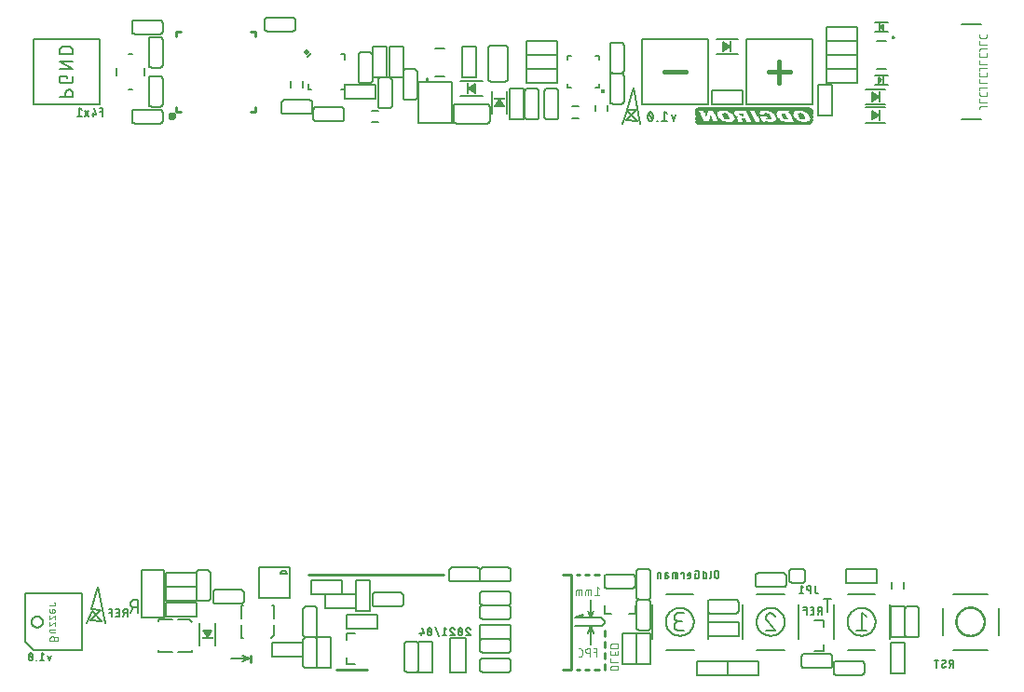
<source format=gbr>
G04 EAGLE Gerber RS-274X export*
G75*
%MOMM*%
%FSLAX34Y34*%
%LPD*%
%INSilkscreen Bottom*%
%IPPOS*%
%AMOC8*
5,1,8,0,0,1.08239X$1,22.5*%
G01*
%ADD10C,0.203200*%
%ADD11C,0.127000*%
%ADD12C,0.254000*%
%ADD13C,0.101600*%
%ADD14C,0.406400*%
%ADD15C,0.152400*%
%ADD16C,0.076200*%
%ADD17R,10.180319X0.030481*%
%ADD18R,10.302238X0.030475*%
%ADD19R,10.363200X0.030481*%
%ADD20R,10.424156X0.030481*%
%ADD21R,10.485119X0.030475*%
%ADD22R,10.546081X0.030481*%
%ADD23R,0.579119X0.030475*%
%ADD24R,2.712719X0.030475*%
%ADD25R,3.535681X0.030475*%
%ADD26R,2.804163X0.030475*%
%ADD27R,0.457200X0.030481*%
%ADD28R,0.609600X0.030481*%
%ADD29R,0.975356X0.030481*%
%ADD30R,0.152400X0.030481*%
%ADD31R,0.274319X0.030481*%
%ADD32R,0.365762X0.030481*%
%ADD33R,0.548638X0.030481*%
%ADD34R,2.651763X0.030481*%
%ADD35R,0.396238X0.030481*%
%ADD36R,0.792481X0.030481*%
%ADD37R,0.060956X0.030481*%
%ADD38R,0.243838X0.030481*%
%ADD39R,0.304800X0.030481*%
%ADD40R,0.518156X0.030481*%
%ADD41R,0.426719X0.030481*%
%ADD42R,0.762000X0.030481*%
%ADD43R,0.365756X0.030475*%
%ADD44R,0.457200X0.030475*%
%ADD45R,0.670556X0.030475*%
%ADD46R,0.274319X0.030475*%
%ADD47R,0.426719X0.030475*%
%ADD48R,0.396238X0.030475*%
%ADD49R,0.762000X0.030475*%
%ADD50R,0.335281X0.030481*%
%ADD51R,0.365756X0.030481*%
%ADD52R,0.731519X0.030481*%
%ADD53R,0.304800X0.030475*%
%ADD54R,0.487681X0.030475*%
%ADD55R,0.243838X0.030475*%
%ADD56R,0.335281X0.030475*%
%ADD57R,0.365762X0.030475*%
%ADD58R,0.731519X0.030475*%
%ADD59R,0.701037X0.030481*%
%ADD60R,0.213356X0.030481*%
%ADD61R,0.335275X0.030481*%
%ADD62R,0.213363X0.030481*%
%ADD63R,0.670556X0.030481*%
%ADD64R,0.213363X0.030475*%
%ADD65R,0.640075X0.030475*%
%ADD66R,0.640075X0.030481*%
%ADD67R,0.487681X0.030481*%
%ADD68R,0.182875X0.030481*%
%ADD69R,0.487675X0.030481*%
%ADD70R,0.518156X0.030475*%
%ADD71R,0.182875X0.030475*%
%ADD72R,0.152400X0.030475*%
%ADD73R,0.609600X0.030475*%
%ADD74R,0.182881X0.030481*%
%ADD75R,0.579119X0.030481*%
%ADD76R,0.213356X0.030475*%
%ADD77R,0.182881X0.030475*%
%ADD78R,0.091438X0.030475*%
%ADD79R,0.091438X0.030481*%
%ADD80R,0.548638X0.030475*%
%ADD81R,0.030475X0.030475*%
%ADD82R,0.518162X0.030481*%
%ADD83R,0.030475X0.030481*%
%ADD84R,0.060963X0.030481*%
%ADD85R,1.188719X0.030475*%
%ADD86R,0.518162X0.030475*%
%ADD87R,0.060963X0.030475*%
%ADD88R,1.158238X0.030481*%
%ADD89R,0.853438X0.030475*%
%ADD90R,0.792475X0.030475*%
%ADD91R,0.670563X0.030475*%
%ADD92R,1.036319X0.030481*%
%ADD93R,0.914400X0.030481*%
%ADD94R,0.640081X0.030481*%
%ADD95R,1.158238X0.030475*%
%ADD96R,2.865119X0.030475*%
%ADD97R,3.505200X0.030475*%
%ADD98R,0.792481X0.030475*%
%ADD99R,10.607038X0.030481*%
%ADD100R,10.546081X0.030475*%
%ADD101R,10.485119X0.030481*%
%ADD102R,10.424156X0.030475*%
%ADD103R,10.302238X0.030481*%
%ADD104R,10.180319X0.030475*%
%ADD105R,1.000000X0.200000*%
%ADD106C,0.381000*%
%ADD107C,0.406400*%
%ADD108R,0.200000X1.000000*%
%ADD109R,0.200000X0.800000*%
%ADD110C,0.508000*%

G36*
X679301Y699853D02*
X679301Y699853D01*
X679372Y699851D01*
X679442Y699870D01*
X679513Y699878D01*
X679568Y699903D01*
X679647Y699923D01*
X679750Y699984D01*
X679819Y700015D01*
X682819Y702015D01*
X682906Y702092D01*
X682996Y702165D01*
X683011Y702187D01*
X683031Y702205D01*
X683093Y702302D01*
X683160Y702397D01*
X683168Y702423D01*
X683183Y702445D01*
X683215Y702556D01*
X683253Y702666D01*
X683254Y702693D01*
X683261Y702718D01*
X683261Y702834D01*
X683267Y702950D01*
X683261Y702976D01*
X683261Y703003D01*
X683229Y703114D01*
X683203Y703227D01*
X683190Y703250D01*
X683182Y703276D01*
X683120Y703374D01*
X683064Y703475D01*
X683046Y703491D01*
X683031Y703516D01*
X682823Y703701D01*
X682819Y703705D01*
X679819Y705705D01*
X679755Y705736D01*
X679695Y705776D01*
X679627Y705797D01*
X679563Y705828D01*
X679492Y705840D01*
X679424Y705861D01*
X679353Y705863D01*
X679283Y705875D01*
X679211Y705867D01*
X679140Y705869D01*
X679071Y705851D01*
X679000Y705842D01*
X678934Y705815D01*
X678865Y705797D01*
X678804Y705760D01*
X678738Y705733D01*
X678682Y705688D01*
X678620Y705652D01*
X678571Y705600D01*
X678516Y705555D01*
X678475Y705497D01*
X678426Y705444D01*
X678393Y705381D01*
X678352Y705323D01*
X678329Y705255D01*
X678296Y705191D01*
X678286Y705132D01*
X678259Y705054D01*
X678253Y704935D01*
X678241Y704860D01*
X678241Y700860D01*
X678251Y700789D01*
X678251Y700717D01*
X678271Y700649D01*
X678281Y700579D01*
X678310Y700513D01*
X678330Y700444D01*
X678368Y700384D01*
X678397Y700319D01*
X678443Y700264D01*
X678481Y700204D01*
X678535Y700156D01*
X678581Y700102D01*
X678640Y700062D01*
X678694Y700015D01*
X678758Y699984D01*
X678817Y699945D01*
X678886Y699923D01*
X678950Y699892D01*
X679020Y699880D01*
X679088Y699859D01*
X679160Y699857D01*
X679231Y699845D01*
X679301Y699853D01*
G37*
G36*
X451145Y661753D02*
X451145Y661753D01*
X451216Y661751D01*
X451285Y661769D01*
X451356Y661778D01*
X451422Y661805D01*
X451491Y661823D01*
X451552Y661860D01*
X451618Y661887D01*
X451674Y661932D01*
X451736Y661969D01*
X451785Y662020D01*
X451840Y662065D01*
X451881Y662124D01*
X451930Y662176D01*
X451963Y662239D01*
X452004Y662297D01*
X452027Y662365D01*
X452060Y662429D01*
X452070Y662488D01*
X452097Y662566D01*
X452103Y662685D01*
X452115Y662760D01*
X452115Y666760D01*
X452105Y666831D01*
X452105Y666903D01*
X452085Y666971D01*
X452075Y667042D01*
X452046Y667107D01*
X452026Y667176D01*
X451988Y667236D01*
X451959Y667301D01*
X451913Y667356D01*
X451875Y667416D01*
X451822Y667464D01*
X451776Y667518D01*
X451716Y667558D01*
X451662Y667605D01*
X451598Y667636D01*
X451539Y667676D01*
X451471Y667697D01*
X451406Y667728D01*
X451336Y667740D01*
X451268Y667761D01*
X451196Y667763D01*
X451126Y667775D01*
X451055Y667767D01*
X450984Y667769D01*
X450914Y667750D01*
X450843Y667742D01*
X450788Y667717D01*
X450709Y667697D01*
X450606Y667636D01*
X450537Y667605D01*
X447537Y665605D01*
X447450Y665528D01*
X447360Y665455D01*
X447345Y665433D01*
X447325Y665415D01*
X447263Y665318D01*
X447196Y665223D01*
X447188Y665197D01*
X447173Y665175D01*
X447141Y665064D01*
X447103Y664954D01*
X447102Y664927D01*
X447095Y664902D01*
X447095Y664786D01*
X447089Y664670D01*
X447095Y664644D01*
X447095Y664617D01*
X447127Y664506D01*
X447153Y664393D01*
X447166Y664370D01*
X447174Y664344D01*
X447236Y664246D01*
X447292Y664145D01*
X447310Y664129D01*
X447325Y664104D01*
X447533Y663919D01*
X447537Y663915D01*
X450537Y661915D01*
X450601Y661884D01*
X450661Y661845D01*
X450729Y661823D01*
X450793Y661792D01*
X450864Y661780D01*
X450932Y661759D01*
X451003Y661757D01*
X451074Y661745D01*
X451145Y661753D01*
G37*
G36*
X814175Y654133D02*
X814175Y654133D01*
X814246Y654131D01*
X814316Y654150D01*
X814387Y654158D01*
X814442Y654183D01*
X814521Y654203D01*
X814624Y654264D01*
X814693Y654295D01*
X817693Y656295D01*
X817780Y656372D01*
X817870Y656445D01*
X817885Y656467D01*
X817905Y656485D01*
X817967Y656582D01*
X818034Y656677D01*
X818042Y656703D01*
X818057Y656725D01*
X818089Y656836D01*
X818127Y656946D01*
X818128Y656973D01*
X818135Y656998D01*
X818135Y657114D01*
X818141Y657230D01*
X818135Y657256D01*
X818135Y657283D01*
X818103Y657394D01*
X818077Y657507D01*
X818064Y657530D01*
X818056Y657556D01*
X817994Y657654D01*
X817938Y657755D01*
X817920Y657771D01*
X817905Y657796D01*
X817697Y657981D01*
X817693Y657985D01*
X814693Y659985D01*
X814629Y660016D01*
X814569Y660056D01*
X814501Y660077D01*
X814437Y660108D01*
X814366Y660120D01*
X814298Y660141D01*
X814227Y660143D01*
X814157Y660155D01*
X814085Y660147D01*
X814014Y660149D01*
X813945Y660131D01*
X813874Y660122D01*
X813808Y660095D01*
X813739Y660077D01*
X813678Y660040D01*
X813612Y660013D01*
X813556Y659968D01*
X813494Y659932D01*
X813445Y659880D01*
X813390Y659835D01*
X813349Y659777D01*
X813300Y659724D01*
X813267Y659661D01*
X813226Y659603D01*
X813203Y659535D01*
X813170Y659471D01*
X813160Y659412D01*
X813133Y659334D01*
X813127Y659215D01*
X813115Y659140D01*
X813115Y655140D01*
X813125Y655069D01*
X813125Y654997D01*
X813145Y654929D01*
X813155Y654859D01*
X813184Y654793D01*
X813204Y654724D01*
X813242Y654664D01*
X813271Y654599D01*
X813317Y654544D01*
X813355Y654484D01*
X813409Y654436D01*
X813455Y654382D01*
X813514Y654342D01*
X813568Y654295D01*
X813632Y654264D01*
X813691Y654225D01*
X813760Y654203D01*
X813824Y654172D01*
X813894Y654160D01*
X813962Y654139D01*
X814034Y654137D01*
X814105Y654125D01*
X814175Y654133D01*
G37*
G36*
X476571Y649055D02*
X476571Y649055D01*
X476643Y649055D01*
X476711Y649075D01*
X476782Y649085D01*
X476847Y649114D01*
X476916Y649134D01*
X476976Y649172D01*
X477041Y649201D01*
X477096Y649247D01*
X477156Y649285D01*
X477204Y649339D01*
X477258Y649385D01*
X477298Y649444D01*
X477345Y649498D01*
X477376Y649562D01*
X477416Y649621D01*
X477437Y649690D01*
X477468Y649754D01*
X477480Y649824D01*
X477501Y649892D01*
X477503Y649964D01*
X477515Y650035D01*
X477507Y650105D01*
X477509Y650176D01*
X477490Y650246D01*
X477482Y650317D01*
X477457Y650372D01*
X477437Y650451D01*
X477376Y650554D01*
X477345Y650623D01*
X475345Y653623D01*
X475268Y653710D01*
X475195Y653800D01*
X475173Y653815D01*
X475155Y653835D01*
X475058Y653897D01*
X474963Y653964D01*
X474937Y653972D01*
X474915Y653987D01*
X474804Y654019D01*
X474694Y654057D01*
X474667Y654058D01*
X474642Y654065D01*
X474526Y654065D01*
X474410Y654071D01*
X474384Y654065D01*
X474357Y654065D01*
X474246Y654033D01*
X474133Y654007D01*
X474110Y653994D01*
X474084Y653986D01*
X473986Y653924D01*
X473885Y653868D01*
X473869Y653850D01*
X473844Y653835D01*
X473659Y653627D01*
X473655Y653623D01*
X471655Y650623D01*
X471624Y650559D01*
X471585Y650499D01*
X471563Y650431D01*
X471532Y650367D01*
X471520Y650296D01*
X471499Y650228D01*
X471497Y650157D01*
X471485Y650087D01*
X471493Y650015D01*
X471491Y649944D01*
X471509Y649875D01*
X471518Y649804D01*
X471545Y649738D01*
X471563Y649669D01*
X471600Y649608D01*
X471627Y649542D01*
X471672Y649486D01*
X471709Y649424D01*
X471760Y649375D01*
X471805Y649320D01*
X471864Y649279D01*
X471916Y649230D01*
X471979Y649197D01*
X472037Y649156D01*
X472105Y649133D01*
X472169Y649100D01*
X472228Y649090D01*
X472306Y649063D01*
X472425Y649057D01*
X472500Y649045D01*
X476500Y649045D01*
X476571Y649055D01*
G37*
G36*
X814175Y637623D02*
X814175Y637623D01*
X814246Y637621D01*
X814316Y637640D01*
X814387Y637648D01*
X814442Y637673D01*
X814521Y637693D01*
X814624Y637754D01*
X814693Y637785D01*
X817693Y639785D01*
X817780Y639862D01*
X817870Y639935D01*
X817885Y639957D01*
X817905Y639975D01*
X817967Y640072D01*
X818034Y640167D01*
X818042Y640193D01*
X818057Y640215D01*
X818089Y640326D01*
X818127Y640436D01*
X818128Y640463D01*
X818135Y640488D01*
X818135Y640604D01*
X818141Y640720D01*
X818135Y640746D01*
X818135Y640773D01*
X818103Y640884D01*
X818077Y640997D01*
X818064Y641020D01*
X818056Y641046D01*
X817994Y641144D01*
X817938Y641245D01*
X817920Y641261D01*
X817905Y641286D01*
X817697Y641471D01*
X817693Y641475D01*
X814693Y643475D01*
X814629Y643506D01*
X814569Y643546D01*
X814501Y643567D01*
X814437Y643598D01*
X814366Y643610D01*
X814298Y643631D01*
X814227Y643633D01*
X814157Y643645D01*
X814085Y643637D01*
X814014Y643639D01*
X813945Y643621D01*
X813874Y643612D01*
X813808Y643585D01*
X813739Y643567D01*
X813678Y643530D01*
X813612Y643503D01*
X813556Y643458D01*
X813494Y643422D01*
X813445Y643370D01*
X813390Y643325D01*
X813349Y643267D01*
X813300Y643214D01*
X813267Y643151D01*
X813226Y643093D01*
X813203Y643025D01*
X813170Y642961D01*
X813160Y642902D01*
X813133Y642824D01*
X813127Y642705D01*
X813115Y642630D01*
X813115Y638630D01*
X813125Y638559D01*
X813125Y638487D01*
X813145Y638419D01*
X813155Y638349D01*
X813184Y638283D01*
X813204Y638214D01*
X813242Y638154D01*
X813271Y638089D01*
X813317Y638034D01*
X813355Y637974D01*
X813409Y637926D01*
X813455Y637872D01*
X813514Y637832D01*
X813568Y637785D01*
X813632Y637754D01*
X813691Y637715D01*
X813760Y637693D01*
X813824Y637662D01*
X813894Y637650D01*
X813962Y637629D01*
X814034Y637627D01*
X814105Y637615D01*
X814175Y637623D01*
G37*
G36*
X209186Y166565D02*
X209186Y166565D01*
X209213Y166565D01*
X209324Y166597D01*
X209437Y166623D01*
X209460Y166636D01*
X209486Y166644D01*
X209584Y166706D01*
X209685Y166762D01*
X209701Y166780D01*
X209726Y166795D01*
X209911Y167003D01*
X209915Y167007D01*
X211915Y170007D01*
X211946Y170071D01*
X211986Y170131D01*
X212007Y170199D01*
X212038Y170263D01*
X212050Y170334D01*
X212071Y170402D01*
X212073Y170473D01*
X212085Y170544D01*
X212077Y170615D01*
X212079Y170686D01*
X212061Y170755D01*
X212052Y170826D01*
X212025Y170892D01*
X212007Y170961D01*
X211970Y171022D01*
X211943Y171088D01*
X211898Y171144D01*
X211862Y171206D01*
X211810Y171255D01*
X211765Y171310D01*
X211707Y171351D01*
X211654Y171400D01*
X211591Y171433D01*
X211533Y171474D01*
X211465Y171497D01*
X211401Y171530D01*
X211342Y171540D01*
X211264Y171567D01*
X211145Y171573D01*
X211070Y171585D01*
X207070Y171585D01*
X206999Y171575D01*
X206927Y171575D01*
X206859Y171555D01*
X206789Y171545D01*
X206723Y171516D01*
X206654Y171496D01*
X206594Y171458D01*
X206529Y171429D01*
X206474Y171383D01*
X206414Y171345D01*
X206366Y171292D01*
X206312Y171246D01*
X206272Y171186D01*
X206225Y171132D01*
X206194Y171068D01*
X206155Y171009D01*
X206133Y170941D01*
X206102Y170876D01*
X206090Y170806D01*
X206069Y170738D01*
X206067Y170666D01*
X206055Y170596D01*
X206063Y170525D01*
X206061Y170454D01*
X206080Y170384D01*
X206088Y170313D01*
X206113Y170258D01*
X206133Y170179D01*
X206194Y170076D01*
X206225Y170007D01*
X208225Y167007D01*
X208302Y166920D01*
X208375Y166830D01*
X208397Y166815D01*
X208415Y166795D01*
X208512Y166733D01*
X208607Y166666D01*
X208633Y166658D01*
X208655Y166643D01*
X208766Y166611D01*
X208876Y166573D01*
X208903Y166572D01*
X208928Y166565D01*
X209044Y166565D01*
X209160Y166559D01*
X209186Y166565D01*
G37*
G36*
X823267Y717900D02*
X823267Y717900D01*
X823295Y717901D01*
X823330Y717927D01*
X823370Y717944D01*
X823386Y717967D01*
X823409Y717984D01*
X823426Y718024D01*
X823450Y718060D01*
X823457Y718103D01*
X823462Y718115D01*
X823460Y718123D01*
X823463Y718140D01*
X823463Y723140D01*
X823451Y723182D01*
X823449Y723225D01*
X823432Y723248D01*
X823424Y723275D01*
X823392Y723304D01*
X823366Y723339D01*
X823340Y723350D01*
X823319Y723369D01*
X823276Y723376D01*
X823235Y723392D01*
X823208Y723387D01*
X823179Y723391D01*
X823139Y723374D01*
X823097Y723367D01*
X823062Y723341D01*
X823050Y723336D01*
X823045Y723329D01*
X823031Y723319D01*
X820531Y720819D01*
X820523Y720805D01*
X820511Y720796D01*
X820490Y720744D01*
X820463Y720696D01*
X820464Y720680D01*
X820458Y720665D01*
X820468Y720611D01*
X820471Y720555D01*
X820481Y720542D01*
X820483Y720527D01*
X820531Y720461D01*
X823031Y717961D01*
X823069Y717940D01*
X823101Y717911D01*
X823130Y717907D01*
X823154Y717893D01*
X823198Y717896D01*
X823241Y717889D01*
X823267Y717900D01*
G37*
G36*
X819212Y669633D02*
X819212Y669633D01*
X819241Y669629D01*
X819281Y669646D01*
X819323Y669653D01*
X819358Y669679D01*
X819370Y669684D01*
X819375Y669691D01*
X819389Y669701D01*
X821889Y672201D01*
X821897Y672215D01*
X821909Y672224D01*
X821930Y672276D01*
X821957Y672324D01*
X821956Y672340D01*
X821962Y672355D01*
X821952Y672409D01*
X821949Y672465D01*
X821939Y672478D01*
X821937Y672493D01*
X821889Y672559D01*
X819389Y675059D01*
X819351Y675080D01*
X819319Y675109D01*
X819290Y675113D01*
X819266Y675127D01*
X819222Y675124D01*
X819179Y675131D01*
X819153Y675120D01*
X819125Y675119D01*
X819090Y675093D01*
X819050Y675076D01*
X819034Y675053D01*
X819011Y675036D01*
X818994Y674996D01*
X818970Y674960D01*
X818963Y674917D01*
X818958Y674905D01*
X818960Y674897D01*
X818957Y674880D01*
X818957Y669880D01*
X818969Y669838D01*
X818971Y669795D01*
X818988Y669772D01*
X818996Y669745D01*
X819028Y669716D01*
X819054Y669681D01*
X819080Y669670D01*
X819101Y669651D01*
X819144Y669644D01*
X819185Y669628D01*
X819212Y669633D01*
G37*
G36*
X832735Y709570D02*
X832735Y709570D01*
X832736Y709571D01*
X832738Y709571D01*
X833121Y709729D01*
X833122Y709731D01*
X833124Y709731D01*
X833452Y709983D01*
X833453Y709985D01*
X833455Y709985D01*
X833707Y710314D01*
X833707Y710316D01*
X833708Y710317D01*
X833867Y710700D01*
X833866Y710702D01*
X833868Y710703D01*
X833870Y710720D01*
X833876Y710767D01*
X833876Y710768D01*
X833881Y710803D01*
X833887Y710851D01*
X833892Y710887D01*
X833903Y710970D01*
X833908Y711006D01*
X833914Y711054D01*
X833919Y711090D01*
X833922Y711113D01*
X833922Y711114D01*
X833921Y711114D01*
X833921Y711115D01*
X833922Y711117D01*
X833868Y711527D01*
X833866Y711529D01*
X833867Y711530D01*
X833708Y711913D01*
X833706Y711914D01*
X833707Y711916D01*
X833455Y712245D01*
X833452Y712245D01*
X833452Y712247D01*
X833124Y712499D01*
X833121Y712499D01*
X833121Y712501D01*
X832738Y712659D01*
X832736Y712659D01*
X832735Y712660D01*
X832324Y712714D01*
X832322Y712713D01*
X832321Y712714D01*
X831910Y712660D01*
X831909Y712659D01*
X831907Y712659D01*
X831524Y712501D01*
X831523Y712499D01*
X831521Y712499D01*
X831193Y712247D01*
X831192Y712245D01*
X831191Y712245D01*
X830938Y711916D01*
X830938Y711914D01*
X830937Y711913D01*
X830778Y711530D01*
X830779Y711528D01*
X830777Y711527D01*
X830767Y711451D01*
X830762Y711415D01*
X830756Y711367D01*
X830751Y711332D01*
X830740Y711248D01*
X830736Y711212D01*
X830729Y711164D01*
X830725Y711129D01*
X830723Y711117D01*
X830724Y711115D01*
X830723Y711113D01*
X830777Y710703D01*
X830779Y710701D01*
X830778Y710700D01*
X830937Y710317D01*
X830939Y710316D01*
X830938Y710314D01*
X831191Y709985D01*
X831193Y709985D01*
X831193Y709983D01*
X831521Y709731D01*
X831524Y709731D01*
X831524Y709729D01*
X831907Y709571D01*
X831909Y709571D01*
X831910Y709570D01*
X832321Y709516D01*
X832323Y709517D01*
X832324Y709516D01*
X832735Y709570D01*
G37*
G36*
X409190Y671470D02*
X409190Y671470D01*
X409191Y671471D01*
X409193Y671471D01*
X409576Y671629D01*
X409577Y671631D01*
X409579Y671631D01*
X409907Y671883D01*
X409908Y671885D01*
X409910Y671885D01*
X410162Y672214D01*
X410162Y672216D01*
X410163Y672217D01*
X410322Y672600D01*
X410321Y672602D01*
X410323Y672603D01*
X410325Y672620D01*
X410331Y672667D01*
X410331Y672668D01*
X410336Y672703D01*
X410342Y672751D01*
X410347Y672787D01*
X410358Y672870D01*
X410363Y672906D01*
X410369Y672954D01*
X410374Y672990D01*
X410377Y673013D01*
X410377Y673014D01*
X410376Y673014D01*
X410376Y673015D01*
X410377Y673017D01*
X410323Y673427D01*
X410321Y673429D01*
X410322Y673430D01*
X410163Y673813D01*
X410161Y673814D01*
X410162Y673816D01*
X409910Y674145D01*
X409907Y674145D01*
X409907Y674147D01*
X409579Y674399D01*
X409576Y674399D01*
X409576Y674401D01*
X409193Y674559D01*
X409191Y674559D01*
X409190Y674560D01*
X408779Y674614D01*
X408777Y674613D01*
X408776Y674614D01*
X408365Y674560D01*
X408364Y674559D01*
X408362Y674559D01*
X407979Y674401D01*
X407978Y674399D01*
X407976Y674399D01*
X407648Y674147D01*
X407647Y674145D01*
X407646Y674145D01*
X407393Y673816D01*
X407393Y673814D01*
X407392Y673813D01*
X407233Y673430D01*
X407234Y673428D01*
X407232Y673427D01*
X407222Y673351D01*
X407217Y673315D01*
X407211Y673267D01*
X407206Y673232D01*
X407195Y673148D01*
X407191Y673112D01*
X407184Y673064D01*
X407180Y673029D01*
X407178Y673017D01*
X407179Y673015D01*
X407178Y673013D01*
X407232Y672603D01*
X407234Y672601D01*
X407233Y672600D01*
X407392Y672217D01*
X407394Y672216D01*
X407393Y672214D01*
X407646Y671885D01*
X407648Y671885D01*
X407648Y671883D01*
X407976Y671631D01*
X407979Y671631D01*
X407979Y671629D01*
X408362Y671471D01*
X408364Y671471D01*
X408365Y671470D01*
X408776Y671416D01*
X408778Y671417D01*
X408779Y671416D01*
X409190Y671470D01*
G37*
D10*
X772315Y188636D02*
X772315Y200574D01*
X775631Y200574D02*
X768999Y200574D01*
D11*
X767429Y193589D02*
X767429Y186731D01*
X767429Y193589D02*
X765524Y193589D01*
X765439Y193587D01*
X765353Y193581D01*
X765268Y193572D01*
X765184Y193558D01*
X765100Y193541D01*
X765017Y193520D01*
X764935Y193496D01*
X764855Y193468D01*
X764775Y193436D01*
X764697Y193400D01*
X764621Y193362D01*
X764547Y193319D01*
X764475Y193274D01*
X764404Y193225D01*
X764336Y193173D01*
X764271Y193119D01*
X764208Y193061D01*
X764147Y193000D01*
X764089Y192937D01*
X764035Y192872D01*
X763983Y192804D01*
X763934Y192733D01*
X763889Y192661D01*
X763846Y192587D01*
X763808Y192511D01*
X763772Y192433D01*
X763740Y192353D01*
X763712Y192273D01*
X763688Y192191D01*
X763667Y192108D01*
X763650Y192024D01*
X763636Y191940D01*
X763627Y191855D01*
X763621Y191769D01*
X763619Y191684D01*
X763621Y191599D01*
X763627Y191513D01*
X763636Y191428D01*
X763650Y191344D01*
X763667Y191260D01*
X763688Y191177D01*
X763712Y191095D01*
X763740Y191015D01*
X763772Y190935D01*
X763808Y190857D01*
X763846Y190781D01*
X763889Y190707D01*
X763934Y190635D01*
X763983Y190564D01*
X764035Y190496D01*
X764089Y190431D01*
X764147Y190368D01*
X764208Y190307D01*
X764271Y190249D01*
X764336Y190195D01*
X764404Y190143D01*
X764475Y190094D01*
X764547Y190049D01*
X764621Y190006D01*
X764697Y189968D01*
X764775Y189932D01*
X764855Y189900D01*
X764935Y189872D01*
X765017Y189848D01*
X765100Y189827D01*
X765184Y189810D01*
X765268Y189796D01*
X765353Y189787D01*
X765439Y189781D01*
X765524Y189779D01*
X767429Y189779D01*
X765143Y189779D02*
X763619Y186731D01*
X759919Y186731D02*
X756871Y186731D01*
X759919Y186731D02*
X759919Y193589D01*
X756871Y193589D01*
X757633Y190541D02*
X759919Y190541D01*
X753579Y193589D02*
X753579Y186731D01*
X753579Y193589D02*
X750531Y193589D01*
X750531Y190541D02*
X753579Y190541D01*
D12*
X539270Y136820D02*
X531650Y136820D01*
X539270Y136820D02*
X539270Y223180D01*
X531650Y223180D01*
X423700Y223180D02*
X300510Y223180D01*
X325910Y136820D02*
X353850Y136820D01*
X248440Y143170D02*
X248440Y149520D01*
D10*
X115852Y178476D02*
X109502Y211496D01*
X103660Y191176D01*
X112042Y190414D01*
X102898Y181270D01*
X113058Y180508D01*
X104168Y189652D01*
X99342Y178476D01*
X145711Y187874D02*
X145711Y199812D01*
X142395Y199812D01*
X142281Y199810D01*
X142166Y199804D01*
X142052Y199794D01*
X141939Y199780D01*
X141825Y199763D01*
X141713Y199741D01*
X141601Y199716D01*
X141491Y199686D01*
X141381Y199653D01*
X141273Y199616D01*
X141166Y199576D01*
X141060Y199531D01*
X140956Y199484D01*
X140854Y199432D01*
X140754Y199377D01*
X140655Y199319D01*
X140559Y199257D01*
X140464Y199192D01*
X140373Y199124D01*
X140283Y199052D01*
X140196Y198978D01*
X140112Y198901D01*
X140030Y198820D01*
X139951Y198737D01*
X139875Y198652D01*
X139802Y198563D01*
X139733Y198473D01*
X139666Y198380D01*
X139603Y198284D01*
X139543Y198187D01*
X139486Y198087D01*
X139433Y197986D01*
X139383Y197883D01*
X139337Y197778D01*
X139294Y197672D01*
X139256Y197564D01*
X139221Y197455D01*
X139190Y197345D01*
X139162Y197234D01*
X139139Y197122D01*
X139119Y197009D01*
X139103Y196896D01*
X139091Y196782D01*
X139083Y196668D01*
X139079Y196553D01*
X139079Y196439D01*
X139083Y196324D01*
X139091Y196210D01*
X139103Y196096D01*
X139119Y195983D01*
X139139Y195870D01*
X139162Y195758D01*
X139190Y195647D01*
X139221Y195537D01*
X139256Y195428D01*
X139294Y195320D01*
X139337Y195214D01*
X139383Y195109D01*
X139433Y195006D01*
X139486Y194905D01*
X139543Y194805D01*
X139603Y194708D01*
X139666Y194612D01*
X139733Y194519D01*
X139802Y194429D01*
X139875Y194340D01*
X139951Y194255D01*
X140030Y194172D01*
X140112Y194091D01*
X140196Y194014D01*
X140283Y193940D01*
X140373Y193868D01*
X140464Y193800D01*
X140559Y193735D01*
X140655Y193673D01*
X140754Y193615D01*
X140854Y193560D01*
X140956Y193508D01*
X141060Y193461D01*
X141166Y193416D01*
X141273Y193376D01*
X141381Y193339D01*
X141491Y193306D01*
X141601Y193276D01*
X141713Y193251D01*
X141825Y193229D01*
X141939Y193212D01*
X142052Y193198D01*
X142166Y193188D01*
X142281Y193182D01*
X142395Y193180D01*
X145711Y193180D01*
X141732Y193180D02*
X139079Y187874D01*
D11*
X136239Y184699D02*
X136239Y191557D01*
X134334Y191557D01*
X134249Y191555D01*
X134163Y191549D01*
X134078Y191540D01*
X133994Y191526D01*
X133910Y191509D01*
X133827Y191488D01*
X133745Y191464D01*
X133665Y191436D01*
X133585Y191404D01*
X133507Y191368D01*
X133431Y191330D01*
X133357Y191287D01*
X133285Y191242D01*
X133214Y191193D01*
X133146Y191141D01*
X133081Y191087D01*
X133018Y191029D01*
X132957Y190968D01*
X132899Y190905D01*
X132845Y190840D01*
X132793Y190772D01*
X132744Y190701D01*
X132699Y190629D01*
X132656Y190555D01*
X132618Y190479D01*
X132582Y190401D01*
X132550Y190321D01*
X132522Y190241D01*
X132498Y190159D01*
X132477Y190076D01*
X132460Y189992D01*
X132446Y189908D01*
X132437Y189823D01*
X132431Y189737D01*
X132429Y189652D01*
X132431Y189567D01*
X132437Y189481D01*
X132446Y189396D01*
X132460Y189312D01*
X132477Y189228D01*
X132498Y189145D01*
X132522Y189063D01*
X132550Y188983D01*
X132582Y188903D01*
X132618Y188825D01*
X132656Y188749D01*
X132699Y188675D01*
X132744Y188603D01*
X132793Y188532D01*
X132845Y188464D01*
X132899Y188399D01*
X132957Y188336D01*
X133018Y188275D01*
X133081Y188217D01*
X133146Y188163D01*
X133214Y188111D01*
X133285Y188062D01*
X133357Y188017D01*
X133431Y187974D01*
X133507Y187936D01*
X133585Y187900D01*
X133665Y187868D01*
X133745Y187840D01*
X133827Y187816D01*
X133910Y187795D01*
X133994Y187778D01*
X134078Y187764D01*
X134163Y187755D01*
X134249Y187749D01*
X134334Y187747D01*
X136239Y187747D01*
X133953Y187747D02*
X132429Y184699D01*
X128729Y184699D02*
X125681Y184699D01*
X128729Y184699D02*
X128729Y191557D01*
X125681Y191557D01*
X126443Y188509D02*
X128729Y188509D01*
X122389Y191557D02*
X122389Y184699D01*
X122389Y191557D02*
X119341Y191557D01*
X119341Y188509D02*
X122389Y188509D01*
D13*
X577060Y136058D02*
X580220Y136058D01*
X580307Y136060D01*
X580395Y136066D01*
X580482Y136075D01*
X580568Y136089D01*
X580654Y136106D01*
X580738Y136127D01*
X580822Y136152D01*
X580905Y136181D01*
X580986Y136213D01*
X581066Y136248D01*
X581144Y136287D01*
X581221Y136330D01*
X581295Y136376D01*
X581367Y136425D01*
X581437Y136477D01*
X581505Y136533D01*
X581570Y136591D01*
X581633Y136652D01*
X581692Y136716D01*
X581749Y136783D01*
X581803Y136851D01*
X581854Y136923D01*
X581901Y136996D01*
X581946Y137071D01*
X581987Y137149D01*
X582024Y137228D01*
X582058Y137308D01*
X582088Y137390D01*
X582115Y137473D01*
X582138Y137558D01*
X582157Y137643D01*
X582172Y137729D01*
X582184Y137816D01*
X582192Y137903D01*
X582196Y137990D01*
X582196Y138078D01*
X582192Y138165D01*
X582184Y138252D01*
X582172Y138339D01*
X582157Y138425D01*
X582138Y138510D01*
X582115Y138595D01*
X582088Y138678D01*
X582058Y138760D01*
X582024Y138840D01*
X581987Y138919D01*
X581946Y138997D01*
X581901Y139072D01*
X581854Y139145D01*
X581803Y139217D01*
X581749Y139285D01*
X581692Y139352D01*
X581633Y139416D01*
X581570Y139477D01*
X581505Y139535D01*
X581437Y139591D01*
X581367Y139643D01*
X581295Y139692D01*
X581221Y139738D01*
X581144Y139781D01*
X581066Y139820D01*
X580986Y139855D01*
X580905Y139887D01*
X580822Y139916D01*
X580738Y139941D01*
X580654Y139962D01*
X580568Y139979D01*
X580482Y139993D01*
X580395Y140002D01*
X580307Y140008D01*
X580220Y140010D01*
X580220Y140009D02*
X577060Y140009D01*
X577060Y140010D02*
X576973Y140008D01*
X576885Y140002D01*
X576798Y139993D01*
X576712Y139979D01*
X576626Y139962D01*
X576542Y139941D01*
X576458Y139916D01*
X576375Y139887D01*
X576294Y139855D01*
X576214Y139820D01*
X576136Y139781D01*
X576059Y139738D01*
X575985Y139692D01*
X575913Y139643D01*
X575843Y139591D01*
X575775Y139535D01*
X575710Y139477D01*
X575647Y139416D01*
X575588Y139352D01*
X575531Y139285D01*
X575477Y139217D01*
X575426Y139145D01*
X575379Y139072D01*
X575334Y138997D01*
X575293Y138919D01*
X575256Y138840D01*
X575222Y138760D01*
X575192Y138678D01*
X575165Y138595D01*
X575142Y138510D01*
X575123Y138425D01*
X575108Y138339D01*
X575096Y138252D01*
X575088Y138165D01*
X575084Y138078D01*
X575084Y137990D01*
X575088Y137903D01*
X575096Y137816D01*
X575108Y137729D01*
X575123Y137643D01*
X575142Y137558D01*
X575165Y137473D01*
X575192Y137390D01*
X575222Y137308D01*
X575256Y137228D01*
X575293Y137149D01*
X575334Y137071D01*
X575379Y136996D01*
X575426Y136923D01*
X575477Y136851D01*
X575531Y136783D01*
X575588Y136716D01*
X575647Y136652D01*
X575710Y136591D01*
X575775Y136533D01*
X575843Y136477D01*
X575913Y136425D01*
X575985Y136376D01*
X576059Y136330D01*
X576136Y136287D01*
X576214Y136248D01*
X576294Y136213D01*
X576375Y136181D01*
X576458Y136152D01*
X576542Y136127D01*
X576626Y136106D01*
X576712Y136089D01*
X576798Y136075D01*
X576885Y136066D01*
X576973Y136060D01*
X577060Y136058D01*
X575084Y143636D02*
X582196Y143636D01*
X575084Y143636D02*
X575084Y146796D01*
X575084Y149975D02*
X575084Y153136D01*
X575084Y149975D02*
X582196Y149975D01*
X582196Y153136D01*
X579035Y152346D02*
X579035Y149975D01*
X582196Y156297D02*
X575084Y156297D01*
X582196Y156297D02*
X582196Y158272D01*
X582194Y158358D01*
X582188Y158444D01*
X582179Y158530D01*
X582166Y158615D01*
X582149Y158700D01*
X582129Y158783D01*
X582105Y158866D01*
X582077Y158948D01*
X582046Y159028D01*
X582011Y159107D01*
X581973Y159184D01*
X581931Y159260D01*
X581887Y159334D01*
X581839Y159405D01*
X581788Y159475D01*
X581734Y159542D01*
X581677Y159607D01*
X581617Y159669D01*
X581555Y159729D01*
X581490Y159786D01*
X581423Y159840D01*
X581353Y159891D01*
X581282Y159939D01*
X581208Y159983D01*
X581132Y160025D01*
X581055Y160063D01*
X580976Y160098D01*
X580896Y160129D01*
X580814Y160157D01*
X580731Y160181D01*
X580648Y160201D01*
X580563Y160218D01*
X580478Y160231D01*
X580392Y160240D01*
X580306Y160246D01*
X580220Y160248D01*
X577060Y160248D01*
X576974Y160246D01*
X576888Y160240D01*
X576802Y160231D01*
X576717Y160218D01*
X576632Y160201D01*
X576549Y160181D01*
X576466Y160157D01*
X576384Y160129D01*
X576304Y160098D01*
X576225Y160063D01*
X576148Y160025D01*
X576072Y159983D01*
X575998Y159939D01*
X575927Y159891D01*
X575857Y159840D01*
X575790Y159786D01*
X575725Y159729D01*
X575663Y159669D01*
X575603Y159607D01*
X575546Y159542D01*
X575492Y159475D01*
X575441Y159405D01*
X575393Y159334D01*
X575349Y159260D01*
X575307Y159184D01*
X575269Y159107D01*
X575234Y159028D01*
X575203Y158948D01*
X575175Y158866D01*
X575151Y158783D01*
X575131Y158700D01*
X575114Y158615D01*
X575101Y158530D01*
X575092Y158444D01*
X575086Y158358D01*
X575084Y158272D01*
X575084Y156297D01*
D12*
X546890Y223180D02*
X544350Y223180D01*
X551970Y223180D02*
X555780Y223180D01*
X560860Y223180D02*
X564670Y223180D01*
X546890Y136820D02*
X544350Y136820D01*
X551970Y136820D02*
X555780Y136820D01*
X560860Y136820D02*
X564670Y136820D01*
D11*
X565940Y176190D02*
X543080Y176190D01*
X565940Y176190D02*
X566062Y176192D01*
X566184Y176198D01*
X566306Y176208D01*
X566427Y176221D01*
X566548Y176239D01*
X566668Y176260D01*
X566788Y176286D01*
X566906Y176315D01*
X567024Y176347D01*
X567141Y176384D01*
X567256Y176424D01*
X567370Y176468D01*
X567482Y176516D01*
X567593Y176567D01*
X567702Y176622D01*
X567810Y176680D01*
X567915Y176742D01*
X568018Y176807D01*
X568120Y176875D01*
X568219Y176947D01*
X568315Y177021D01*
X568410Y177099D01*
X568501Y177180D01*
X568591Y177263D01*
X568677Y177349D01*
X568760Y177439D01*
X568841Y177530D01*
X568919Y177625D01*
X568993Y177721D01*
X569065Y177820D01*
X569133Y177922D01*
X569198Y178025D01*
X569260Y178130D01*
X569318Y178238D01*
X569373Y178347D01*
X569424Y178458D01*
X569472Y178570D01*
X569516Y178684D01*
X569556Y178799D01*
X569593Y178916D01*
X569625Y179034D01*
X569654Y179152D01*
X569680Y179272D01*
X569701Y179392D01*
X569719Y179513D01*
X569732Y179634D01*
X569742Y179756D01*
X569748Y179878D01*
X569750Y180000D01*
X569748Y180122D01*
X569742Y180244D01*
X569732Y180366D01*
X569719Y180487D01*
X569701Y180608D01*
X569680Y180728D01*
X569654Y180848D01*
X569625Y180966D01*
X569593Y181084D01*
X569556Y181201D01*
X569516Y181316D01*
X569472Y181430D01*
X569424Y181542D01*
X569373Y181653D01*
X569318Y181762D01*
X569260Y181870D01*
X569198Y181975D01*
X569133Y182078D01*
X569065Y182180D01*
X568993Y182279D01*
X568919Y182375D01*
X568841Y182470D01*
X568760Y182561D01*
X568677Y182651D01*
X568591Y182737D01*
X568501Y182820D01*
X568410Y182901D01*
X568315Y182979D01*
X568219Y183053D01*
X568120Y183125D01*
X568018Y183193D01*
X567915Y183258D01*
X567810Y183320D01*
X567702Y183378D01*
X567593Y183433D01*
X567482Y183484D01*
X567370Y183532D01*
X567256Y183576D01*
X567141Y183616D01*
X567024Y183653D01*
X566906Y183685D01*
X566788Y183714D01*
X566668Y183740D01*
X566548Y183761D01*
X566427Y183779D01*
X566306Y183792D01*
X566184Y183802D01*
X566062Y183808D01*
X565940Y183810D01*
X557050Y183810D01*
X548160Y183810D01*
X543080Y183810D01*
X550700Y186350D01*
X548160Y183810D01*
X546890Y183810D02*
X548160Y185080D01*
X557050Y183810D02*
X557050Y200320D01*
X559590Y190160D02*
X557050Y183810D01*
X554510Y190160D01*
X557050Y176190D02*
X557050Y159680D01*
X554510Y169840D02*
X557050Y176190D01*
X559590Y169840D01*
D13*
X565096Y209916D02*
X563120Y211496D01*
X563120Y204384D01*
X565096Y204384D02*
X561144Y204384D01*
X557444Y204384D02*
X557444Y209125D01*
X553888Y209125D01*
X553822Y209123D01*
X553755Y209118D01*
X553690Y209108D01*
X553624Y209095D01*
X553560Y209079D01*
X553497Y209059D01*
X553435Y209035D01*
X553374Y209008D01*
X553315Y208977D01*
X553258Y208943D01*
X553202Y208906D01*
X553149Y208866D01*
X553098Y208824D01*
X553050Y208778D01*
X553004Y208730D01*
X552962Y208679D01*
X552922Y208626D01*
X552885Y208570D01*
X552851Y208513D01*
X552820Y208454D01*
X552793Y208393D01*
X552769Y208331D01*
X552749Y208268D01*
X552733Y208204D01*
X552720Y208138D01*
X552710Y208073D01*
X552705Y208006D01*
X552703Y207940D01*
X552703Y204384D01*
X555073Y204384D02*
X555073Y209125D01*
X548666Y209125D02*
X548666Y204384D01*
X548666Y209125D02*
X545110Y209125D01*
X545044Y209123D01*
X544977Y209118D01*
X544912Y209108D01*
X544846Y209095D01*
X544782Y209079D01*
X544719Y209059D01*
X544657Y209035D01*
X544596Y209008D01*
X544537Y208977D01*
X544480Y208943D01*
X544424Y208906D01*
X544371Y208866D01*
X544320Y208824D01*
X544272Y208778D01*
X544226Y208730D01*
X544184Y208679D01*
X544144Y208626D01*
X544107Y208570D01*
X544073Y208513D01*
X544042Y208454D01*
X544015Y208393D01*
X543991Y208331D01*
X543971Y208268D01*
X543955Y208204D01*
X543942Y208138D01*
X543932Y208073D01*
X543927Y208006D01*
X543925Y207940D01*
X543924Y207940D02*
X543924Y204384D01*
X546295Y204384D02*
X546295Y209125D01*
D12*
X569750Y141900D02*
X569750Y136820D01*
X569750Y146980D02*
X569750Y152060D01*
X569750Y157140D02*
X569750Y162220D01*
D13*
X562773Y155616D02*
X562773Y148504D01*
X562773Y155616D02*
X559612Y155616D01*
X559612Y152455D02*
X562773Y152455D01*
X556313Y155616D02*
X556313Y148504D01*
X556313Y155616D02*
X554337Y155616D01*
X554250Y155614D01*
X554162Y155608D01*
X554075Y155599D01*
X553989Y155585D01*
X553903Y155568D01*
X553819Y155547D01*
X553735Y155522D01*
X553652Y155493D01*
X553571Y155461D01*
X553491Y155426D01*
X553413Y155387D01*
X553336Y155344D01*
X553262Y155298D01*
X553190Y155249D01*
X553120Y155197D01*
X553052Y155141D01*
X552987Y155083D01*
X552924Y155022D01*
X552865Y154958D01*
X552808Y154891D01*
X552754Y154823D01*
X552703Y154751D01*
X552656Y154678D01*
X552611Y154603D01*
X552570Y154525D01*
X552533Y154446D01*
X552499Y154366D01*
X552469Y154284D01*
X552442Y154201D01*
X552419Y154116D01*
X552400Y154031D01*
X552385Y153945D01*
X552373Y153858D01*
X552365Y153771D01*
X552361Y153684D01*
X552361Y153596D01*
X552365Y153509D01*
X552373Y153422D01*
X552385Y153335D01*
X552400Y153249D01*
X552419Y153164D01*
X552442Y153079D01*
X552469Y152996D01*
X552499Y152914D01*
X552533Y152834D01*
X552570Y152755D01*
X552611Y152677D01*
X552656Y152602D01*
X552703Y152529D01*
X552754Y152457D01*
X552808Y152389D01*
X552865Y152322D01*
X552924Y152258D01*
X552987Y152197D01*
X553052Y152139D01*
X553120Y152083D01*
X553190Y152031D01*
X553262Y151982D01*
X553336Y151936D01*
X553413Y151893D01*
X553491Y151854D01*
X553571Y151819D01*
X553652Y151787D01*
X553735Y151758D01*
X553819Y151733D01*
X553903Y151712D01*
X553989Y151695D01*
X554075Y151681D01*
X554162Y151672D01*
X554250Y151666D01*
X554337Y151664D01*
X554337Y151665D02*
X556313Y151665D01*
X547827Y148504D02*
X546247Y148504D01*
X547827Y148504D02*
X547905Y148506D01*
X547982Y148512D01*
X548059Y148521D01*
X548135Y148534D01*
X548211Y148551D01*
X548286Y148572D01*
X548359Y148596D01*
X548432Y148624D01*
X548503Y148656D01*
X548572Y148691D01*
X548639Y148729D01*
X548705Y148770D01*
X548768Y148815D01*
X548829Y148863D01*
X548888Y148913D01*
X548944Y148967D01*
X548998Y149023D01*
X549048Y149082D01*
X549096Y149143D01*
X549141Y149206D01*
X549182Y149272D01*
X549220Y149339D01*
X549255Y149408D01*
X549287Y149479D01*
X549315Y149552D01*
X549339Y149625D01*
X549360Y149700D01*
X549377Y149776D01*
X549390Y149852D01*
X549399Y149929D01*
X549405Y150006D01*
X549407Y150084D01*
X549408Y150084D02*
X549408Y154036D01*
X549407Y154036D02*
X549405Y154114D01*
X549399Y154191D01*
X549390Y154268D01*
X549377Y154344D01*
X549360Y154420D01*
X549339Y154495D01*
X549315Y154568D01*
X549287Y154641D01*
X549255Y154712D01*
X549220Y154781D01*
X549182Y154848D01*
X549141Y154914D01*
X549096Y154977D01*
X549048Y155038D01*
X548998Y155097D01*
X548944Y155153D01*
X548888Y155207D01*
X548829Y155257D01*
X548768Y155305D01*
X548705Y155350D01*
X548639Y155391D01*
X548572Y155429D01*
X548503Y155464D01*
X548432Y155496D01*
X548359Y155524D01*
X548286Y155548D01*
X548211Y155569D01*
X548135Y155586D01*
X548059Y155599D01*
X547982Y155608D01*
X547905Y155614D01*
X547827Y155616D01*
X546247Y155616D01*
D12*
X569750Y167300D02*
X569750Y172380D01*
D10*
X803430Y187874D02*
X807804Y184374D01*
X803430Y187874D02*
X803430Y172126D01*
X807804Y172126D02*
X799056Y172126D01*
X720443Y187874D02*
X720319Y187872D01*
X720196Y187866D01*
X720072Y187857D01*
X719950Y187843D01*
X719827Y187826D01*
X719705Y187804D01*
X719584Y187779D01*
X719464Y187750D01*
X719345Y187718D01*
X719226Y187681D01*
X719109Y187641D01*
X718994Y187598D01*
X718879Y187550D01*
X718767Y187499D01*
X718656Y187445D01*
X718546Y187387D01*
X718439Y187326D01*
X718333Y187261D01*
X718230Y187193D01*
X718129Y187122D01*
X718030Y187048D01*
X717933Y186971D01*
X717839Y186890D01*
X717748Y186807D01*
X717659Y186721D01*
X717573Y186632D01*
X717490Y186541D01*
X717409Y186447D01*
X717332Y186350D01*
X717258Y186251D01*
X717187Y186150D01*
X717119Y186047D01*
X717054Y185941D01*
X716993Y185834D01*
X716935Y185724D01*
X716881Y185613D01*
X716830Y185501D01*
X716782Y185386D01*
X716739Y185271D01*
X716699Y185154D01*
X716662Y185035D01*
X716630Y184916D01*
X716601Y184796D01*
X716576Y184675D01*
X716554Y184553D01*
X716537Y184430D01*
X716523Y184308D01*
X716514Y184184D01*
X716508Y184061D01*
X716506Y183937D01*
X720443Y187874D02*
X720584Y187872D01*
X720726Y187866D01*
X720867Y187856D01*
X721007Y187842D01*
X721147Y187825D01*
X721287Y187803D01*
X721426Y187778D01*
X721564Y187748D01*
X721702Y187715D01*
X721838Y187678D01*
X721974Y187637D01*
X722108Y187592D01*
X722240Y187544D01*
X722372Y187492D01*
X722502Y187436D01*
X722630Y187377D01*
X722757Y187314D01*
X722881Y187247D01*
X723004Y187178D01*
X723125Y187104D01*
X723244Y187028D01*
X723361Y186948D01*
X723475Y186865D01*
X723587Y186778D01*
X723696Y186689D01*
X723803Y186597D01*
X723908Y186501D01*
X724009Y186403D01*
X724108Y186302D01*
X724204Y186198D01*
X724297Y186092D01*
X724387Y185983D01*
X724474Y185871D01*
X724558Y185757D01*
X724638Y185641D01*
X724716Y185523D01*
X724790Y185402D01*
X724860Y185280D01*
X724927Y185156D01*
X724991Y185029D01*
X725051Y184901D01*
X725108Y184772D01*
X725160Y184641D01*
X725210Y184508D01*
X725255Y184374D01*
X717817Y180875D02*
X717727Y180963D01*
X717639Y181055D01*
X717554Y181149D01*
X717472Y181246D01*
X717393Y181345D01*
X717316Y181446D01*
X717243Y181550D01*
X717173Y181655D01*
X717106Y181763D01*
X717043Y181873D01*
X716983Y181985D01*
X716926Y182098D01*
X716872Y182213D01*
X716822Y182330D01*
X716776Y182448D01*
X716733Y182567D01*
X716694Y182688D01*
X716658Y182809D01*
X716626Y182932D01*
X716598Y183056D01*
X716573Y183180D01*
X716552Y183305D01*
X716535Y183431D01*
X716522Y183557D01*
X716513Y183683D01*
X716507Y183810D01*
X716505Y183937D01*
X717818Y180875D02*
X725254Y172126D01*
X716506Y172126D01*
X641942Y172126D02*
X637568Y172126D01*
X637437Y172128D01*
X637306Y172134D01*
X637176Y172144D01*
X637046Y172157D01*
X636916Y172175D01*
X636787Y172196D01*
X636659Y172222D01*
X636531Y172251D01*
X636404Y172284D01*
X636279Y172320D01*
X636154Y172361D01*
X636031Y172405D01*
X635909Y172453D01*
X635789Y172504D01*
X635670Y172559D01*
X635553Y172618D01*
X635438Y172680D01*
X635325Y172745D01*
X635213Y172814D01*
X635104Y172886D01*
X634997Y172961D01*
X634892Y173040D01*
X634790Y173121D01*
X634690Y173206D01*
X634593Y173294D01*
X634498Y173384D01*
X634406Y173477D01*
X634317Y173573D01*
X634231Y173672D01*
X634148Y173773D01*
X634068Y173876D01*
X633991Y173982D01*
X633918Y174090D01*
X633847Y174201D01*
X633780Y174313D01*
X633716Y174427D01*
X633656Y174543D01*
X633599Y174661D01*
X633546Y174781D01*
X633496Y174902D01*
X633450Y175025D01*
X633408Y175148D01*
X633370Y175273D01*
X633335Y175400D01*
X633304Y175527D01*
X633276Y175655D01*
X633253Y175783D01*
X633234Y175913D01*
X633218Y176043D01*
X633206Y176173D01*
X633198Y176304D01*
X633194Y176435D01*
X633194Y176565D01*
X633198Y176696D01*
X633206Y176827D01*
X633218Y176957D01*
X633234Y177087D01*
X633253Y177217D01*
X633276Y177345D01*
X633304Y177473D01*
X633335Y177600D01*
X633370Y177727D01*
X633408Y177852D01*
X633450Y177975D01*
X633496Y178098D01*
X633546Y178219D01*
X633599Y178339D01*
X633656Y178457D01*
X633716Y178573D01*
X633780Y178687D01*
X633847Y178799D01*
X633918Y178910D01*
X633991Y179018D01*
X634068Y179124D01*
X634148Y179227D01*
X634231Y179328D01*
X634317Y179427D01*
X634406Y179523D01*
X634498Y179616D01*
X634593Y179706D01*
X634690Y179794D01*
X634790Y179879D01*
X634892Y179960D01*
X634997Y180039D01*
X635104Y180114D01*
X635213Y180186D01*
X635325Y180255D01*
X635438Y180320D01*
X635553Y180382D01*
X635670Y180441D01*
X635789Y180496D01*
X635909Y180547D01*
X636031Y180595D01*
X636154Y180639D01*
X636279Y180680D01*
X636404Y180716D01*
X636531Y180749D01*
X636659Y180778D01*
X636787Y180804D01*
X636916Y180825D01*
X637046Y180843D01*
X637176Y180856D01*
X637306Y180866D01*
X637437Y180872D01*
X637568Y180874D01*
X636693Y187874D02*
X641942Y187874D01*
X636693Y187874D02*
X636575Y187872D01*
X636457Y187866D01*
X636339Y187856D01*
X636222Y187842D01*
X636105Y187824D01*
X635988Y187802D01*
X635873Y187777D01*
X635759Y187747D01*
X635645Y187713D01*
X635533Y187676D01*
X635422Y187635D01*
X635313Y187590D01*
X635205Y187542D01*
X635099Y187490D01*
X634994Y187434D01*
X634892Y187375D01*
X634792Y187313D01*
X634694Y187247D01*
X634598Y187178D01*
X634504Y187105D01*
X634413Y187030D01*
X634325Y186951D01*
X634239Y186870D01*
X634156Y186785D01*
X634076Y186698D01*
X633999Y186609D01*
X633925Y186516D01*
X633855Y186422D01*
X633787Y186325D01*
X633723Y186225D01*
X633662Y186124D01*
X633605Y186021D01*
X633551Y185915D01*
X633500Y185808D01*
X633454Y185700D01*
X633411Y185590D01*
X633372Y185478D01*
X633336Y185365D01*
X633305Y185251D01*
X633277Y185136D01*
X633253Y185021D01*
X633233Y184904D01*
X633217Y184787D01*
X633205Y184669D01*
X633197Y184551D01*
X633193Y184433D01*
X633193Y184315D01*
X633197Y184197D01*
X633205Y184079D01*
X633217Y183961D01*
X633233Y183844D01*
X633253Y183727D01*
X633277Y183612D01*
X633305Y183497D01*
X633336Y183383D01*
X633372Y183270D01*
X633411Y183158D01*
X633454Y183048D01*
X633500Y182940D01*
X633551Y182833D01*
X633605Y182727D01*
X633662Y182624D01*
X633723Y182523D01*
X633787Y182423D01*
X633855Y182326D01*
X633925Y182232D01*
X633999Y182139D01*
X634076Y182050D01*
X634156Y181963D01*
X634239Y181878D01*
X634325Y181797D01*
X634413Y181718D01*
X634504Y181643D01*
X634598Y181570D01*
X634694Y181501D01*
X634792Y181435D01*
X634892Y181373D01*
X634994Y181314D01*
X635099Y181258D01*
X635205Y181206D01*
X635313Y181158D01*
X635422Y181113D01*
X635533Y181072D01*
X635645Y181035D01*
X635759Y181001D01*
X635873Y180971D01*
X635988Y180946D01*
X636105Y180924D01*
X636222Y180906D01*
X636339Y180892D01*
X636457Y180882D01*
X636575Y180876D01*
X636693Y180874D01*
X636693Y180875D02*
X640193Y180875D01*
D11*
X247170Y146472D02*
X230660Y146472D01*
X240820Y149012D02*
X247170Y146472D01*
X240820Y143932D01*
D13*
X69765Y162810D02*
X69765Y164785D01*
X69766Y164785D02*
X69764Y164872D01*
X69758Y164960D01*
X69749Y165047D01*
X69735Y165133D01*
X69718Y165219D01*
X69697Y165303D01*
X69672Y165387D01*
X69643Y165470D01*
X69611Y165551D01*
X69576Y165631D01*
X69537Y165709D01*
X69494Y165786D01*
X69448Y165860D01*
X69399Y165932D01*
X69347Y166002D01*
X69291Y166070D01*
X69233Y166135D01*
X69172Y166198D01*
X69108Y166257D01*
X69041Y166314D01*
X68973Y166368D01*
X68901Y166419D01*
X68828Y166466D01*
X68753Y166511D01*
X68675Y166552D01*
X68596Y166589D01*
X68516Y166623D01*
X68434Y166653D01*
X68351Y166680D01*
X68266Y166703D01*
X68181Y166722D01*
X68095Y166737D01*
X68008Y166749D01*
X67921Y166757D01*
X67834Y166761D01*
X67746Y166761D01*
X67659Y166757D01*
X67572Y166749D01*
X67485Y166737D01*
X67399Y166722D01*
X67314Y166703D01*
X67229Y166680D01*
X67146Y166653D01*
X67064Y166623D01*
X66984Y166589D01*
X66905Y166552D01*
X66827Y166511D01*
X66752Y166466D01*
X66679Y166419D01*
X66607Y166368D01*
X66539Y166314D01*
X66472Y166257D01*
X66408Y166198D01*
X66347Y166135D01*
X66289Y166070D01*
X66233Y166002D01*
X66181Y165932D01*
X66132Y165860D01*
X66086Y165786D01*
X66043Y165709D01*
X66004Y165631D01*
X65969Y165551D01*
X65937Y165470D01*
X65908Y165387D01*
X65883Y165303D01*
X65862Y165219D01*
X65845Y165133D01*
X65831Y165047D01*
X65822Y164960D01*
X65816Y164872D01*
X65814Y164785D01*
X65814Y162810D01*
X72926Y162810D01*
X72926Y164785D01*
X72924Y164864D01*
X72918Y164942D01*
X72908Y165020D01*
X72895Y165098D01*
X72877Y165175D01*
X72856Y165251D01*
X72831Y165325D01*
X72802Y165399D01*
X72770Y165471D01*
X72734Y165541D01*
X72694Y165609D01*
X72651Y165675D01*
X72605Y165739D01*
X72556Y165801D01*
X72504Y165860D01*
X72449Y165916D01*
X72391Y165970D01*
X72331Y166020D01*
X72268Y166068D01*
X72203Y166112D01*
X72136Y166153D01*
X72067Y166191D01*
X71996Y166225D01*
X71923Y166256D01*
X71849Y166283D01*
X71774Y166306D01*
X71698Y166325D01*
X71620Y166341D01*
X71542Y166353D01*
X71464Y166361D01*
X71385Y166365D01*
X71307Y166365D01*
X71228Y166361D01*
X71150Y166353D01*
X71072Y166341D01*
X70994Y166325D01*
X70918Y166306D01*
X70843Y166283D01*
X70769Y166256D01*
X70696Y166225D01*
X70625Y166191D01*
X70556Y166153D01*
X70489Y166112D01*
X70424Y166068D01*
X70361Y166020D01*
X70301Y165970D01*
X70243Y165916D01*
X70188Y165860D01*
X70136Y165801D01*
X70087Y165739D01*
X70041Y165675D01*
X69998Y165609D01*
X69958Y165541D01*
X69922Y165471D01*
X69890Y165399D01*
X69861Y165325D01*
X69836Y165251D01*
X69815Y165175D01*
X69797Y165098D01*
X69784Y165020D01*
X69774Y164942D01*
X69768Y164864D01*
X69766Y164785D01*
X70555Y169894D02*
X66999Y169894D01*
X66933Y169896D01*
X66866Y169901D01*
X66801Y169911D01*
X66735Y169924D01*
X66671Y169940D01*
X66608Y169960D01*
X66546Y169984D01*
X66485Y170011D01*
X66426Y170042D01*
X66369Y170076D01*
X66313Y170113D01*
X66260Y170153D01*
X66209Y170195D01*
X66161Y170241D01*
X66115Y170289D01*
X66073Y170340D01*
X66033Y170393D01*
X65996Y170449D01*
X65962Y170506D01*
X65931Y170565D01*
X65904Y170626D01*
X65880Y170688D01*
X65860Y170751D01*
X65844Y170815D01*
X65831Y170881D01*
X65821Y170946D01*
X65816Y171013D01*
X65814Y171079D01*
X65814Y173054D01*
X70555Y173054D01*
X70555Y176233D02*
X70555Y179394D01*
X65814Y176233D01*
X65814Y179394D01*
X70555Y182086D02*
X70555Y185246D01*
X65814Y182086D01*
X65814Y185246D01*
X65814Y189367D02*
X65814Y191342D01*
X65814Y189367D02*
X65816Y189301D01*
X65821Y189234D01*
X65831Y189169D01*
X65844Y189103D01*
X65860Y189039D01*
X65880Y188976D01*
X65904Y188914D01*
X65931Y188853D01*
X65962Y188794D01*
X65996Y188737D01*
X66033Y188681D01*
X66073Y188628D01*
X66115Y188577D01*
X66161Y188529D01*
X66209Y188483D01*
X66260Y188441D01*
X66313Y188401D01*
X66369Y188364D01*
X66426Y188330D01*
X66485Y188299D01*
X66546Y188272D01*
X66608Y188248D01*
X66671Y188228D01*
X66735Y188212D01*
X66801Y188199D01*
X66866Y188189D01*
X66933Y188184D01*
X66999Y188182D01*
X66999Y188181D02*
X68975Y188181D01*
X68975Y188182D02*
X69054Y188184D01*
X69132Y188190D01*
X69210Y188200D01*
X69288Y188213D01*
X69365Y188231D01*
X69441Y188252D01*
X69515Y188277D01*
X69589Y188306D01*
X69661Y188338D01*
X69731Y188374D01*
X69799Y188414D01*
X69865Y188457D01*
X69929Y188503D01*
X69991Y188552D01*
X70050Y188604D01*
X70106Y188659D01*
X70160Y188717D01*
X70210Y188777D01*
X70258Y188840D01*
X70302Y188905D01*
X70343Y188972D01*
X70381Y189041D01*
X70415Y189112D01*
X70446Y189185D01*
X70473Y189259D01*
X70496Y189334D01*
X70515Y189410D01*
X70531Y189488D01*
X70543Y189566D01*
X70551Y189644D01*
X70555Y189723D01*
X70555Y189801D01*
X70551Y189880D01*
X70543Y189958D01*
X70531Y190036D01*
X70515Y190114D01*
X70496Y190190D01*
X70473Y190265D01*
X70446Y190339D01*
X70415Y190412D01*
X70381Y190483D01*
X70343Y190552D01*
X70302Y190619D01*
X70258Y190684D01*
X70210Y190747D01*
X70160Y190807D01*
X70106Y190865D01*
X70050Y190920D01*
X69991Y190972D01*
X69929Y191021D01*
X69865Y191067D01*
X69799Y191110D01*
X69731Y191150D01*
X69661Y191186D01*
X69589Y191218D01*
X69515Y191247D01*
X69441Y191272D01*
X69365Y191293D01*
X69288Y191311D01*
X69210Y191324D01*
X69132Y191334D01*
X69054Y191340D01*
X68975Y191342D01*
X68185Y191342D01*
X68185Y188181D01*
X65814Y194820D02*
X70555Y194820D01*
X70555Y197190D01*
X69765Y197190D01*
D11*
X673755Y221656D02*
X673755Y224704D01*
X673753Y224789D01*
X673747Y224875D01*
X673738Y224960D01*
X673724Y225044D01*
X673707Y225128D01*
X673686Y225211D01*
X673662Y225293D01*
X673634Y225373D01*
X673602Y225453D01*
X673566Y225531D01*
X673528Y225607D01*
X673485Y225681D01*
X673440Y225753D01*
X673391Y225824D01*
X673339Y225892D01*
X673285Y225957D01*
X673227Y226020D01*
X673166Y226081D01*
X673103Y226139D01*
X673038Y226193D01*
X672970Y226245D01*
X672899Y226294D01*
X672827Y226339D01*
X672753Y226382D01*
X672677Y226420D01*
X672599Y226456D01*
X672519Y226488D01*
X672439Y226516D01*
X672357Y226540D01*
X672274Y226561D01*
X672190Y226578D01*
X672106Y226592D01*
X672021Y226601D01*
X671935Y226607D01*
X671850Y226609D01*
X671765Y226607D01*
X671679Y226601D01*
X671594Y226592D01*
X671510Y226578D01*
X671426Y226561D01*
X671343Y226540D01*
X671261Y226516D01*
X671181Y226488D01*
X671101Y226456D01*
X671023Y226420D01*
X670947Y226382D01*
X670873Y226339D01*
X670801Y226294D01*
X670730Y226245D01*
X670662Y226193D01*
X670597Y226139D01*
X670534Y226081D01*
X670473Y226020D01*
X670415Y225957D01*
X670361Y225892D01*
X670309Y225824D01*
X670260Y225753D01*
X670215Y225681D01*
X670172Y225607D01*
X670134Y225531D01*
X670098Y225453D01*
X670066Y225373D01*
X670038Y225293D01*
X670014Y225211D01*
X669993Y225128D01*
X669976Y225044D01*
X669962Y224960D01*
X669953Y224875D01*
X669947Y224789D01*
X669945Y224704D01*
X669945Y221656D01*
X669947Y221571D01*
X669953Y221485D01*
X669962Y221400D01*
X669976Y221316D01*
X669993Y221232D01*
X670014Y221149D01*
X670038Y221067D01*
X670066Y220987D01*
X670098Y220907D01*
X670134Y220829D01*
X670172Y220753D01*
X670215Y220679D01*
X670260Y220607D01*
X670309Y220536D01*
X670361Y220468D01*
X670415Y220403D01*
X670473Y220340D01*
X670534Y220279D01*
X670597Y220221D01*
X670662Y220167D01*
X670730Y220115D01*
X670801Y220066D01*
X670873Y220021D01*
X670947Y219978D01*
X671023Y219940D01*
X671101Y219904D01*
X671181Y219872D01*
X671261Y219844D01*
X671343Y219820D01*
X671426Y219799D01*
X671510Y219782D01*
X671594Y219768D01*
X671679Y219759D01*
X671765Y219753D01*
X671850Y219751D01*
X671935Y219753D01*
X672021Y219759D01*
X672106Y219768D01*
X672190Y219782D01*
X672274Y219799D01*
X672357Y219820D01*
X672439Y219844D01*
X672519Y219872D01*
X672599Y219904D01*
X672677Y219940D01*
X672753Y219978D01*
X672827Y220021D01*
X672899Y220066D01*
X672970Y220115D01*
X673038Y220167D01*
X673103Y220221D01*
X673166Y220279D01*
X673227Y220340D01*
X673285Y220403D01*
X673339Y220468D01*
X673391Y220536D01*
X673440Y220607D01*
X673485Y220679D01*
X673528Y220753D01*
X673566Y220829D01*
X673602Y220907D01*
X673634Y220987D01*
X673662Y221067D01*
X673686Y221149D01*
X673707Y221232D01*
X673724Y221316D01*
X673738Y221400D01*
X673747Y221485D01*
X673753Y221571D01*
X673755Y221656D01*
X666522Y220894D02*
X666522Y226609D01*
X666522Y220894D02*
X666520Y220828D01*
X666514Y220761D01*
X666505Y220696D01*
X666491Y220630D01*
X666474Y220566D01*
X666453Y220503D01*
X666429Y220441D01*
X666400Y220381D01*
X666369Y220323D01*
X666334Y220266D01*
X666296Y220211D01*
X666255Y220159D01*
X666210Y220110D01*
X666163Y220063D01*
X666114Y220018D01*
X666062Y219977D01*
X666007Y219939D01*
X665951Y219904D01*
X665892Y219873D01*
X665832Y219844D01*
X665770Y219820D01*
X665707Y219799D01*
X665643Y219782D01*
X665577Y219768D01*
X665512Y219759D01*
X665445Y219753D01*
X665379Y219751D01*
X659653Y219751D02*
X659653Y226609D01*
X659653Y219751D02*
X661558Y219751D01*
X661624Y219753D01*
X661691Y219759D01*
X661756Y219768D01*
X661822Y219782D01*
X661886Y219799D01*
X661949Y219820D01*
X662011Y219844D01*
X662071Y219873D01*
X662130Y219904D01*
X662186Y219939D01*
X662241Y219977D01*
X662293Y220018D01*
X662342Y220063D01*
X662389Y220110D01*
X662434Y220159D01*
X662475Y220211D01*
X662513Y220266D01*
X662548Y220323D01*
X662579Y220381D01*
X662608Y220441D01*
X662632Y220503D01*
X662653Y220566D01*
X662670Y220630D01*
X662684Y220696D01*
X662693Y220761D01*
X662699Y220828D01*
X662701Y220894D01*
X662701Y223180D01*
X662699Y223246D01*
X662693Y223313D01*
X662684Y223378D01*
X662670Y223444D01*
X662653Y223508D01*
X662632Y223571D01*
X662608Y223633D01*
X662579Y223693D01*
X662548Y223752D01*
X662513Y223808D01*
X662475Y223863D01*
X662434Y223915D01*
X662389Y223964D01*
X662342Y224011D01*
X662293Y224056D01*
X662241Y224097D01*
X662186Y224135D01*
X662130Y224170D01*
X662071Y224201D01*
X662011Y224230D01*
X661949Y224254D01*
X661886Y224275D01*
X661822Y224292D01*
X661756Y224306D01*
X661691Y224315D01*
X661624Y224321D01*
X661558Y224323D01*
X659653Y224323D01*
X653044Y223561D02*
X651901Y223561D01*
X651901Y219751D01*
X654187Y219751D01*
X654264Y219753D01*
X654341Y219759D01*
X654418Y219769D01*
X654494Y219782D01*
X654569Y219800D01*
X654643Y219821D01*
X654716Y219846D01*
X654788Y219875D01*
X654858Y219907D01*
X654927Y219942D01*
X654993Y219982D01*
X655058Y220024D01*
X655120Y220070D01*
X655180Y220119D01*
X655237Y220170D01*
X655292Y220225D01*
X655343Y220282D01*
X655392Y220342D01*
X655438Y220404D01*
X655480Y220469D01*
X655520Y220535D01*
X655555Y220604D01*
X655587Y220674D01*
X655616Y220746D01*
X655641Y220819D01*
X655662Y220893D01*
X655680Y220968D01*
X655693Y221044D01*
X655703Y221121D01*
X655709Y221198D01*
X655711Y221275D01*
X655711Y225085D01*
X655709Y225162D01*
X655703Y225239D01*
X655693Y225316D01*
X655680Y225392D01*
X655662Y225467D01*
X655641Y225541D01*
X655616Y225614D01*
X655587Y225686D01*
X655555Y225756D01*
X655520Y225825D01*
X655480Y225891D01*
X655438Y225956D01*
X655392Y226018D01*
X655343Y226078D01*
X655292Y226135D01*
X655237Y226190D01*
X655180Y226241D01*
X655120Y226290D01*
X655058Y226336D01*
X654993Y226378D01*
X654927Y226418D01*
X654858Y226453D01*
X654788Y226485D01*
X654716Y226514D01*
X654643Y226539D01*
X654569Y226560D01*
X654494Y226578D01*
X654418Y226591D01*
X654341Y226601D01*
X654264Y226607D01*
X654187Y226609D01*
X651901Y226609D01*
X647116Y219751D02*
X645211Y219751D01*
X647116Y219751D02*
X647182Y219753D01*
X647249Y219759D01*
X647314Y219768D01*
X647380Y219782D01*
X647444Y219799D01*
X647507Y219820D01*
X647569Y219844D01*
X647629Y219873D01*
X647688Y219904D01*
X647744Y219939D01*
X647799Y219977D01*
X647851Y220018D01*
X647900Y220063D01*
X647947Y220110D01*
X647992Y220159D01*
X648033Y220211D01*
X648071Y220266D01*
X648106Y220323D01*
X648137Y220381D01*
X648166Y220441D01*
X648190Y220503D01*
X648211Y220566D01*
X648228Y220630D01*
X648242Y220696D01*
X648251Y220761D01*
X648257Y220828D01*
X648259Y220894D01*
X648259Y222799D01*
X648257Y222876D01*
X648251Y222953D01*
X648241Y223030D01*
X648228Y223106D01*
X648210Y223181D01*
X648189Y223255D01*
X648164Y223328D01*
X648135Y223400D01*
X648103Y223470D01*
X648068Y223539D01*
X648028Y223605D01*
X647986Y223670D01*
X647940Y223732D01*
X647891Y223792D01*
X647840Y223849D01*
X647785Y223904D01*
X647728Y223955D01*
X647668Y224004D01*
X647606Y224050D01*
X647541Y224092D01*
X647475Y224132D01*
X647406Y224167D01*
X647336Y224199D01*
X647264Y224228D01*
X647191Y224253D01*
X647117Y224274D01*
X647042Y224292D01*
X646966Y224305D01*
X646889Y224315D01*
X646812Y224321D01*
X646735Y224323D01*
X646658Y224321D01*
X646581Y224315D01*
X646504Y224305D01*
X646428Y224292D01*
X646353Y224274D01*
X646279Y224253D01*
X646206Y224228D01*
X646134Y224199D01*
X646064Y224167D01*
X645995Y224132D01*
X645929Y224092D01*
X645864Y224050D01*
X645802Y224004D01*
X645742Y223955D01*
X645685Y223904D01*
X645630Y223849D01*
X645579Y223792D01*
X645530Y223732D01*
X645484Y223670D01*
X645442Y223605D01*
X645402Y223539D01*
X645367Y223470D01*
X645335Y223400D01*
X645306Y223328D01*
X645281Y223255D01*
X645260Y223181D01*
X645242Y223106D01*
X645229Y223030D01*
X645219Y222953D01*
X645213Y222876D01*
X645211Y222799D01*
X645211Y222037D01*
X648259Y222037D01*
X641612Y219751D02*
X641612Y224323D01*
X639326Y224323D01*
X639326Y223561D01*
X636341Y224323D02*
X636341Y219751D01*
X636341Y224323D02*
X632912Y224323D01*
X632846Y224321D01*
X632779Y224315D01*
X632714Y224306D01*
X632648Y224292D01*
X632584Y224275D01*
X632521Y224254D01*
X632459Y224230D01*
X632399Y224201D01*
X632341Y224170D01*
X632284Y224135D01*
X632229Y224097D01*
X632177Y224056D01*
X632128Y224011D01*
X632081Y223964D01*
X632036Y223915D01*
X631995Y223863D01*
X631957Y223808D01*
X631922Y223752D01*
X631891Y223693D01*
X631862Y223633D01*
X631838Y223571D01*
X631817Y223508D01*
X631800Y223444D01*
X631786Y223378D01*
X631777Y223313D01*
X631771Y223246D01*
X631769Y223180D01*
X631769Y219751D01*
X634055Y219751D02*
X634055Y224323D01*
X626742Y222418D02*
X625028Y222418D01*
X626742Y222419D02*
X626814Y222417D01*
X626886Y222411D01*
X626958Y222401D01*
X627029Y222388D01*
X627099Y222370D01*
X627168Y222349D01*
X627236Y222324D01*
X627302Y222296D01*
X627367Y222264D01*
X627430Y222228D01*
X627491Y222189D01*
X627549Y222147D01*
X627606Y222102D01*
X627659Y222053D01*
X627710Y222002D01*
X627759Y221949D01*
X627804Y221892D01*
X627846Y221834D01*
X627885Y221773D01*
X627921Y221710D01*
X627953Y221645D01*
X627981Y221579D01*
X628006Y221511D01*
X628027Y221442D01*
X628045Y221372D01*
X628058Y221301D01*
X628068Y221229D01*
X628074Y221157D01*
X628076Y221085D01*
X628074Y221013D01*
X628068Y220941D01*
X628058Y220869D01*
X628045Y220798D01*
X628027Y220728D01*
X628006Y220659D01*
X627981Y220591D01*
X627953Y220525D01*
X627921Y220460D01*
X627885Y220397D01*
X627846Y220336D01*
X627804Y220278D01*
X627759Y220221D01*
X627710Y220168D01*
X627659Y220117D01*
X627606Y220068D01*
X627549Y220023D01*
X627491Y219981D01*
X627430Y219942D01*
X627367Y219906D01*
X627302Y219874D01*
X627236Y219846D01*
X627168Y219821D01*
X627099Y219800D01*
X627029Y219782D01*
X626958Y219769D01*
X626886Y219759D01*
X626814Y219753D01*
X626742Y219751D01*
X625028Y219751D01*
X625028Y223180D01*
X625030Y223246D01*
X625036Y223313D01*
X625045Y223378D01*
X625059Y223444D01*
X625076Y223508D01*
X625097Y223571D01*
X625121Y223633D01*
X625150Y223693D01*
X625181Y223752D01*
X625216Y223808D01*
X625254Y223863D01*
X625295Y223915D01*
X625340Y223964D01*
X625387Y224011D01*
X625436Y224056D01*
X625488Y224097D01*
X625543Y224135D01*
X625600Y224170D01*
X625658Y224201D01*
X625718Y224230D01*
X625780Y224254D01*
X625843Y224275D01*
X625907Y224292D01*
X625973Y224306D01*
X626038Y224315D01*
X626105Y224321D01*
X626171Y224323D01*
X627695Y224323D01*
X621193Y224323D02*
X621193Y219751D01*
X621193Y224323D02*
X619288Y224323D01*
X619222Y224321D01*
X619155Y224315D01*
X619090Y224306D01*
X619024Y224292D01*
X618960Y224275D01*
X618897Y224254D01*
X618835Y224230D01*
X618775Y224201D01*
X618717Y224170D01*
X618660Y224135D01*
X618605Y224097D01*
X618553Y224056D01*
X618504Y224011D01*
X618457Y223964D01*
X618412Y223915D01*
X618371Y223863D01*
X618333Y223808D01*
X618298Y223752D01*
X618267Y223693D01*
X618238Y223633D01*
X618214Y223571D01*
X618193Y223508D01*
X618176Y223444D01*
X618162Y223378D01*
X618153Y223313D01*
X618147Y223246D01*
X618145Y223180D01*
X618145Y219751D01*
X445994Y174540D02*
X445912Y174538D01*
X445831Y174532D01*
X445750Y174523D01*
X445669Y174509D01*
X445590Y174492D01*
X445511Y174471D01*
X445433Y174446D01*
X445357Y174417D01*
X445282Y174385D01*
X445208Y174349D01*
X445137Y174310D01*
X445067Y174268D01*
X444999Y174222D01*
X444934Y174173D01*
X444871Y174121D01*
X444811Y174066D01*
X444753Y174008D01*
X444698Y173948D01*
X444646Y173885D01*
X444597Y173820D01*
X444551Y173752D01*
X444509Y173683D01*
X444470Y173611D01*
X444434Y173537D01*
X444402Y173462D01*
X444373Y173386D01*
X444348Y173308D01*
X444327Y173229D01*
X444310Y173150D01*
X444296Y173069D01*
X444287Y172988D01*
X444281Y172907D01*
X444279Y172825D01*
X445994Y174539D02*
X446086Y174537D01*
X446178Y174531D01*
X446270Y174522D01*
X446362Y174508D01*
X446452Y174491D01*
X446542Y174470D01*
X446631Y174445D01*
X446719Y174416D01*
X446806Y174384D01*
X446891Y174348D01*
X446974Y174309D01*
X447056Y174266D01*
X447136Y174220D01*
X447214Y174170D01*
X447290Y174118D01*
X447363Y174062D01*
X447434Y174003D01*
X447503Y173941D01*
X447569Y173876D01*
X447632Y173809D01*
X447692Y173739D01*
X447750Y173667D01*
X447804Y173592D01*
X447855Y173515D01*
X447903Y173436D01*
X447947Y173355D01*
X447988Y173272D01*
X448026Y173188D01*
X448060Y173102D01*
X448090Y173015D01*
X444851Y171491D02*
X444792Y171550D01*
X444736Y171611D01*
X444683Y171674D01*
X444632Y171740D01*
X444585Y171808D01*
X444541Y171878D01*
X444500Y171950D01*
X444462Y172024D01*
X444428Y172099D01*
X444397Y172176D01*
X444370Y172254D01*
X444346Y172334D01*
X444325Y172414D01*
X444309Y172495D01*
X444296Y172577D01*
X444286Y172659D01*
X444281Y172742D01*
X444279Y172825D01*
X444851Y171491D02*
X448089Y167681D01*
X444279Y167681D01*
X440774Y171110D02*
X440772Y171252D01*
X440767Y171395D01*
X440758Y171537D01*
X440745Y171679D01*
X440729Y171820D01*
X440710Y171961D01*
X440686Y172102D01*
X440660Y172242D01*
X440629Y172381D01*
X440595Y172519D01*
X440558Y172657D01*
X440518Y172793D01*
X440473Y172929D01*
X440426Y173063D01*
X440375Y173196D01*
X440321Y173328D01*
X440263Y173458D01*
X440202Y173587D01*
X440203Y173586D02*
X440177Y173655D01*
X440148Y173721D01*
X440116Y173787D01*
X440081Y173850D01*
X440042Y173912D01*
X440000Y173972D01*
X439955Y174029D01*
X439907Y174084D01*
X439856Y174136D01*
X439803Y174186D01*
X439747Y174232D01*
X439689Y174276D01*
X439628Y174317D01*
X439566Y174355D01*
X439502Y174389D01*
X439436Y174420D01*
X439368Y174448D01*
X439299Y174472D01*
X439229Y174492D01*
X439158Y174509D01*
X439087Y174522D01*
X439015Y174531D01*
X438942Y174537D01*
X438869Y174539D01*
X438796Y174537D01*
X438723Y174531D01*
X438651Y174522D01*
X438580Y174509D01*
X438509Y174492D01*
X438439Y174472D01*
X438370Y174448D01*
X438302Y174420D01*
X438236Y174389D01*
X438172Y174355D01*
X438110Y174317D01*
X438049Y174276D01*
X437991Y174232D01*
X437935Y174186D01*
X437882Y174136D01*
X437831Y174084D01*
X437783Y174029D01*
X437738Y173972D01*
X437696Y173912D01*
X437657Y173850D01*
X437622Y173787D01*
X437590Y173721D01*
X437561Y173655D01*
X437535Y173586D01*
X437535Y173587D02*
X437474Y173458D01*
X437416Y173328D01*
X437362Y173196D01*
X437311Y173063D01*
X437264Y172929D01*
X437219Y172793D01*
X437179Y172657D01*
X437142Y172519D01*
X437108Y172381D01*
X437077Y172242D01*
X437051Y172102D01*
X437027Y171961D01*
X437008Y171820D01*
X436992Y171679D01*
X436979Y171537D01*
X436970Y171395D01*
X436965Y171252D01*
X436963Y171110D01*
X440774Y171110D02*
X440772Y170968D01*
X440767Y170825D01*
X440758Y170683D01*
X440745Y170541D01*
X440729Y170400D01*
X440710Y170259D01*
X440686Y170118D01*
X440660Y169978D01*
X440629Y169839D01*
X440595Y169701D01*
X440558Y169563D01*
X440518Y169427D01*
X440473Y169291D01*
X440426Y169157D01*
X440375Y169024D01*
X440321Y168892D01*
X440263Y168762D01*
X440202Y168633D01*
X440203Y168634D02*
X440177Y168565D01*
X440148Y168499D01*
X440116Y168433D01*
X440081Y168370D01*
X440042Y168308D01*
X440000Y168248D01*
X439955Y168191D01*
X439907Y168136D01*
X439856Y168084D01*
X439803Y168034D01*
X439747Y167988D01*
X439689Y167944D01*
X439628Y167903D01*
X439566Y167865D01*
X439502Y167831D01*
X439436Y167800D01*
X439368Y167772D01*
X439299Y167748D01*
X439229Y167728D01*
X439158Y167711D01*
X439087Y167698D01*
X439015Y167689D01*
X438942Y167683D01*
X438869Y167681D01*
X437535Y168633D02*
X437474Y168762D01*
X437416Y168892D01*
X437362Y169024D01*
X437311Y169157D01*
X437264Y169291D01*
X437219Y169427D01*
X437179Y169563D01*
X437142Y169701D01*
X437108Y169839D01*
X437077Y169978D01*
X437051Y170118D01*
X437027Y170259D01*
X437008Y170400D01*
X436992Y170541D01*
X436979Y170683D01*
X436970Y170825D01*
X436965Y170968D01*
X436963Y171110D01*
X437535Y168634D02*
X437561Y168565D01*
X437590Y168499D01*
X437622Y168433D01*
X437657Y168370D01*
X437696Y168308D01*
X437738Y168248D01*
X437783Y168191D01*
X437831Y168136D01*
X437882Y168084D01*
X437935Y168034D01*
X437991Y167988D01*
X438049Y167944D01*
X438110Y167903D01*
X438172Y167865D01*
X438236Y167831D01*
X438302Y167800D01*
X438370Y167772D01*
X438439Y167748D01*
X438509Y167728D01*
X438580Y167711D01*
X438651Y167698D01*
X438723Y167689D01*
X438796Y167683D01*
X438869Y167681D01*
X440393Y169205D02*
X437345Y173015D01*
X431363Y174540D02*
X431281Y174538D01*
X431200Y174532D01*
X431119Y174523D01*
X431038Y174509D01*
X430959Y174492D01*
X430880Y174471D01*
X430802Y174446D01*
X430726Y174417D01*
X430651Y174385D01*
X430577Y174349D01*
X430506Y174310D01*
X430436Y174268D01*
X430368Y174222D01*
X430303Y174173D01*
X430240Y174121D01*
X430180Y174066D01*
X430122Y174008D01*
X430067Y173948D01*
X430015Y173885D01*
X429966Y173820D01*
X429920Y173752D01*
X429878Y173683D01*
X429839Y173611D01*
X429803Y173537D01*
X429771Y173462D01*
X429742Y173386D01*
X429717Y173308D01*
X429696Y173229D01*
X429679Y173150D01*
X429665Y173069D01*
X429656Y172988D01*
X429650Y172907D01*
X429648Y172825D01*
X431363Y174539D02*
X431455Y174537D01*
X431547Y174531D01*
X431639Y174522D01*
X431731Y174508D01*
X431821Y174491D01*
X431911Y174470D01*
X432000Y174445D01*
X432088Y174416D01*
X432175Y174384D01*
X432260Y174348D01*
X432343Y174309D01*
X432425Y174266D01*
X432505Y174220D01*
X432583Y174170D01*
X432659Y174118D01*
X432732Y174062D01*
X432803Y174003D01*
X432872Y173941D01*
X432938Y173876D01*
X433001Y173809D01*
X433061Y173739D01*
X433119Y173667D01*
X433173Y173592D01*
X433224Y173515D01*
X433272Y173436D01*
X433316Y173355D01*
X433357Y173272D01*
X433395Y173188D01*
X433429Y173102D01*
X433459Y173015D01*
X430220Y171491D02*
X430161Y171550D01*
X430105Y171611D01*
X430052Y171674D01*
X430001Y171740D01*
X429954Y171808D01*
X429910Y171878D01*
X429869Y171950D01*
X429831Y172024D01*
X429797Y172099D01*
X429766Y172176D01*
X429739Y172254D01*
X429715Y172334D01*
X429694Y172414D01*
X429678Y172495D01*
X429665Y172577D01*
X429655Y172659D01*
X429650Y172742D01*
X429648Y172825D01*
X430220Y171491D02*
X433459Y167681D01*
X429649Y167681D01*
X426143Y173015D02*
X424238Y174539D01*
X424238Y167681D01*
X426143Y167681D02*
X422333Y167681D01*
X419179Y166919D02*
X416131Y175301D01*
X412405Y173587D02*
X412466Y173458D01*
X412524Y173328D01*
X412578Y173196D01*
X412629Y173063D01*
X412676Y172929D01*
X412721Y172793D01*
X412761Y172657D01*
X412798Y172519D01*
X412832Y172381D01*
X412863Y172242D01*
X412889Y172102D01*
X412913Y171961D01*
X412932Y171820D01*
X412948Y171679D01*
X412961Y171537D01*
X412970Y171395D01*
X412975Y171252D01*
X412977Y171110D01*
X412405Y173586D02*
X412379Y173655D01*
X412350Y173721D01*
X412318Y173787D01*
X412283Y173850D01*
X412244Y173912D01*
X412202Y173972D01*
X412157Y174029D01*
X412109Y174084D01*
X412058Y174136D01*
X412005Y174186D01*
X411949Y174232D01*
X411891Y174276D01*
X411830Y174317D01*
X411768Y174355D01*
X411704Y174389D01*
X411638Y174420D01*
X411570Y174448D01*
X411501Y174472D01*
X411431Y174492D01*
X411360Y174509D01*
X411289Y174522D01*
X411217Y174531D01*
X411144Y174537D01*
X411071Y174539D01*
X410998Y174537D01*
X410925Y174531D01*
X410853Y174522D01*
X410782Y174509D01*
X410711Y174492D01*
X410641Y174472D01*
X410572Y174448D01*
X410504Y174420D01*
X410438Y174389D01*
X410374Y174355D01*
X410312Y174317D01*
X410251Y174276D01*
X410193Y174232D01*
X410137Y174186D01*
X410084Y174136D01*
X410033Y174084D01*
X409985Y174029D01*
X409940Y173972D01*
X409898Y173912D01*
X409859Y173850D01*
X409824Y173787D01*
X409792Y173721D01*
X409763Y173655D01*
X409737Y173586D01*
X409738Y173587D02*
X409677Y173458D01*
X409619Y173328D01*
X409565Y173196D01*
X409514Y173063D01*
X409467Y172929D01*
X409422Y172793D01*
X409382Y172657D01*
X409345Y172519D01*
X409311Y172381D01*
X409280Y172242D01*
X409254Y172102D01*
X409230Y171961D01*
X409211Y171820D01*
X409195Y171679D01*
X409182Y171537D01*
X409173Y171395D01*
X409168Y171252D01*
X409166Y171110D01*
X412977Y171110D02*
X412975Y170968D01*
X412970Y170825D01*
X412961Y170683D01*
X412948Y170541D01*
X412932Y170400D01*
X412913Y170259D01*
X412889Y170118D01*
X412863Y169978D01*
X412832Y169839D01*
X412798Y169701D01*
X412761Y169563D01*
X412721Y169427D01*
X412676Y169291D01*
X412629Y169157D01*
X412578Y169024D01*
X412524Y168892D01*
X412466Y168762D01*
X412405Y168633D01*
X412405Y168634D02*
X412379Y168565D01*
X412350Y168499D01*
X412318Y168433D01*
X412283Y168370D01*
X412244Y168308D01*
X412202Y168248D01*
X412157Y168191D01*
X412109Y168136D01*
X412058Y168084D01*
X412005Y168034D01*
X411949Y167988D01*
X411891Y167944D01*
X411830Y167903D01*
X411768Y167865D01*
X411704Y167831D01*
X411638Y167800D01*
X411570Y167772D01*
X411501Y167748D01*
X411431Y167728D01*
X411360Y167711D01*
X411289Y167698D01*
X411217Y167689D01*
X411144Y167683D01*
X411071Y167681D01*
X409738Y168633D02*
X409677Y168762D01*
X409619Y168892D01*
X409565Y169024D01*
X409514Y169157D01*
X409467Y169291D01*
X409422Y169427D01*
X409382Y169563D01*
X409345Y169701D01*
X409311Y169839D01*
X409280Y169978D01*
X409254Y170118D01*
X409230Y170259D01*
X409211Y170400D01*
X409195Y170541D01*
X409182Y170683D01*
X409173Y170825D01*
X409168Y170968D01*
X409166Y171110D01*
X409737Y168634D02*
X409763Y168565D01*
X409792Y168499D01*
X409824Y168433D01*
X409859Y168370D01*
X409898Y168308D01*
X409940Y168248D01*
X409985Y168191D01*
X410033Y168136D01*
X410084Y168084D01*
X410137Y168034D01*
X410193Y167988D01*
X410251Y167944D01*
X410312Y167903D01*
X410374Y167865D01*
X410438Y167831D01*
X410504Y167800D01*
X410572Y167772D01*
X410641Y167748D01*
X410711Y167728D01*
X410782Y167711D01*
X410853Y167698D01*
X410925Y167689D01*
X410998Y167683D01*
X411071Y167681D01*
X412595Y169205D02*
X409547Y173015D01*
X405661Y169205D02*
X404137Y174539D01*
X405661Y169205D02*
X401851Y169205D01*
X402994Y170729D02*
X402994Y167681D01*
X66797Y149393D02*
X65273Y144821D01*
X63749Y149393D01*
X60594Y150155D02*
X58689Y151679D01*
X58689Y144821D01*
X60594Y144821D02*
X56784Y144821D01*
X53759Y144821D02*
X53759Y145202D01*
X53378Y145202D01*
X53378Y144821D01*
X53759Y144821D01*
X50354Y148250D02*
X50352Y148392D01*
X50347Y148535D01*
X50338Y148677D01*
X50325Y148819D01*
X50309Y148960D01*
X50290Y149101D01*
X50266Y149242D01*
X50240Y149382D01*
X50209Y149521D01*
X50175Y149659D01*
X50138Y149797D01*
X50098Y149933D01*
X50053Y150069D01*
X50006Y150203D01*
X49955Y150336D01*
X49901Y150468D01*
X49843Y150598D01*
X49782Y150727D01*
X49782Y150726D02*
X49756Y150795D01*
X49727Y150861D01*
X49695Y150927D01*
X49660Y150990D01*
X49621Y151052D01*
X49579Y151112D01*
X49534Y151169D01*
X49486Y151224D01*
X49435Y151276D01*
X49382Y151326D01*
X49326Y151372D01*
X49268Y151416D01*
X49207Y151457D01*
X49145Y151495D01*
X49081Y151529D01*
X49015Y151560D01*
X48947Y151588D01*
X48878Y151612D01*
X48808Y151632D01*
X48737Y151649D01*
X48666Y151662D01*
X48594Y151671D01*
X48521Y151677D01*
X48448Y151679D01*
X48375Y151677D01*
X48302Y151671D01*
X48230Y151662D01*
X48159Y151649D01*
X48088Y151632D01*
X48018Y151612D01*
X47949Y151588D01*
X47881Y151560D01*
X47815Y151529D01*
X47751Y151495D01*
X47689Y151457D01*
X47628Y151416D01*
X47570Y151372D01*
X47514Y151326D01*
X47461Y151276D01*
X47410Y151224D01*
X47362Y151169D01*
X47317Y151112D01*
X47275Y151052D01*
X47236Y150990D01*
X47201Y150927D01*
X47169Y150861D01*
X47140Y150795D01*
X47114Y150726D01*
X47115Y150727D02*
X47054Y150598D01*
X46996Y150468D01*
X46942Y150336D01*
X46891Y150203D01*
X46844Y150069D01*
X46799Y149933D01*
X46759Y149797D01*
X46722Y149659D01*
X46688Y149521D01*
X46657Y149382D01*
X46631Y149242D01*
X46607Y149101D01*
X46588Y148960D01*
X46572Y148819D01*
X46559Y148677D01*
X46550Y148535D01*
X46545Y148392D01*
X46543Y148250D01*
X50354Y148250D02*
X50352Y148108D01*
X50347Y147965D01*
X50338Y147823D01*
X50325Y147681D01*
X50309Y147540D01*
X50290Y147399D01*
X50266Y147258D01*
X50240Y147118D01*
X50209Y146979D01*
X50175Y146841D01*
X50138Y146703D01*
X50098Y146567D01*
X50053Y146431D01*
X50006Y146297D01*
X49955Y146164D01*
X49901Y146032D01*
X49843Y145902D01*
X49782Y145773D01*
X49782Y145774D02*
X49756Y145705D01*
X49727Y145639D01*
X49695Y145573D01*
X49660Y145510D01*
X49621Y145448D01*
X49579Y145388D01*
X49534Y145331D01*
X49486Y145276D01*
X49435Y145224D01*
X49382Y145174D01*
X49326Y145128D01*
X49268Y145084D01*
X49207Y145043D01*
X49145Y145005D01*
X49081Y144971D01*
X49015Y144940D01*
X48947Y144912D01*
X48878Y144888D01*
X48808Y144868D01*
X48737Y144851D01*
X48666Y144838D01*
X48594Y144829D01*
X48521Y144823D01*
X48448Y144821D01*
X47115Y145773D02*
X47054Y145902D01*
X46996Y146032D01*
X46942Y146164D01*
X46891Y146297D01*
X46844Y146431D01*
X46799Y146567D01*
X46759Y146703D01*
X46722Y146841D01*
X46688Y146979D01*
X46657Y147118D01*
X46631Y147258D01*
X46607Y147399D01*
X46588Y147540D01*
X46572Y147681D01*
X46559Y147823D01*
X46550Y147965D01*
X46545Y148108D01*
X46543Y148250D01*
X47114Y145774D02*
X47140Y145705D01*
X47169Y145639D01*
X47201Y145573D01*
X47236Y145510D01*
X47275Y145448D01*
X47317Y145388D01*
X47362Y145331D01*
X47410Y145276D01*
X47461Y145224D01*
X47514Y145174D01*
X47570Y145128D01*
X47628Y145084D01*
X47689Y145043D01*
X47751Y145005D01*
X47815Y144971D01*
X47881Y144940D01*
X47949Y144912D01*
X48018Y144888D01*
X48088Y144868D01*
X48159Y144851D01*
X48230Y144838D01*
X48302Y144829D01*
X48375Y144823D01*
X48448Y144821D01*
X49972Y146345D02*
X46924Y150155D01*
X887058Y145329D02*
X887058Y138471D01*
X887058Y145329D02*
X885153Y145329D01*
X885068Y145327D01*
X884982Y145321D01*
X884897Y145312D01*
X884813Y145298D01*
X884729Y145281D01*
X884646Y145260D01*
X884564Y145236D01*
X884484Y145208D01*
X884404Y145176D01*
X884326Y145140D01*
X884250Y145102D01*
X884176Y145059D01*
X884104Y145014D01*
X884033Y144965D01*
X883965Y144913D01*
X883900Y144859D01*
X883837Y144801D01*
X883776Y144740D01*
X883718Y144677D01*
X883664Y144612D01*
X883612Y144544D01*
X883563Y144473D01*
X883518Y144401D01*
X883475Y144327D01*
X883437Y144251D01*
X883401Y144173D01*
X883369Y144093D01*
X883341Y144013D01*
X883317Y143931D01*
X883296Y143848D01*
X883279Y143764D01*
X883265Y143680D01*
X883256Y143595D01*
X883250Y143509D01*
X883248Y143424D01*
X883250Y143339D01*
X883256Y143253D01*
X883265Y143168D01*
X883279Y143084D01*
X883296Y143000D01*
X883317Y142917D01*
X883341Y142835D01*
X883369Y142755D01*
X883401Y142675D01*
X883437Y142597D01*
X883475Y142521D01*
X883518Y142447D01*
X883563Y142375D01*
X883612Y142304D01*
X883664Y142236D01*
X883718Y142171D01*
X883776Y142108D01*
X883837Y142047D01*
X883900Y141989D01*
X883965Y141935D01*
X884033Y141883D01*
X884104Y141834D01*
X884176Y141789D01*
X884250Y141746D01*
X884326Y141708D01*
X884404Y141672D01*
X884484Y141640D01*
X884564Y141612D01*
X884646Y141588D01*
X884729Y141567D01*
X884813Y141550D01*
X884897Y141536D01*
X884982Y141527D01*
X885068Y141521D01*
X885153Y141519D01*
X887058Y141519D01*
X884772Y141519D02*
X883248Y138471D01*
X877770Y138471D02*
X877693Y138473D01*
X877616Y138479D01*
X877539Y138489D01*
X877463Y138502D01*
X877388Y138520D01*
X877314Y138541D01*
X877241Y138566D01*
X877169Y138595D01*
X877099Y138627D01*
X877030Y138662D01*
X876964Y138702D01*
X876899Y138744D01*
X876837Y138790D01*
X876777Y138839D01*
X876720Y138890D01*
X876665Y138945D01*
X876614Y139002D01*
X876565Y139062D01*
X876519Y139124D01*
X876477Y139189D01*
X876437Y139255D01*
X876402Y139324D01*
X876370Y139394D01*
X876341Y139466D01*
X876316Y139539D01*
X876295Y139613D01*
X876277Y139688D01*
X876264Y139764D01*
X876254Y139841D01*
X876248Y139918D01*
X876246Y139995D01*
X877770Y138471D02*
X877880Y138473D01*
X877991Y138479D01*
X878101Y138488D01*
X878211Y138501D01*
X878320Y138518D01*
X878428Y138539D01*
X878536Y138563D01*
X878643Y138592D01*
X878749Y138623D01*
X878853Y138659D01*
X878957Y138698D01*
X879059Y138740D01*
X879159Y138786D01*
X879258Y138836D01*
X879355Y138888D01*
X879451Y138945D01*
X879544Y139004D01*
X879635Y139066D01*
X879724Y139132D01*
X879811Y139200D01*
X879895Y139272D01*
X879977Y139346D01*
X880056Y139423D01*
X879865Y143805D02*
X879863Y143882D01*
X879857Y143959D01*
X879847Y144036D01*
X879834Y144112D01*
X879816Y144187D01*
X879795Y144261D01*
X879770Y144334D01*
X879741Y144406D01*
X879709Y144476D01*
X879674Y144545D01*
X879634Y144611D01*
X879592Y144676D01*
X879546Y144738D01*
X879497Y144798D01*
X879446Y144855D01*
X879391Y144910D01*
X879334Y144961D01*
X879274Y145010D01*
X879212Y145056D01*
X879147Y145098D01*
X879081Y145138D01*
X879012Y145173D01*
X878942Y145205D01*
X878870Y145234D01*
X878797Y145259D01*
X878723Y145280D01*
X878648Y145298D01*
X878572Y145311D01*
X878495Y145321D01*
X878418Y145327D01*
X878341Y145329D01*
X878341Y145330D02*
X878239Y145328D01*
X878137Y145323D01*
X878035Y145314D01*
X877934Y145301D01*
X877833Y145284D01*
X877733Y145265D01*
X877633Y145241D01*
X877535Y145214D01*
X877437Y145183D01*
X877341Y145149D01*
X877246Y145112D01*
X877152Y145071D01*
X877060Y145027D01*
X876970Y144979D01*
X876881Y144929D01*
X876794Y144875D01*
X876709Y144818D01*
X876626Y144758D01*
X879104Y142471D02*
X879169Y142512D01*
X879232Y142555D01*
X879292Y142602D01*
X879351Y142652D01*
X879406Y142704D01*
X879459Y142759D01*
X879510Y142817D01*
X879557Y142877D01*
X879601Y142940D01*
X879643Y143004D01*
X879681Y143070D01*
X879715Y143139D01*
X879746Y143209D01*
X879774Y143280D01*
X879798Y143352D01*
X879819Y143426D01*
X879836Y143501D01*
X879849Y143576D01*
X879858Y143652D01*
X879864Y143728D01*
X879866Y143805D01*
X877008Y141329D02*
X876943Y141288D01*
X876880Y141245D01*
X876820Y141198D01*
X876761Y141148D01*
X876706Y141096D01*
X876653Y141041D01*
X876602Y140983D01*
X876555Y140923D01*
X876511Y140860D01*
X876469Y140796D01*
X876431Y140730D01*
X876397Y140661D01*
X876366Y140591D01*
X876338Y140520D01*
X876314Y140448D01*
X876293Y140374D01*
X876276Y140299D01*
X876263Y140224D01*
X876254Y140148D01*
X876248Y140072D01*
X876246Y139995D01*
X877008Y141329D02*
X879103Y142472D01*
X871567Y145329D02*
X871567Y138471D01*
X873472Y145329D02*
X869662Y145329D01*
X761442Y207305D02*
X761442Y212639D01*
X761442Y207305D02*
X761444Y207228D01*
X761450Y207151D01*
X761460Y207074D01*
X761473Y206998D01*
X761491Y206923D01*
X761512Y206849D01*
X761537Y206776D01*
X761566Y206704D01*
X761598Y206634D01*
X761633Y206565D01*
X761673Y206499D01*
X761715Y206434D01*
X761761Y206372D01*
X761810Y206312D01*
X761861Y206255D01*
X761916Y206200D01*
X761973Y206149D01*
X762033Y206100D01*
X762095Y206054D01*
X762160Y206012D01*
X762226Y205972D01*
X762295Y205937D01*
X762365Y205905D01*
X762437Y205876D01*
X762510Y205851D01*
X762584Y205830D01*
X762659Y205812D01*
X762735Y205799D01*
X762812Y205789D01*
X762889Y205783D01*
X762966Y205781D01*
X763728Y205781D01*
X757333Y205781D02*
X757333Y212639D01*
X755428Y212639D01*
X755343Y212637D01*
X755257Y212631D01*
X755172Y212622D01*
X755088Y212608D01*
X755004Y212591D01*
X754921Y212570D01*
X754839Y212546D01*
X754759Y212518D01*
X754679Y212486D01*
X754601Y212450D01*
X754525Y212412D01*
X754451Y212369D01*
X754379Y212324D01*
X754308Y212275D01*
X754240Y212223D01*
X754175Y212169D01*
X754112Y212111D01*
X754051Y212050D01*
X753993Y211987D01*
X753939Y211922D01*
X753887Y211854D01*
X753838Y211783D01*
X753793Y211711D01*
X753750Y211637D01*
X753712Y211561D01*
X753676Y211483D01*
X753644Y211403D01*
X753616Y211323D01*
X753592Y211241D01*
X753571Y211158D01*
X753554Y211074D01*
X753540Y210990D01*
X753531Y210905D01*
X753525Y210819D01*
X753523Y210734D01*
X753525Y210649D01*
X753531Y210563D01*
X753540Y210478D01*
X753554Y210394D01*
X753571Y210310D01*
X753592Y210227D01*
X753616Y210145D01*
X753644Y210065D01*
X753676Y209985D01*
X753712Y209907D01*
X753750Y209831D01*
X753793Y209757D01*
X753838Y209685D01*
X753887Y209614D01*
X753939Y209546D01*
X753993Y209481D01*
X754051Y209418D01*
X754112Y209357D01*
X754175Y209299D01*
X754240Y209245D01*
X754308Y209193D01*
X754379Y209144D01*
X754451Y209099D01*
X754525Y209056D01*
X754601Y209018D01*
X754679Y208982D01*
X754759Y208950D01*
X754839Y208922D01*
X754921Y208898D01*
X755004Y208877D01*
X755088Y208860D01*
X755172Y208846D01*
X755257Y208837D01*
X755343Y208831D01*
X755428Y208829D01*
X757333Y208829D01*
X750422Y211115D02*
X748517Y212639D01*
X748517Y205781D01*
X750422Y205781D02*
X746612Y205781D01*
D10*
X602262Y633010D02*
X595912Y666030D01*
X590070Y645710D01*
X598452Y644948D01*
X589308Y635804D01*
X599468Y635042D01*
X590578Y644186D01*
X585752Y633010D01*
D14*
X719102Y679831D02*
X738406Y679831D01*
X728754Y670179D02*
X728754Y689483D01*
X643410Y679831D02*
X624106Y679831D01*
D10*
X86769Y657118D02*
X74831Y657118D01*
X86769Y657118D02*
X86769Y660434D01*
X86767Y660548D01*
X86761Y660663D01*
X86751Y660777D01*
X86737Y660890D01*
X86720Y661004D01*
X86698Y661116D01*
X86673Y661228D01*
X86643Y661338D01*
X86610Y661448D01*
X86573Y661556D01*
X86533Y661663D01*
X86488Y661769D01*
X86441Y661873D01*
X86389Y661975D01*
X86334Y662075D01*
X86276Y662174D01*
X86214Y662270D01*
X86149Y662365D01*
X86081Y662456D01*
X86009Y662546D01*
X85935Y662633D01*
X85858Y662717D01*
X85777Y662799D01*
X85694Y662878D01*
X85609Y662954D01*
X85520Y663027D01*
X85430Y663096D01*
X85337Y663163D01*
X85241Y663226D01*
X85144Y663286D01*
X85044Y663343D01*
X84943Y663396D01*
X84840Y663446D01*
X84735Y663492D01*
X84629Y663535D01*
X84521Y663573D01*
X84412Y663608D01*
X84302Y663639D01*
X84191Y663667D01*
X84079Y663690D01*
X83966Y663710D01*
X83853Y663726D01*
X83739Y663738D01*
X83625Y663746D01*
X83510Y663750D01*
X83396Y663750D01*
X83281Y663746D01*
X83167Y663738D01*
X83053Y663726D01*
X82940Y663710D01*
X82827Y663690D01*
X82715Y663667D01*
X82604Y663639D01*
X82494Y663608D01*
X82385Y663573D01*
X82277Y663535D01*
X82171Y663492D01*
X82066Y663446D01*
X81963Y663396D01*
X81862Y663343D01*
X81762Y663286D01*
X81665Y663226D01*
X81569Y663163D01*
X81476Y663096D01*
X81386Y663027D01*
X81297Y662954D01*
X81212Y662878D01*
X81129Y662799D01*
X81048Y662717D01*
X80971Y662633D01*
X80897Y662546D01*
X80825Y662456D01*
X80757Y662365D01*
X80692Y662270D01*
X80630Y662174D01*
X80572Y662075D01*
X80517Y661975D01*
X80465Y661873D01*
X80418Y661769D01*
X80373Y661663D01*
X80333Y661556D01*
X80296Y661448D01*
X80263Y661338D01*
X80233Y661228D01*
X80208Y661116D01*
X80186Y661004D01*
X80169Y660890D01*
X80155Y660777D01*
X80145Y660663D01*
X80139Y660548D01*
X80137Y660434D01*
X80137Y657118D01*
X81463Y674071D02*
X81463Y676060D01*
X74831Y676060D01*
X74831Y672081D01*
X74833Y671979D01*
X74839Y671878D01*
X74849Y671777D01*
X74862Y671676D01*
X74880Y671576D01*
X74901Y671477D01*
X74926Y671378D01*
X74955Y671281D01*
X74987Y671184D01*
X75023Y671089D01*
X75063Y670996D01*
X75106Y670904D01*
X75153Y670814D01*
X75204Y670725D01*
X75257Y670639D01*
X75314Y670555D01*
X75374Y670473D01*
X75437Y670393D01*
X75503Y670316D01*
X75572Y670241D01*
X75644Y670169D01*
X75719Y670100D01*
X75796Y670034D01*
X75876Y669971D01*
X75958Y669911D01*
X76042Y669854D01*
X76128Y669801D01*
X76217Y669750D01*
X76307Y669703D01*
X76399Y669660D01*
X76492Y669620D01*
X76587Y669584D01*
X76684Y669552D01*
X76781Y669523D01*
X76880Y669498D01*
X76979Y669477D01*
X77079Y669459D01*
X77180Y669446D01*
X77281Y669436D01*
X77382Y669430D01*
X77484Y669428D01*
X84116Y669428D01*
X84218Y669430D01*
X84319Y669436D01*
X84420Y669446D01*
X84521Y669459D01*
X84621Y669477D01*
X84720Y669498D01*
X84819Y669523D01*
X84916Y669552D01*
X85013Y669584D01*
X85108Y669620D01*
X85201Y669660D01*
X85293Y669703D01*
X85383Y669750D01*
X85472Y669801D01*
X85558Y669854D01*
X85642Y669911D01*
X85724Y669971D01*
X85804Y670034D01*
X85881Y670100D01*
X85956Y670169D01*
X86028Y670241D01*
X86097Y670316D01*
X86163Y670393D01*
X86226Y670473D01*
X86286Y670555D01*
X86343Y670639D01*
X86396Y670725D01*
X86447Y670814D01*
X86494Y670904D01*
X86537Y670996D01*
X86577Y671089D01*
X86613Y671184D01*
X86645Y671281D01*
X86674Y671378D01*
X86699Y671476D01*
X86720Y671576D01*
X86738Y671676D01*
X86751Y671777D01*
X86761Y671878D01*
X86767Y671979D01*
X86769Y672081D01*
X86769Y676060D01*
X86769Y682839D02*
X74831Y682839D01*
X74831Y689471D02*
X86769Y682839D01*
X86769Y689471D02*
X74831Y689471D01*
X74831Y696250D02*
X86769Y696250D01*
X86769Y699566D01*
X86767Y699679D01*
X86761Y699792D01*
X86752Y699905D01*
X86738Y700018D01*
X86721Y700129D01*
X86700Y700241D01*
X86675Y700351D01*
X86646Y700461D01*
X86614Y700569D01*
X86578Y700676D01*
X86538Y700782D01*
X86494Y700887D01*
X86448Y700990D01*
X86397Y701092D01*
X86343Y701191D01*
X86286Y701289D01*
X86226Y701385D01*
X86162Y701478D01*
X86095Y701570D01*
X86025Y701659D01*
X85952Y701745D01*
X85876Y701829D01*
X85798Y701911D01*
X85716Y701989D01*
X85632Y702065D01*
X85546Y702138D01*
X85457Y702208D01*
X85365Y702275D01*
X85272Y702339D01*
X85176Y702399D01*
X85078Y702456D01*
X84979Y702510D01*
X84877Y702561D01*
X84774Y702607D01*
X84669Y702651D01*
X84563Y702691D01*
X84456Y702727D01*
X84348Y702759D01*
X84238Y702788D01*
X84128Y702813D01*
X84016Y702834D01*
X83905Y702851D01*
X83792Y702865D01*
X83679Y702874D01*
X83566Y702880D01*
X83453Y702882D01*
X83453Y702883D02*
X78147Y702883D01*
X78147Y702882D02*
X78034Y702880D01*
X77921Y702874D01*
X77808Y702865D01*
X77695Y702851D01*
X77584Y702834D01*
X77472Y702813D01*
X77362Y702788D01*
X77252Y702759D01*
X77144Y702727D01*
X77037Y702691D01*
X76931Y702651D01*
X76826Y702607D01*
X76723Y702561D01*
X76621Y702510D01*
X76522Y702456D01*
X76424Y702399D01*
X76328Y702339D01*
X76235Y702275D01*
X76143Y702208D01*
X76054Y702138D01*
X75968Y702065D01*
X75884Y701989D01*
X75802Y701911D01*
X75724Y701829D01*
X75648Y701745D01*
X75575Y701659D01*
X75505Y701570D01*
X75438Y701478D01*
X75374Y701385D01*
X75314Y701289D01*
X75257Y701191D01*
X75203Y701092D01*
X75152Y700990D01*
X75106Y700887D01*
X75062Y700782D01*
X75022Y700676D01*
X74986Y700569D01*
X74954Y700461D01*
X74925Y700351D01*
X74900Y700241D01*
X74879Y700129D01*
X74862Y700018D01*
X74848Y699905D01*
X74839Y699792D01*
X74833Y699679D01*
X74831Y699566D01*
X74831Y696250D01*
D15*
X632575Y635042D02*
X634495Y640799D01*
X630656Y640799D02*
X632575Y635042D01*
X626745Y641759D02*
X624346Y643678D01*
X624346Y635042D01*
X626745Y635042D02*
X621947Y635042D01*
X618185Y635042D02*
X618185Y635522D01*
X617705Y635522D01*
X617705Y635042D01*
X618185Y635042D01*
X613944Y639360D02*
X613942Y639530D01*
X613936Y639700D01*
X613926Y639869D01*
X613912Y640039D01*
X613893Y640208D01*
X613871Y640376D01*
X613845Y640544D01*
X613815Y640711D01*
X613780Y640877D01*
X613742Y641043D01*
X613700Y641208D01*
X613654Y641371D01*
X613604Y641534D01*
X613550Y641695D01*
X613493Y641855D01*
X613431Y642013D01*
X613366Y642170D01*
X613297Y642325D01*
X613224Y642479D01*
X613223Y642479D02*
X613195Y642555D01*
X613163Y642630D01*
X613128Y642704D01*
X613090Y642776D01*
X613048Y642846D01*
X613003Y642914D01*
X612955Y642980D01*
X612904Y643044D01*
X612850Y643105D01*
X612794Y643164D01*
X612734Y643220D01*
X612673Y643273D01*
X612609Y643323D01*
X612542Y643371D01*
X612474Y643415D01*
X612403Y643456D01*
X612331Y643494D01*
X612257Y643528D01*
X612182Y643559D01*
X612105Y643587D01*
X612027Y643611D01*
X611948Y643631D01*
X611868Y643648D01*
X611788Y643661D01*
X611707Y643671D01*
X611626Y643676D01*
X611544Y643678D01*
X611462Y643676D01*
X611381Y643671D01*
X611300Y643661D01*
X611220Y643648D01*
X611140Y643631D01*
X611061Y643611D01*
X610983Y643587D01*
X610906Y643559D01*
X610831Y643528D01*
X610757Y643494D01*
X610685Y643456D01*
X610614Y643415D01*
X610546Y643371D01*
X610479Y643323D01*
X610415Y643273D01*
X610354Y643220D01*
X610294Y643164D01*
X610238Y643105D01*
X610184Y643044D01*
X610133Y642980D01*
X610085Y642914D01*
X610040Y642846D01*
X609998Y642776D01*
X609960Y642704D01*
X609925Y642630D01*
X609893Y642555D01*
X609865Y642479D01*
X609792Y642325D01*
X609723Y642170D01*
X609658Y642013D01*
X609596Y641855D01*
X609539Y641695D01*
X609485Y641534D01*
X609435Y641371D01*
X609389Y641208D01*
X609347Y641043D01*
X609309Y640877D01*
X609274Y640711D01*
X609244Y640544D01*
X609218Y640376D01*
X609196Y640208D01*
X609177Y640039D01*
X609163Y639869D01*
X609153Y639700D01*
X609147Y639530D01*
X609145Y639360D01*
X613943Y639360D02*
X613941Y639190D01*
X613935Y639020D01*
X613925Y638851D01*
X613911Y638681D01*
X613892Y638512D01*
X613870Y638344D01*
X613844Y638176D01*
X613814Y638009D01*
X613779Y637843D01*
X613741Y637677D01*
X613699Y637512D01*
X613653Y637349D01*
X613603Y637187D01*
X613549Y637025D01*
X613492Y636866D01*
X613430Y636707D01*
X613365Y636550D01*
X613296Y636395D01*
X613223Y636241D01*
X613195Y636165D01*
X613163Y636090D01*
X613128Y636016D01*
X613090Y635944D01*
X613048Y635874D01*
X613003Y635806D01*
X612955Y635740D01*
X612904Y635676D01*
X612850Y635615D01*
X612794Y635556D01*
X612734Y635500D01*
X612673Y635447D01*
X612609Y635397D01*
X612542Y635349D01*
X612474Y635305D01*
X612403Y635264D01*
X612331Y635226D01*
X612257Y635192D01*
X612182Y635161D01*
X612105Y635133D01*
X612027Y635109D01*
X611948Y635089D01*
X611868Y635072D01*
X611788Y635059D01*
X611707Y635049D01*
X611626Y635044D01*
X611544Y635042D01*
X609865Y636241D02*
X609792Y636395D01*
X609723Y636550D01*
X609658Y636707D01*
X609596Y636866D01*
X609539Y637025D01*
X609485Y637187D01*
X609435Y637349D01*
X609389Y637512D01*
X609347Y637677D01*
X609309Y637843D01*
X609274Y638009D01*
X609244Y638176D01*
X609218Y638344D01*
X609196Y638512D01*
X609177Y638681D01*
X609163Y638851D01*
X609153Y639020D01*
X609147Y639190D01*
X609145Y639360D01*
X609865Y636241D02*
X609893Y636165D01*
X609925Y636090D01*
X609960Y636016D01*
X609998Y635944D01*
X610040Y635874D01*
X610085Y635806D01*
X610133Y635740D01*
X610184Y635676D01*
X610238Y635615D01*
X610294Y635556D01*
X610354Y635500D01*
X610415Y635447D01*
X610479Y635397D01*
X610546Y635349D01*
X610614Y635305D01*
X610685Y635264D01*
X610757Y635226D01*
X610831Y635192D01*
X610906Y635161D01*
X610983Y635133D01*
X611061Y635109D01*
X611140Y635089D01*
X611220Y635072D01*
X611300Y635059D01*
X611381Y635049D01*
X611462Y635044D01*
X611544Y635042D01*
X613463Y636961D02*
X609625Y641759D01*
D16*
X911874Y648381D02*
X917603Y648381D01*
X911874Y648381D02*
X911796Y648379D01*
X911718Y648374D01*
X911641Y648364D01*
X911564Y648351D01*
X911488Y648335D01*
X911413Y648315D01*
X911339Y648291D01*
X911266Y648264D01*
X911194Y648233D01*
X911124Y648199D01*
X911056Y648162D01*
X910989Y648121D01*
X910924Y648077D01*
X910862Y648031D01*
X910802Y647981D01*
X910744Y647929D01*
X910689Y647874D01*
X910637Y647816D01*
X910587Y647756D01*
X910541Y647694D01*
X910497Y647629D01*
X910456Y647563D01*
X910419Y647494D01*
X910385Y647424D01*
X910354Y647352D01*
X910327Y647279D01*
X910303Y647205D01*
X910283Y647130D01*
X910267Y647054D01*
X910254Y646977D01*
X910244Y646900D01*
X910239Y646822D01*
X910237Y646744D01*
X910237Y645925D01*
X910237Y652075D02*
X917603Y652075D01*
X910237Y652075D02*
X910237Y655348D01*
X910237Y659769D02*
X910237Y661406D01*
X910237Y659769D02*
X910239Y659691D01*
X910244Y659613D01*
X910254Y659536D01*
X910267Y659459D01*
X910283Y659383D01*
X910303Y659308D01*
X910327Y659234D01*
X910354Y659161D01*
X910385Y659089D01*
X910419Y659019D01*
X910456Y658951D01*
X910497Y658884D01*
X910541Y658819D01*
X910587Y658757D01*
X910637Y658697D01*
X910689Y658639D01*
X910744Y658584D01*
X910802Y658532D01*
X910862Y658482D01*
X910924Y658436D01*
X910989Y658392D01*
X911056Y658351D01*
X911124Y658314D01*
X911194Y658280D01*
X911266Y658249D01*
X911339Y658222D01*
X911413Y658198D01*
X911488Y658178D01*
X911564Y658162D01*
X911641Y658149D01*
X911718Y658139D01*
X911796Y658134D01*
X911874Y658132D01*
X915966Y658132D01*
X916044Y658134D01*
X916122Y658139D01*
X916199Y658149D01*
X916276Y658162D01*
X916352Y658178D01*
X916427Y658198D01*
X916501Y658222D01*
X916574Y658249D01*
X916646Y658280D01*
X916716Y658314D01*
X916785Y658351D01*
X916851Y658392D01*
X916916Y658436D01*
X916978Y658482D01*
X917038Y658532D01*
X917096Y658584D01*
X917151Y658639D01*
X917203Y658697D01*
X917253Y658757D01*
X917299Y658819D01*
X917343Y658884D01*
X917384Y658951D01*
X917421Y659019D01*
X917455Y659089D01*
X917486Y659161D01*
X917513Y659234D01*
X917537Y659308D01*
X917557Y659383D01*
X917573Y659459D01*
X917586Y659536D01*
X917596Y659613D01*
X917601Y659691D01*
X917603Y659769D01*
X917603Y661406D01*
X917603Y665937D02*
X911874Y665937D01*
X911796Y665935D01*
X911718Y665930D01*
X911641Y665920D01*
X911564Y665907D01*
X911488Y665891D01*
X911413Y665871D01*
X911339Y665847D01*
X911266Y665820D01*
X911194Y665789D01*
X911124Y665755D01*
X911056Y665718D01*
X910989Y665677D01*
X910924Y665633D01*
X910862Y665587D01*
X910802Y665537D01*
X910744Y665485D01*
X910689Y665430D01*
X910637Y665372D01*
X910587Y665312D01*
X910541Y665250D01*
X910497Y665185D01*
X910456Y665119D01*
X910419Y665050D01*
X910385Y664980D01*
X910354Y664908D01*
X910327Y664835D01*
X910303Y664761D01*
X910283Y664686D01*
X910267Y664610D01*
X910254Y664533D01*
X910244Y664456D01*
X910239Y664378D01*
X910237Y664300D01*
X910237Y663482D01*
X910237Y669631D02*
X917603Y669631D01*
X910237Y669631D02*
X910237Y672905D01*
X910237Y677325D02*
X910237Y678962D01*
X910237Y677325D02*
X910239Y677247D01*
X910244Y677169D01*
X910254Y677092D01*
X910267Y677015D01*
X910283Y676939D01*
X910303Y676864D01*
X910327Y676790D01*
X910354Y676717D01*
X910385Y676645D01*
X910419Y676575D01*
X910456Y676507D01*
X910497Y676440D01*
X910541Y676375D01*
X910587Y676313D01*
X910637Y676253D01*
X910689Y676195D01*
X910744Y676140D01*
X910802Y676088D01*
X910862Y676038D01*
X910924Y675992D01*
X910989Y675948D01*
X911056Y675907D01*
X911124Y675870D01*
X911194Y675836D01*
X911266Y675805D01*
X911339Y675778D01*
X911413Y675754D01*
X911488Y675734D01*
X911564Y675718D01*
X911641Y675705D01*
X911718Y675695D01*
X911796Y675690D01*
X911874Y675688D01*
X915966Y675688D01*
X916044Y675690D01*
X916122Y675695D01*
X916199Y675705D01*
X916276Y675718D01*
X916352Y675734D01*
X916427Y675754D01*
X916501Y675778D01*
X916574Y675805D01*
X916646Y675836D01*
X916716Y675870D01*
X916785Y675907D01*
X916851Y675948D01*
X916916Y675992D01*
X916978Y676038D01*
X917038Y676088D01*
X917096Y676140D01*
X917151Y676195D01*
X917203Y676253D01*
X917253Y676313D01*
X917299Y676375D01*
X917343Y676440D01*
X917384Y676507D01*
X917421Y676575D01*
X917455Y676645D01*
X917486Y676717D01*
X917513Y676790D01*
X917537Y676864D01*
X917557Y676939D01*
X917573Y677015D01*
X917586Y677092D01*
X917596Y677169D01*
X917601Y677247D01*
X917603Y677325D01*
X917603Y678962D01*
X917603Y683493D02*
X911874Y683493D01*
X911874Y683494D02*
X911796Y683492D01*
X911718Y683487D01*
X911641Y683477D01*
X911564Y683464D01*
X911488Y683448D01*
X911413Y683428D01*
X911339Y683404D01*
X911266Y683377D01*
X911194Y683346D01*
X911124Y683312D01*
X911056Y683275D01*
X910989Y683234D01*
X910924Y683190D01*
X910862Y683144D01*
X910802Y683094D01*
X910744Y683042D01*
X910689Y682987D01*
X910637Y682929D01*
X910587Y682869D01*
X910541Y682807D01*
X910497Y682742D01*
X910456Y682676D01*
X910419Y682607D01*
X910385Y682537D01*
X910354Y682465D01*
X910327Y682392D01*
X910303Y682318D01*
X910283Y682243D01*
X910267Y682167D01*
X910254Y682090D01*
X910244Y682013D01*
X910239Y681935D01*
X910237Y681857D01*
X910237Y681038D01*
X910237Y687187D02*
X917603Y687187D01*
X910237Y687187D02*
X910237Y690461D01*
X910237Y694881D02*
X910237Y696518D01*
X910237Y694881D02*
X910239Y694803D01*
X910244Y694725D01*
X910254Y694648D01*
X910267Y694571D01*
X910283Y694495D01*
X910303Y694420D01*
X910327Y694346D01*
X910354Y694273D01*
X910385Y694201D01*
X910419Y694131D01*
X910456Y694063D01*
X910497Y693996D01*
X910541Y693931D01*
X910587Y693869D01*
X910637Y693809D01*
X910689Y693751D01*
X910744Y693696D01*
X910802Y693644D01*
X910862Y693594D01*
X910924Y693548D01*
X910989Y693504D01*
X911056Y693463D01*
X911124Y693426D01*
X911194Y693392D01*
X911266Y693361D01*
X911339Y693334D01*
X911413Y693310D01*
X911488Y693290D01*
X911564Y693274D01*
X911641Y693261D01*
X911718Y693251D01*
X911796Y693246D01*
X911874Y693244D01*
X911874Y693245D02*
X915966Y693245D01*
X915966Y693244D02*
X916044Y693246D01*
X916122Y693251D01*
X916199Y693261D01*
X916276Y693274D01*
X916352Y693290D01*
X916427Y693310D01*
X916501Y693334D01*
X916574Y693361D01*
X916646Y693392D01*
X916716Y693426D01*
X916785Y693463D01*
X916851Y693504D01*
X916916Y693548D01*
X916978Y693594D01*
X917038Y693644D01*
X917096Y693696D01*
X917151Y693751D01*
X917203Y693809D01*
X917253Y693869D01*
X917299Y693931D01*
X917343Y693996D01*
X917384Y694063D01*
X917421Y694131D01*
X917455Y694201D01*
X917486Y694273D01*
X917513Y694346D01*
X917537Y694420D01*
X917557Y694495D01*
X917573Y694571D01*
X917586Y694648D01*
X917596Y694725D01*
X917601Y694803D01*
X917603Y694881D01*
X917603Y696518D01*
X917603Y701050D02*
X911874Y701050D01*
X911796Y701048D01*
X911718Y701043D01*
X911641Y701033D01*
X911564Y701020D01*
X911488Y701004D01*
X911413Y700984D01*
X911339Y700960D01*
X911266Y700933D01*
X911194Y700902D01*
X911124Y700868D01*
X911056Y700831D01*
X910989Y700790D01*
X910924Y700746D01*
X910862Y700700D01*
X910802Y700650D01*
X910744Y700598D01*
X910689Y700543D01*
X910637Y700485D01*
X910587Y700425D01*
X910541Y700363D01*
X910497Y700298D01*
X910456Y700232D01*
X910419Y700163D01*
X910385Y700093D01*
X910354Y700021D01*
X910327Y699948D01*
X910303Y699874D01*
X910283Y699799D01*
X910267Y699723D01*
X910254Y699646D01*
X910244Y699569D01*
X910239Y699491D01*
X910237Y699413D01*
X910237Y698594D01*
X910237Y704744D02*
X917603Y704744D01*
X910237Y704744D02*
X910237Y708018D01*
X910237Y712438D02*
X910237Y714075D01*
X910237Y712438D02*
X910239Y712360D01*
X910244Y712282D01*
X910254Y712205D01*
X910267Y712128D01*
X910283Y712052D01*
X910303Y711977D01*
X910327Y711903D01*
X910354Y711830D01*
X910385Y711758D01*
X910419Y711688D01*
X910456Y711620D01*
X910497Y711553D01*
X910541Y711488D01*
X910587Y711426D01*
X910637Y711366D01*
X910689Y711308D01*
X910744Y711253D01*
X910802Y711201D01*
X910862Y711151D01*
X910924Y711105D01*
X910989Y711061D01*
X911056Y711020D01*
X911124Y710983D01*
X911194Y710949D01*
X911266Y710918D01*
X911339Y710891D01*
X911413Y710867D01*
X911488Y710847D01*
X911564Y710831D01*
X911641Y710818D01*
X911718Y710808D01*
X911796Y710803D01*
X911874Y710801D01*
X915966Y710801D01*
X916044Y710803D01*
X916122Y710808D01*
X916199Y710818D01*
X916276Y710831D01*
X916352Y710847D01*
X916427Y710867D01*
X916501Y710891D01*
X916574Y710918D01*
X916646Y710949D01*
X916716Y710983D01*
X916785Y711020D01*
X916851Y711061D01*
X916916Y711105D01*
X916978Y711151D01*
X917038Y711201D01*
X917096Y711253D01*
X917151Y711308D01*
X917203Y711366D01*
X917253Y711426D01*
X917299Y711488D01*
X917343Y711553D01*
X917384Y711620D01*
X917421Y711688D01*
X917455Y711758D01*
X917486Y711830D01*
X917513Y711903D01*
X917537Y711977D01*
X917557Y712052D01*
X917573Y712128D01*
X917586Y712205D01*
X917596Y712282D01*
X917601Y712360D01*
X917603Y712438D01*
X917603Y714075D01*
D17*
X705945Y631842D03*
D18*
X705945Y632146D03*
D19*
X705945Y632451D03*
D20*
X705945Y632756D03*
D21*
X705945Y633061D03*
D22*
X705945Y633366D03*
D23*
X756084Y633670D03*
D24*
X736272Y633670D03*
D25*
X701982Y633670D03*
D26*
X666930Y633670D03*
D27*
X756694Y633975D03*
D28*
X745264Y633975D03*
D29*
X728805Y633975D03*
D30*
X717375Y633975D03*
D31*
X712498Y633975D03*
X705183Y633975D03*
D32*
X697410Y633975D03*
D33*
X688266Y633975D03*
D34*
X666168Y633975D03*
D35*
X757304Y634280D03*
D33*
X744654Y634280D03*
D36*
X728500Y634280D03*
D37*
X716918Y634280D03*
D38*
X712346Y634280D03*
D39*
X705030Y634280D03*
D35*
X697258Y634280D03*
D27*
X688724Y634280D03*
D40*
X675922Y634280D03*
D41*
X666930Y634280D03*
D42*
X656415Y634280D03*
D43*
X757456Y634585D03*
D44*
X744197Y634585D03*
D45*
X728195Y634585D03*
D46*
X712193Y634585D03*
X704878Y634585D03*
D43*
X697106Y634585D03*
D47*
X688876Y634585D03*
D44*
X675312Y634585D03*
D48*
X666778Y634585D03*
D49*
X656415Y634585D03*
D50*
X757608Y634890D03*
D41*
X743740Y634890D03*
D33*
X727890Y634890D03*
D38*
X712041Y634890D03*
D39*
X704726Y634890D03*
D51*
X697106Y634890D03*
X688876Y634890D03*
D35*
X675008Y634890D03*
X666778Y634890D03*
D52*
X656262Y634890D03*
D53*
X757761Y635194D03*
D43*
X743435Y635194D03*
D54*
X727890Y635194D03*
D55*
X712041Y635194D03*
D46*
X704573Y635194D03*
D43*
X696801Y635194D03*
D56*
X689028Y635194D03*
D57*
X674550Y635194D03*
D56*
X666778Y635194D03*
D58*
X656262Y635194D03*
D31*
X757913Y635499D03*
D32*
X743130Y635499D03*
D41*
X727586Y635499D03*
D38*
X711736Y635499D03*
D39*
X704421Y635499D03*
D51*
X696801Y635499D03*
D39*
X689181Y635499D03*
D50*
X674398Y635499D03*
X666778Y635499D03*
D59*
X656110Y635499D03*
D31*
X757913Y635804D03*
D39*
X742826Y635804D03*
D51*
X727586Y635804D03*
D38*
X711736Y635804D03*
D31*
X704268Y635804D03*
D51*
X696496Y635804D03*
D31*
X689028Y635804D03*
D39*
X673941Y635804D03*
X666626Y635804D03*
D59*
X656110Y635804D03*
D55*
X758066Y636109D03*
D53*
X742521Y636109D03*
X727281Y636109D03*
D55*
X711431Y636109D03*
D53*
X704116Y636109D03*
D43*
X696496Y636109D03*
D55*
X689181Y636109D03*
D46*
X673788Y636109D03*
X666778Y636109D03*
D45*
X655958Y636109D03*
D38*
X758066Y636414D03*
D60*
X750293Y636414D03*
D31*
X742368Y636414D03*
X727128Y636414D03*
X719204Y636414D03*
D38*
X711431Y636414D03*
D39*
X704116Y636414D03*
D61*
X696344Y636414D03*
D62*
X689028Y636414D03*
X681408Y636414D03*
D31*
X673484Y636414D03*
D38*
X666626Y636414D03*
D63*
X655958Y636414D03*
D55*
X758066Y636718D03*
D43*
X750141Y636718D03*
D46*
X742064Y636718D03*
D53*
X734901Y636718D03*
D55*
X726976Y636718D03*
D48*
X718899Y636718D03*
D55*
X711126Y636718D03*
D53*
X703811Y636718D03*
D43*
X696191Y636718D03*
D64*
X689028Y636718D03*
D43*
X681256Y636718D03*
D55*
X673331Y636718D03*
X666626Y636718D03*
D65*
X655805Y636718D03*
D38*
X758066Y637023D03*
D41*
X749836Y637023D03*
D38*
X741911Y637023D03*
D61*
X734444Y637023D03*
D60*
X726824Y637023D03*
D27*
X718899Y637023D03*
D38*
X711126Y637023D03*
D39*
X703811Y637023D03*
X696191Y637023D03*
D62*
X689028Y637023D03*
D41*
X680951Y637023D03*
D38*
X673026Y637023D03*
D60*
X666473Y637023D03*
D66*
X655805Y637023D03*
D38*
X758066Y637328D03*
D67*
X749836Y637328D03*
D38*
X741606Y637328D03*
D51*
X734291Y637328D03*
D68*
X726671Y637328D03*
D39*
X719661Y637328D03*
D38*
X710822Y637328D03*
D39*
X703506Y637328D03*
D62*
X689028Y637328D03*
D69*
X680951Y637328D03*
D60*
X672874Y637328D03*
D68*
X666626Y637328D03*
D28*
X655653Y637328D03*
D46*
X757913Y637633D03*
D70*
X749684Y637633D03*
D55*
X741606Y637633D03*
D57*
X733986Y637633D03*
D71*
X726671Y637633D03*
D53*
X719661Y637633D03*
D55*
X710822Y637633D03*
D53*
X703506Y637633D03*
D55*
X688876Y637633D03*
D70*
X680799Y637633D03*
D55*
X672722Y637633D03*
D72*
X666473Y637633D03*
D73*
X655653Y637633D03*
D31*
X757913Y637938D03*
D69*
X749531Y637938D03*
D60*
X741454Y637938D03*
D35*
X733834Y637938D03*
D74*
X726366Y637938D03*
D31*
X719508Y637938D03*
D38*
X710517Y637938D03*
D31*
X703354Y637938D03*
D38*
X688876Y637938D03*
D67*
X680646Y637938D03*
D60*
X672569Y637938D03*
D30*
X666473Y637938D03*
D75*
X655500Y637938D03*
D46*
X757913Y638242D03*
D70*
X749379Y638242D03*
D76*
X741149Y638242D03*
D48*
X733529Y638242D03*
D72*
X726214Y638242D03*
D53*
X719356Y638242D03*
D55*
X710517Y638242D03*
D53*
X703202Y638242D03*
D46*
X689028Y638242D03*
D70*
X680494Y638242D03*
D77*
X672417Y638242D03*
D78*
X666473Y638242D03*
D23*
X655500Y638242D03*
D39*
X757761Y638547D03*
D33*
X749226Y638547D03*
D60*
X741149Y638547D03*
D35*
X733529Y638547D03*
D30*
X726214Y638547D03*
D39*
X719356Y638547D03*
D38*
X710212Y638547D03*
D31*
X703049Y638547D03*
D51*
X689181Y638547D03*
D33*
X680342Y638547D03*
D62*
X672264Y638547D03*
D79*
X666473Y638547D03*
D33*
X655348Y638547D03*
D39*
X757761Y638852D03*
D40*
X749074Y638852D03*
D62*
X740844Y638852D03*
D35*
X733224Y638852D03*
D30*
X725909Y638852D03*
D39*
X719051Y638852D03*
D38*
X710212Y638852D03*
D39*
X702897Y638852D03*
D50*
X689028Y638852D03*
D40*
X680189Y638852D03*
D74*
X672112Y638852D03*
D37*
X666321Y638852D03*
D33*
X655348Y638852D03*
D53*
X757761Y639157D03*
D80*
X748922Y639157D03*
D64*
X740844Y639157D03*
D48*
X733224Y639157D03*
D72*
X725909Y639157D03*
D53*
X719051Y639157D03*
D46*
X710060Y639157D03*
X702744Y639157D03*
D55*
X688571Y639157D03*
D80*
X680037Y639157D03*
D76*
X671960Y639157D03*
D81*
X666473Y639157D03*
D80*
X655348Y639157D03*
D50*
X757608Y639462D03*
D40*
X748769Y639462D03*
D60*
X740540Y639462D03*
D35*
X732920Y639462D03*
D30*
X725604Y639462D03*
D39*
X718746Y639462D03*
D38*
X709907Y639462D03*
D39*
X702592Y639462D03*
D38*
X688266Y639462D03*
D82*
X679884Y639462D03*
D68*
X671807Y639462D03*
D83*
X666473Y639462D03*
D84*
X662358Y639462D03*
D40*
X655196Y639462D03*
D43*
X757456Y639766D03*
D70*
X748769Y639766D03*
D76*
X740540Y639766D03*
D48*
X732920Y639766D03*
D77*
X725452Y639766D03*
D85*
X714327Y639766D03*
D46*
X702440Y639766D03*
D55*
X695277Y639766D03*
D76*
X687809Y639766D03*
D86*
X679884Y639766D03*
D76*
X671655Y639766D03*
D87*
X662358Y639766D03*
D70*
X655196Y639766D03*
D51*
X757456Y640071D03*
D82*
X748464Y640071D03*
D60*
X740235Y640071D03*
D51*
X732767Y640071D03*
D74*
X725452Y640071D03*
D88*
X714174Y640071D03*
D39*
X702287Y640071D03*
D51*
X694667Y640071D03*
D74*
X687657Y640071D03*
D40*
X679580Y640071D03*
D74*
X671502Y640071D03*
D79*
X662206Y640071D03*
D69*
X655043Y640071D03*
D35*
X757304Y640376D03*
D67*
X748312Y640376D03*
D60*
X740235Y640376D03*
D35*
X732615Y640376D03*
D68*
X725147Y640376D03*
D88*
X713870Y640376D03*
D31*
X702135Y640376D03*
D32*
X694362Y640376D03*
D62*
X687504Y640376D03*
D69*
X679427Y640376D03*
D60*
X671350Y640376D03*
D79*
X662206Y640376D03*
D69*
X655043Y640376D03*
D47*
X757151Y640681D03*
D44*
X748160Y640681D03*
D55*
X740082Y640681D03*
D56*
X732615Y640681D03*
D76*
X724995Y640681D03*
D47*
X717222Y640681D03*
D46*
X709450Y640681D03*
D53*
X701982Y640681D03*
D57*
X694362Y640681D03*
D76*
X687200Y640681D03*
D44*
X679275Y640681D03*
D76*
X671350Y640681D03*
D72*
X662206Y640681D03*
D44*
X654891Y640681D03*
D41*
X757151Y640986D03*
X748007Y640986D03*
D38*
X740082Y640986D03*
D50*
X732615Y640986D03*
D60*
X724995Y640986D03*
D35*
X717070Y640986D03*
D31*
X709145Y640986D03*
X701830Y640986D03*
D51*
X694058Y640986D03*
D68*
X687047Y640986D03*
D41*
X679122Y640986D03*
D38*
X671198Y640986D03*
D30*
X662206Y640986D03*
D27*
X654891Y640986D03*
D44*
X756999Y641290D03*
D56*
X747855Y641290D03*
D46*
X739930Y641290D03*
X732615Y641290D03*
D55*
X724842Y641290D03*
D53*
X716918Y641290D03*
D46*
X709145Y641290D03*
D53*
X701678Y641290D03*
D43*
X694058Y641290D03*
D76*
X686895Y641290D03*
D56*
X678970Y641290D03*
D55*
X671198Y641290D03*
D71*
X662054Y641290D03*
D47*
X654738Y641290D03*
D67*
X756846Y641595D03*
D60*
X747855Y641595D03*
D31*
X739930Y641595D03*
X724690Y641595D03*
D60*
X716765Y641595D03*
D31*
X709145Y641595D03*
X701525Y641595D03*
D60*
X686590Y641595D03*
X678970Y641595D03*
D31*
X671045Y641595D03*
D60*
X662206Y641595D03*
D41*
X654738Y641595D03*
D33*
X756542Y641900D03*
D39*
X739778Y641900D03*
X724538Y641900D03*
X708993Y641900D03*
X701373Y641900D03*
D31*
X686285Y641900D03*
X671045Y641900D03*
D38*
X662054Y641900D03*
D35*
X654586Y641900D03*
D23*
X756389Y642205D03*
D53*
X739778Y642205D03*
D43*
X724233Y642205D03*
D53*
X708993Y642205D03*
D46*
X701220Y642205D03*
D53*
X686133Y642205D03*
X670893Y642205D03*
D55*
X662054Y642205D03*
D48*
X654586Y642205D03*
D28*
X756237Y642510D03*
D51*
X739778Y642510D03*
D41*
X724233Y642510D03*
D51*
X708993Y642510D03*
D39*
X701068Y642510D03*
D50*
X685980Y642510D03*
D61*
X671045Y642510D03*
D39*
X662054Y642510D03*
D51*
X654434Y642510D03*
D45*
X755932Y642814D03*
D48*
X739930Y642814D03*
D54*
X723928Y642814D03*
D43*
X708993Y642814D03*
D53*
X701068Y642814D03*
D48*
X685676Y642814D03*
X671045Y642814D03*
D53*
X662054Y642814D03*
D43*
X654434Y642814D03*
D52*
X755627Y643119D03*
D41*
X739778Y643119D03*
D33*
X723928Y643119D03*
D41*
X708993Y643119D03*
D39*
X700763Y643119D03*
D69*
X685523Y643119D03*
D35*
X671045Y643119D03*
D61*
X661901Y643119D03*
X654281Y643119D03*
D36*
X755322Y643424D03*
D67*
X740082Y643424D03*
D59*
X723776Y643424D03*
D27*
X709145Y643424D03*
D39*
X700763Y643424D03*
D75*
X685371Y643424D03*
D69*
X671198Y643424D03*
D51*
X662054Y643424D03*
D61*
X654281Y643424D03*
D89*
X755018Y643729D03*
D80*
X740082Y643729D03*
D90*
X723623Y643729D03*
D70*
X709145Y643729D03*
D53*
X700458Y643729D03*
D91*
X685218Y643729D03*
D70*
X671350Y643729D03*
D48*
X661901Y643729D03*
D53*
X654129Y643729D03*
D29*
X754408Y644034D03*
D66*
X740540Y644034D03*
D92*
X723623Y644034D03*
D28*
X709602Y644034D03*
D39*
X700458Y644034D03*
D93*
X685218Y644034D03*
D94*
X671655Y644034D03*
D35*
X661901Y644034D03*
D39*
X654129Y644034D03*
D95*
X753494Y644338D03*
D96*
X730938Y644338D03*
D97*
X696344Y644338D03*
D98*
X672417Y644338D03*
D44*
X661901Y644338D03*
D46*
X653976Y644338D03*
D99*
X705945Y644643D03*
X705945Y644948D03*
D100*
X705945Y645253D03*
D101*
X705945Y645558D03*
D102*
X705945Y645862D03*
D19*
X705945Y646167D03*
D103*
X705945Y646472D03*
D104*
X705945Y646777D03*
D11*
X113916Y646599D02*
X113916Y639741D01*
X113916Y646599D02*
X110868Y646599D01*
X110868Y643551D02*
X113916Y643551D01*
X107841Y641265D02*
X106317Y646599D01*
X107841Y641265D02*
X104031Y641265D01*
X105174Y642789D02*
X105174Y639741D01*
X100877Y639741D02*
X97829Y644313D01*
X100877Y644313D02*
X97829Y639741D01*
X94674Y645075D02*
X92769Y646599D01*
X92769Y639741D01*
X94674Y639741D02*
X90864Y639741D01*
X842800Y160950D02*
X842800Y133010D01*
X842800Y160950D02*
X830100Y160950D01*
X830100Y133010D01*
X842800Y133010D01*
X681510Y144440D02*
X653570Y144440D01*
X653570Y131740D01*
X681510Y131740D01*
X681510Y144440D01*
X681510Y131740D02*
X709450Y131740D01*
X709450Y144440D01*
X681510Y144440D01*
X681510Y131740D01*
X709450Y224196D02*
X732310Y224196D01*
X709450Y224196D02*
X709350Y224194D01*
X709251Y224188D01*
X709151Y224178D01*
X709053Y224165D01*
X708954Y224147D01*
X708857Y224126D01*
X708761Y224101D01*
X708665Y224072D01*
X708571Y224039D01*
X708478Y224003D01*
X708387Y223963D01*
X708297Y223919D01*
X708209Y223872D01*
X708123Y223822D01*
X708039Y223768D01*
X707957Y223711D01*
X707878Y223651D01*
X707800Y223587D01*
X707726Y223521D01*
X707654Y223452D01*
X707585Y223380D01*
X707519Y223306D01*
X707455Y223228D01*
X707395Y223149D01*
X707338Y223067D01*
X707284Y222983D01*
X707234Y222897D01*
X707187Y222809D01*
X707143Y222719D01*
X707103Y222628D01*
X707067Y222535D01*
X707034Y222441D01*
X707005Y222345D01*
X706980Y222249D01*
X706959Y222152D01*
X706941Y222053D01*
X706928Y221955D01*
X706918Y221855D01*
X706912Y221756D01*
X706910Y221656D01*
X706910Y214036D01*
X706912Y213936D01*
X706918Y213837D01*
X706928Y213737D01*
X706941Y213639D01*
X706959Y213540D01*
X706980Y213443D01*
X707005Y213347D01*
X707034Y213251D01*
X707067Y213157D01*
X707103Y213064D01*
X707143Y212973D01*
X707187Y212883D01*
X707234Y212795D01*
X707284Y212709D01*
X707338Y212625D01*
X707395Y212543D01*
X707455Y212464D01*
X707519Y212386D01*
X707585Y212312D01*
X707654Y212240D01*
X707726Y212171D01*
X707800Y212105D01*
X707878Y212041D01*
X707957Y211981D01*
X708039Y211924D01*
X708123Y211870D01*
X708209Y211820D01*
X708297Y211773D01*
X708387Y211729D01*
X708478Y211689D01*
X708571Y211653D01*
X708665Y211620D01*
X708761Y211591D01*
X708857Y211566D01*
X708954Y211545D01*
X709053Y211527D01*
X709151Y211514D01*
X709251Y211504D01*
X709350Y211498D01*
X709450Y211496D01*
X732310Y211496D01*
X732410Y211498D01*
X732509Y211504D01*
X732609Y211514D01*
X732707Y211527D01*
X732806Y211545D01*
X732903Y211566D01*
X732999Y211591D01*
X733095Y211620D01*
X733189Y211653D01*
X733282Y211689D01*
X733373Y211729D01*
X733463Y211773D01*
X733551Y211820D01*
X733637Y211870D01*
X733721Y211924D01*
X733803Y211981D01*
X733882Y212041D01*
X733960Y212105D01*
X734034Y212171D01*
X734106Y212240D01*
X734175Y212312D01*
X734241Y212386D01*
X734305Y212464D01*
X734365Y212543D01*
X734422Y212625D01*
X734476Y212709D01*
X734526Y212795D01*
X734573Y212883D01*
X734617Y212973D01*
X734657Y213064D01*
X734693Y213157D01*
X734726Y213251D01*
X734755Y213347D01*
X734780Y213443D01*
X734801Y213540D01*
X734819Y213639D01*
X734832Y213737D01*
X734842Y213837D01*
X734848Y213936D01*
X734850Y214036D01*
X734850Y221656D01*
X734848Y221756D01*
X734842Y221855D01*
X734832Y221955D01*
X734819Y222053D01*
X734801Y222152D01*
X734780Y222249D01*
X734755Y222345D01*
X734726Y222441D01*
X734693Y222535D01*
X734657Y222628D01*
X734617Y222719D01*
X734573Y222809D01*
X734526Y222897D01*
X734476Y222983D01*
X734422Y223067D01*
X734365Y223149D01*
X734305Y223228D01*
X734241Y223306D01*
X734175Y223380D01*
X734106Y223452D01*
X734034Y223521D01*
X733960Y223587D01*
X733882Y223651D01*
X733803Y223711D01*
X733721Y223768D01*
X733637Y223822D01*
X733551Y223872D01*
X733463Y223919D01*
X733373Y223963D01*
X733282Y224003D01*
X733189Y224039D01*
X733095Y224072D01*
X732999Y224101D01*
X732903Y224126D01*
X732806Y224147D01*
X732707Y224165D01*
X732609Y224178D01*
X732509Y224188D01*
X732410Y224194D01*
X732310Y224196D01*
X841700Y215920D02*
X841700Y210120D01*
X831200Y210120D02*
X831200Y215920D01*
X482120Y229276D02*
X459260Y229276D01*
X459160Y229274D01*
X459061Y229268D01*
X458961Y229258D01*
X458863Y229245D01*
X458764Y229227D01*
X458667Y229206D01*
X458571Y229181D01*
X458475Y229152D01*
X458381Y229119D01*
X458288Y229083D01*
X458197Y229043D01*
X458107Y228999D01*
X458019Y228952D01*
X457933Y228902D01*
X457849Y228848D01*
X457767Y228791D01*
X457688Y228731D01*
X457610Y228667D01*
X457536Y228601D01*
X457464Y228532D01*
X457395Y228460D01*
X457329Y228386D01*
X457265Y228308D01*
X457205Y228229D01*
X457148Y228147D01*
X457094Y228063D01*
X457044Y227977D01*
X456997Y227889D01*
X456953Y227799D01*
X456913Y227708D01*
X456877Y227615D01*
X456844Y227521D01*
X456815Y227425D01*
X456790Y227329D01*
X456769Y227232D01*
X456751Y227133D01*
X456738Y227035D01*
X456728Y226935D01*
X456722Y226836D01*
X456720Y226736D01*
X456720Y219116D01*
X456722Y219016D01*
X456728Y218917D01*
X456738Y218817D01*
X456751Y218719D01*
X456769Y218620D01*
X456790Y218523D01*
X456815Y218427D01*
X456844Y218331D01*
X456877Y218237D01*
X456913Y218144D01*
X456953Y218053D01*
X456997Y217963D01*
X457044Y217875D01*
X457094Y217789D01*
X457148Y217705D01*
X457205Y217623D01*
X457265Y217544D01*
X457329Y217466D01*
X457395Y217392D01*
X457464Y217320D01*
X457536Y217251D01*
X457610Y217185D01*
X457688Y217121D01*
X457767Y217061D01*
X457849Y217004D01*
X457933Y216950D01*
X458019Y216900D01*
X458107Y216853D01*
X458197Y216809D01*
X458288Y216769D01*
X458381Y216733D01*
X458475Y216700D01*
X458571Y216671D01*
X458667Y216646D01*
X458764Y216625D01*
X458863Y216607D01*
X458961Y216594D01*
X459061Y216584D01*
X459160Y216578D01*
X459260Y216576D01*
X482120Y216576D01*
X482220Y216578D01*
X482319Y216584D01*
X482419Y216594D01*
X482517Y216607D01*
X482616Y216625D01*
X482713Y216646D01*
X482809Y216671D01*
X482905Y216700D01*
X482999Y216733D01*
X483092Y216769D01*
X483183Y216809D01*
X483273Y216853D01*
X483361Y216900D01*
X483447Y216950D01*
X483531Y217004D01*
X483613Y217061D01*
X483692Y217121D01*
X483770Y217185D01*
X483844Y217251D01*
X483916Y217320D01*
X483985Y217392D01*
X484051Y217466D01*
X484115Y217544D01*
X484175Y217623D01*
X484232Y217705D01*
X484286Y217789D01*
X484336Y217875D01*
X484383Y217963D01*
X484427Y218053D01*
X484467Y218144D01*
X484503Y218237D01*
X484536Y218331D01*
X484565Y218427D01*
X484590Y218523D01*
X484611Y218620D01*
X484629Y218719D01*
X484642Y218817D01*
X484652Y218917D01*
X484658Y219016D01*
X484660Y219116D01*
X484660Y226736D01*
X484658Y226836D01*
X484652Y226935D01*
X484642Y227035D01*
X484629Y227133D01*
X484611Y227232D01*
X484590Y227329D01*
X484565Y227425D01*
X484536Y227521D01*
X484503Y227615D01*
X484467Y227708D01*
X484427Y227799D01*
X484383Y227889D01*
X484336Y227977D01*
X484286Y228063D01*
X484232Y228147D01*
X484175Y228229D01*
X484115Y228308D01*
X484051Y228386D01*
X483985Y228460D01*
X483916Y228532D01*
X483844Y228601D01*
X483770Y228667D01*
X483692Y228731D01*
X483613Y228791D01*
X483531Y228848D01*
X483447Y228902D01*
X483361Y228952D01*
X483273Y228999D01*
X483183Y229043D01*
X483092Y229083D01*
X482999Y229119D01*
X482905Y229152D01*
X482809Y229181D01*
X482713Y229206D01*
X482616Y229227D01*
X482517Y229245D01*
X482419Y229258D01*
X482319Y229268D01*
X482220Y229274D01*
X482120Y229276D01*
X454180Y229276D02*
X431320Y229276D01*
X431220Y229274D01*
X431121Y229268D01*
X431021Y229258D01*
X430923Y229245D01*
X430824Y229227D01*
X430727Y229206D01*
X430631Y229181D01*
X430535Y229152D01*
X430441Y229119D01*
X430348Y229083D01*
X430257Y229043D01*
X430167Y228999D01*
X430079Y228952D01*
X429993Y228902D01*
X429909Y228848D01*
X429827Y228791D01*
X429748Y228731D01*
X429670Y228667D01*
X429596Y228601D01*
X429524Y228532D01*
X429455Y228460D01*
X429389Y228386D01*
X429325Y228308D01*
X429265Y228229D01*
X429208Y228147D01*
X429154Y228063D01*
X429104Y227977D01*
X429057Y227889D01*
X429013Y227799D01*
X428973Y227708D01*
X428937Y227615D01*
X428904Y227521D01*
X428875Y227425D01*
X428850Y227329D01*
X428829Y227232D01*
X428811Y227133D01*
X428798Y227035D01*
X428788Y226935D01*
X428782Y226836D01*
X428780Y226736D01*
X428780Y219116D01*
X428782Y219016D01*
X428788Y218917D01*
X428798Y218817D01*
X428811Y218719D01*
X428829Y218620D01*
X428850Y218523D01*
X428875Y218427D01*
X428904Y218331D01*
X428937Y218237D01*
X428973Y218144D01*
X429013Y218053D01*
X429057Y217963D01*
X429104Y217875D01*
X429154Y217789D01*
X429208Y217705D01*
X429265Y217623D01*
X429325Y217544D01*
X429389Y217466D01*
X429455Y217392D01*
X429524Y217320D01*
X429596Y217251D01*
X429670Y217185D01*
X429748Y217121D01*
X429827Y217061D01*
X429909Y217004D01*
X429993Y216950D01*
X430079Y216900D01*
X430167Y216853D01*
X430257Y216809D01*
X430348Y216769D01*
X430441Y216733D01*
X430535Y216700D01*
X430631Y216671D01*
X430727Y216646D01*
X430824Y216625D01*
X430923Y216607D01*
X431021Y216594D01*
X431121Y216584D01*
X431220Y216578D01*
X431320Y216576D01*
X454180Y216576D01*
X454280Y216578D01*
X454379Y216584D01*
X454479Y216594D01*
X454577Y216607D01*
X454676Y216625D01*
X454773Y216646D01*
X454869Y216671D01*
X454965Y216700D01*
X455059Y216733D01*
X455152Y216769D01*
X455243Y216809D01*
X455333Y216853D01*
X455421Y216900D01*
X455507Y216950D01*
X455591Y217004D01*
X455673Y217061D01*
X455752Y217121D01*
X455830Y217185D01*
X455904Y217251D01*
X455976Y217320D01*
X456045Y217392D01*
X456111Y217466D01*
X456175Y217544D01*
X456235Y217623D01*
X456292Y217705D01*
X456346Y217789D01*
X456396Y217875D01*
X456443Y217963D01*
X456487Y218053D01*
X456527Y218144D01*
X456563Y218237D01*
X456596Y218331D01*
X456625Y218427D01*
X456650Y218523D01*
X456671Y218620D01*
X456689Y218719D01*
X456702Y218817D01*
X456712Y218917D01*
X456718Y219016D01*
X456720Y219116D01*
X456720Y226736D01*
X456718Y226836D01*
X456712Y226935D01*
X456702Y227035D01*
X456689Y227133D01*
X456671Y227232D01*
X456650Y227329D01*
X456625Y227425D01*
X456596Y227521D01*
X456563Y227615D01*
X456527Y227708D01*
X456487Y227799D01*
X456443Y227889D01*
X456396Y227977D01*
X456346Y228063D01*
X456292Y228147D01*
X456235Y228229D01*
X456175Y228308D01*
X456111Y228386D01*
X456045Y228460D01*
X455976Y228532D01*
X455904Y228601D01*
X455830Y228667D01*
X455752Y228731D01*
X455673Y228791D01*
X455591Y228848D01*
X455507Y228902D01*
X455421Y228952D01*
X455333Y228999D01*
X455243Y229043D01*
X455152Y229083D01*
X455059Y229119D01*
X454965Y229152D01*
X454869Y229181D01*
X454773Y229206D01*
X454676Y229227D01*
X454577Y229245D01*
X454479Y229258D01*
X454379Y229268D01*
X454280Y229274D01*
X454180Y229276D01*
X459260Y195240D02*
X482120Y195240D01*
X482220Y195242D01*
X482319Y195248D01*
X482419Y195258D01*
X482517Y195271D01*
X482616Y195289D01*
X482713Y195310D01*
X482809Y195335D01*
X482905Y195364D01*
X482999Y195397D01*
X483092Y195433D01*
X483183Y195473D01*
X483273Y195517D01*
X483361Y195564D01*
X483447Y195614D01*
X483531Y195668D01*
X483613Y195725D01*
X483692Y195785D01*
X483770Y195849D01*
X483844Y195915D01*
X483916Y195984D01*
X483985Y196056D01*
X484051Y196130D01*
X484115Y196208D01*
X484175Y196287D01*
X484232Y196369D01*
X484286Y196453D01*
X484336Y196539D01*
X484383Y196627D01*
X484427Y196717D01*
X484467Y196808D01*
X484503Y196901D01*
X484536Y196995D01*
X484565Y197091D01*
X484590Y197187D01*
X484611Y197284D01*
X484629Y197383D01*
X484642Y197481D01*
X484652Y197581D01*
X484658Y197680D01*
X484660Y197780D01*
X484660Y205400D01*
X484658Y205500D01*
X484652Y205599D01*
X484642Y205699D01*
X484629Y205797D01*
X484611Y205896D01*
X484590Y205993D01*
X484565Y206089D01*
X484536Y206185D01*
X484503Y206279D01*
X484467Y206372D01*
X484427Y206463D01*
X484383Y206553D01*
X484336Y206641D01*
X484286Y206727D01*
X484232Y206811D01*
X484175Y206893D01*
X484115Y206972D01*
X484051Y207050D01*
X483985Y207124D01*
X483916Y207196D01*
X483844Y207265D01*
X483770Y207331D01*
X483692Y207395D01*
X483613Y207455D01*
X483531Y207512D01*
X483447Y207566D01*
X483361Y207616D01*
X483273Y207663D01*
X483183Y207707D01*
X483092Y207747D01*
X482999Y207783D01*
X482905Y207816D01*
X482809Y207845D01*
X482713Y207870D01*
X482616Y207891D01*
X482517Y207909D01*
X482419Y207922D01*
X482319Y207932D01*
X482220Y207938D01*
X482120Y207940D01*
X459260Y207940D01*
X459160Y207938D01*
X459061Y207932D01*
X458961Y207922D01*
X458863Y207909D01*
X458764Y207891D01*
X458667Y207870D01*
X458571Y207845D01*
X458475Y207816D01*
X458381Y207783D01*
X458288Y207747D01*
X458197Y207707D01*
X458107Y207663D01*
X458019Y207616D01*
X457933Y207566D01*
X457849Y207512D01*
X457767Y207455D01*
X457688Y207395D01*
X457610Y207331D01*
X457536Y207265D01*
X457464Y207196D01*
X457395Y207124D01*
X457329Y207050D01*
X457265Y206972D01*
X457205Y206893D01*
X457148Y206811D01*
X457094Y206727D01*
X457044Y206641D01*
X456997Y206553D01*
X456953Y206463D01*
X456913Y206372D01*
X456877Y206279D01*
X456844Y206185D01*
X456815Y206089D01*
X456790Y205993D01*
X456769Y205896D01*
X456751Y205797D01*
X456738Y205699D01*
X456728Y205599D01*
X456722Y205500D01*
X456720Y205400D01*
X456720Y197780D01*
X456722Y197680D01*
X456728Y197581D01*
X456738Y197481D01*
X456751Y197383D01*
X456769Y197284D01*
X456790Y197187D01*
X456815Y197091D01*
X456844Y196995D01*
X456877Y196901D01*
X456913Y196808D01*
X456953Y196717D01*
X456997Y196627D01*
X457044Y196539D01*
X457094Y196453D01*
X457148Y196369D01*
X457205Y196287D01*
X457265Y196208D01*
X457329Y196130D01*
X457395Y196056D01*
X457464Y195984D01*
X457536Y195915D01*
X457610Y195849D01*
X457688Y195785D01*
X457767Y195725D01*
X457849Y195668D01*
X457933Y195614D01*
X458019Y195564D01*
X458107Y195517D01*
X458197Y195473D01*
X458288Y195433D01*
X458381Y195397D01*
X458475Y195364D01*
X458571Y195335D01*
X458667Y195310D01*
X458764Y195289D01*
X458863Y195271D01*
X458961Y195258D01*
X459061Y195248D01*
X459160Y195242D01*
X459260Y195240D01*
X459260Y182540D02*
X482120Y182540D01*
X482220Y182542D01*
X482319Y182548D01*
X482419Y182558D01*
X482517Y182571D01*
X482616Y182589D01*
X482713Y182610D01*
X482809Y182635D01*
X482905Y182664D01*
X482999Y182697D01*
X483092Y182733D01*
X483183Y182773D01*
X483273Y182817D01*
X483361Y182864D01*
X483447Y182914D01*
X483531Y182968D01*
X483613Y183025D01*
X483692Y183085D01*
X483770Y183149D01*
X483844Y183215D01*
X483916Y183284D01*
X483985Y183356D01*
X484051Y183430D01*
X484115Y183508D01*
X484175Y183587D01*
X484232Y183669D01*
X484286Y183753D01*
X484336Y183839D01*
X484383Y183927D01*
X484427Y184017D01*
X484467Y184108D01*
X484503Y184201D01*
X484536Y184295D01*
X484565Y184391D01*
X484590Y184487D01*
X484611Y184584D01*
X484629Y184683D01*
X484642Y184781D01*
X484652Y184881D01*
X484658Y184980D01*
X484660Y185080D01*
X484660Y192700D01*
X484658Y192800D01*
X484652Y192899D01*
X484642Y192999D01*
X484629Y193097D01*
X484611Y193196D01*
X484590Y193293D01*
X484565Y193389D01*
X484536Y193485D01*
X484503Y193579D01*
X484467Y193672D01*
X484427Y193763D01*
X484383Y193853D01*
X484336Y193941D01*
X484286Y194027D01*
X484232Y194111D01*
X484175Y194193D01*
X484115Y194272D01*
X484051Y194350D01*
X483985Y194424D01*
X483916Y194496D01*
X483844Y194565D01*
X483770Y194631D01*
X483692Y194695D01*
X483613Y194755D01*
X483531Y194812D01*
X483447Y194866D01*
X483361Y194916D01*
X483273Y194963D01*
X483183Y195007D01*
X483092Y195047D01*
X482999Y195083D01*
X482905Y195116D01*
X482809Y195145D01*
X482713Y195170D01*
X482616Y195191D01*
X482517Y195209D01*
X482419Y195222D01*
X482319Y195232D01*
X482220Y195238D01*
X482120Y195240D01*
X459260Y195240D01*
X459160Y195238D01*
X459061Y195232D01*
X458961Y195222D01*
X458863Y195209D01*
X458764Y195191D01*
X458667Y195170D01*
X458571Y195145D01*
X458475Y195116D01*
X458381Y195083D01*
X458288Y195047D01*
X458197Y195007D01*
X458107Y194963D01*
X458019Y194916D01*
X457933Y194866D01*
X457849Y194812D01*
X457767Y194755D01*
X457688Y194695D01*
X457610Y194631D01*
X457536Y194565D01*
X457464Y194496D01*
X457395Y194424D01*
X457329Y194350D01*
X457265Y194272D01*
X457205Y194193D01*
X457148Y194111D01*
X457094Y194027D01*
X457044Y193941D01*
X456997Y193853D01*
X456953Y193763D01*
X456913Y193672D01*
X456877Y193579D01*
X456844Y193485D01*
X456815Y193389D01*
X456790Y193293D01*
X456769Y193196D01*
X456751Y193097D01*
X456738Y192999D01*
X456728Y192899D01*
X456722Y192800D01*
X456720Y192700D01*
X456720Y185080D01*
X456722Y184980D01*
X456728Y184881D01*
X456738Y184781D01*
X456751Y184683D01*
X456769Y184584D01*
X456790Y184487D01*
X456815Y184391D01*
X456844Y184295D01*
X456877Y184201D01*
X456913Y184108D01*
X456953Y184017D01*
X456997Y183927D01*
X457044Y183839D01*
X457094Y183753D01*
X457148Y183669D01*
X457205Y183587D01*
X457265Y183508D01*
X457329Y183430D01*
X457395Y183356D01*
X457464Y183284D01*
X457536Y183215D01*
X457610Y183149D01*
X457688Y183085D01*
X457767Y183025D01*
X457849Y182968D01*
X457933Y182914D01*
X458019Y182864D01*
X458107Y182817D01*
X458197Y182773D01*
X458288Y182733D01*
X458381Y182697D01*
X458475Y182664D01*
X458571Y182635D01*
X458667Y182610D01*
X458764Y182589D01*
X458863Y182571D01*
X458961Y182558D01*
X459061Y182548D01*
X459160Y182542D01*
X459260Y182540D01*
X456720Y164760D02*
X484660Y164760D01*
X484660Y177460D01*
X456720Y177460D01*
X456720Y164760D01*
X586260Y169840D02*
X586260Y141900D01*
X598960Y141900D01*
X598960Y169840D01*
X586260Y169840D01*
X598960Y169840D02*
X598960Y141900D01*
X611660Y141900D01*
X611660Y169840D01*
X598960Y169840D01*
D10*
X256030Y201560D02*
X256030Y229560D01*
X256030Y201560D02*
X284030Y201560D01*
X284030Y229560D01*
X256030Y229560D01*
X275030Y223560D02*
X275032Y223668D01*
X275038Y223776D01*
X275048Y223884D01*
X275061Y223992D01*
X275079Y224099D01*
X275100Y224205D01*
X275125Y224310D01*
X275154Y224415D01*
X275187Y224518D01*
X275223Y224620D01*
X275264Y224721D01*
X275307Y224820D01*
X275355Y224917D01*
X275405Y225013D01*
X275459Y225107D01*
X275517Y225198D01*
X275578Y225288D01*
X275642Y225376D01*
X275709Y225461D01*
X275779Y225543D01*
X275852Y225623D01*
X275928Y225700D01*
X276007Y225775D01*
X276088Y225846D01*
X276172Y225915D01*
X276258Y225981D01*
X276346Y226043D01*
X276437Y226102D01*
X276530Y226158D01*
X276625Y226211D01*
X276721Y226260D01*
X276820Y226305D01*
X276920Y226347D01*
X277021Y226385D01*
X277124Y226420D01*
X277227Y226451D01*
X277332Y226478D01*
X277438Y226501D01*
X277545Y226520D01*
X277652Y226536D01*
X277760Y226548D01*
X277868Y226556D01*
X277976Y226560D01*
X278084Y226560D01*
X278192Y226556D01*
X278300Y226548D01*
X278408Y226536D01*
X278515Y226520D01*
X278622Y226501D01*
X278728Y226478D01*
X278833Y226451D01*
X278936Y226420D01*
X279039Y226385D01*
X279140Y226347D01*
X279240Y226305D01*
X279339Y226260D01*
X279435Y226211D01*
X279530Y226158D01*
X279623Y226102D01*
X279714Y226043D01*
X279802Y225981D01*
X279888Y225915D01*
X279972Y225846D01*
X280053Y225775D01*
X280132Y225700D01*
X280208Y225623D01*
X280281Y225543D01*
X280351Y225461D01*
X280418Y225376D01*
X280482Y225288D01*
X280543Y225198D01*
X280601Y225107D01*
X280655Y225013D01*
X280705Y224917D01*
X280753Y224820D01*
X280796Y224721D01*
X280837Y224620D01*
X280873Y224518D01*
X280906Y224415D01*
X280935Y224310D01*
X280960Y224205D01*
X280981Y224099D01*
X280999Y223992D01*
X281012Y223884D01*
X281022Y223776D01*
X281028Y223668D01*
X281030Y223560D01*
X275030Y223560D01*
D11*
X267998Y148250D02*
X295938Y148250D01*
X295938Y160950D01*
X267998Y160950D01*
X267998Y148250D01*
X198910Y224450D02*
X170970Y224450D01*
X170970Y211750D01*
X198910Y211750D01*
X198910Y224450D01*
X198910Y201590D01*
X198912Y201490D01*
X198918Y201391D01*
X198928Y201291D01*
X198941Y201193D01*
X198959Y201094D01*
X198980Y200997D01*
X199005Y200901D01*
X199034Y200805D01*
X199067Y200711D01*
X199103Y200618D01*
X199143Y200527D01*
X199187Y200437D01*
X199234Y200349D01*
X199284Y200263D01*
X199338Y200179D01*
X199395Y200097D01*
X199455Y200018D01*
X199519Y199940D01*
X199585Y199866D01*
X199654Y199794D01*
X199726Y199725D01*
X199800Y199659D01*
X199878Y199595D01*
X199957Y199535D01*
X200039Y199478D01*
X200123Y199424D01*
X200209Y199374D01*
X200297Y199327D01*
X200387Y199283D01*
X200478Y199243D01*
X200571Y199207D01*
X200665Y199174D01*
X200761Y199145D01*
X200857Y199120D01*
X200954Y199099D01*
X201053Y199081D01*
X201151Y199068D01*
X201251Y199058D01*
X201350Y199052D01*
X201450Y199050D01*
X209070Y199050D01*
X209170Y199052D01*
X209269Y199058D01*
X209369Y199068D01*
X209467Y199081D01*
X209566Y199099D01*
X209663Y199120D01*
X209759Y199145D01*
X209855Y199174D01*
X209949Y199207D01*
X210042Y199243D01*
X210133Y199283D01*
X210223Y199327D01*
X210311Y199374D01*
X210397Y199424D01*
X210481Y199478D01*
X210563Y199535D01*
X210642Y199595D01*
X210720Y199659D01*
X210794Y199725D01*
X210866Y199794D01*
X210935Y199866D01*
X211001Y199940D01*
X211065Y200018D01*
X211125Y200097D01*
X211182Y200179D01*
X211236Y200263D01*
X211286Y200349D01*
X211333Y200437D01*
X211377Y200527D01*
X211417Y200618D01*
X211453Y200711D01*
X211486Y200805D01*
X211515Y200901D01*
X211540Y200997D01*
X211561Y201094D01*
X211579Y201193D01*
X211592Y201291D01*
X211602Y201391D01*
X211608Y201490D01*
X211610Y201590D01*
X211610Y224450D01*
X211608Y224550D01*
X211602Y224649D01*
X211592Y224749D01*
X211579Y224847D01*
X211561Y224946D01*
X211540Y225043D01*
X211515Y225139D01*
X211486Y225235D01*
X211453Y225329D01*
X211417Y225422D01*
X211377Y225513D01*
X211333Y225603D01*
X211286Y225691D01*
X211236Y225777D01*
X211182Y225861D01*
X211125Y225943D01*
X211065Y226022D01*
X211001Y226100D01*
X210935Y226174D01*
X210866Y226246D01*
X210794Y226315D01*
X210720Y226381D01*
X210642Y226445D01*
X210563Y226505D01*
X210481Y226562D01*
X210397Y226616D01*
X210311Y226666D01*
X210223Y226713D01*
X210133Y226757D01*
X210042Y226797D01*
X209949Y226833D01*
X209855Y226866D01*
X209759Y226895D01*
X209663Y226920D01*
X209566Y226941D01*
X209467Y226959D01*
X209369Y226972D01*
X209269Y226982D01*
X209170Y226988D01*
X209070Y226990D01*
X201450Y226990D01*
X201350Y226988D01*
X201251Y226982D01*
X201151Y226972D01*
X201053Y226959D01*
X200954Y226941D01*
X200857Y226920D01*
X200761Y226895D01*
X200665Y226866D01*
X200571Y226833D01*
X200478Y226797D01*
X200387Y226757D01*
X200297Y226713D01*
X200209Y226666D01*
X200123Y226616D01*
X200039Y226562D01*
X199957Y226505D01*
X199878Y226445D01*
X199800Y226381D01*
X199726Y226315D01*
X199654Y226246D01*
X199585Y226174D01*
X199519Y226100D01*
X199455Y226022D01*
X199395Y225943D01*
X199338Y225861D01*
X199284Y225777D01*
X199234Y225691D01*
X199187Y225603D01*
X199143Y225513D01*
X199103Y225422D01*
X199067Y225329D01*
X199034Y225235D01*
X199005Y225139D01*
X198980Y225043D01*
X198959Y224946D01*
X198941Y224847D01*
X198928Y224749D01*
X198918Y224649D01*
X198912Y224550D01*
X198910Y224450D01*
X198910Y211750D02*
X170970Y211750D01*
X170970Y199050D01*
X198910Y199050D01*
X198910Y211750D01*
X216690Y209210D02*
X239550Y209210D01*
X216690Y209210D02*
X216590Y209208D01*
X216491Y209202D01*
X216391Y209192D01*
X216293Y209179D01*
X216194Y209161D01*
X216097Y209140D01*
X216001Y209115D01*
X215905Y209086D01*
X215811Y209053D01*
X215718Y209017D01*
X215627Y208977D01*
X215537Y208933D01*
X215449Y208886D01*
X215363Y208836D01*
X215279Y208782D01*
X215197Y208725D01*
X215118Y208665D01*
X215040Y208601D01*
X214966Y208535D01*
X214894Y208466D01*
X214825Y208394D01*
X214759Y208320D01*
X214695Y208242D01*
X214635Y208163D01*
X214578Y208081D01*
X214524Y207997D01*
X214474Y207911D01*
X214427Y207823D01*
X214383Y207733D01*
X214343Y207642D01*
X214307Y207549D01*
X214274Y207455D01*
X214245Y207359D01*
X214220Y207263D01*
X214199Y207166D01*
X214181Y207067D01*
X214168Y206969D01*
X214158Y206869D01*
X214152Y206770D01*
X214150Y206670D01*
X214150Y199050D01*
X214152Y198950D01*
X214158Y198851D01*
X214168Y198751D01*
X214181Y198653D01*
X214199Y198554D01*
X214220Y198457D01*
X214245Y198361D01*
X214274Y198265D01*
X214307Y198171D01*
X214343Y198078D01*
X214383Y197987D01*
X214427Y197897D01*
X214474Y197809D01*
X214524Y197723D01*
X214578Y197639D01*
X214635Y197557D01*
X214695Y197478D01*
X214759Y197400D01*
X214825Y197326D01*
X214894Y197254D01*
X214966Y197185D01*
X215040Y197119D01*
X215118Y197055D01*
X215197Y196995D01*
X215279Y196938D01*
X215363Y196884D01*
X215449Y196834D01*
X215537Y196787D01*
X215627Y196743D01*
X215718Y196703D01*
X215811Y196667D01*
X215905Y196634D01*
X216001Y196605D01*
X216097Y196580D01*
X216194Y196559D01*
X216293Y196541D01*
X216391Y196528D01*
X216491Y196518D01*
X216590Y196512D01*
X216690Y196510D01*
X239550Y196510D01*
X239650Y196512D01*
X239749Y196518D01*
X239849Y196528D01*
X239947Y196541D01*
X240046Y196559D01*
X240143Y196580D01*
X240239Y196605D01*
X240335Y196634D01*
X240429Y196667D01*
X240522Y196703D01*
X240613Y196743D01*
X240703Y196787D01*
X240791Y196834D01*
X240877Y196884D01*
X240961Y196938D01*
X241043Y196995D01*
X241122Y197055D01*
X241200Y197119D01*
X241274Y197185D01*
X241346Y197254D01*
X241415Y197326D01*
X241481Y197400D01*
X241545Y197478D01*
X241605Y197557D01*
X241662Y197639D01*
X241716Y197723D01*
X241766Y197809D01*
X241813Y197897D01*
X241857Y197987D01*
X241897Y198078D01*
X241933Y198171D01*
X241966Y198265D01*
X241995Y198361D01*
X242020Y198457D01*
X242041Y198554D01*
X242059Y198653D01*
X242072Y198751D01*
X242082Y198851D01*
X242088Y198950D01*
X242090Y199050D01*
X242090Y206670D01*
X242088Y206770D01*
X242082Y206869D01*
X242072Y206969D01*
X242059Y207067D01*
X242041Y207166D01*
X242020Y207263D01*
X241995Y207359D01*
X241966Y207455D01*
X241933Y207549D01*
X241897Y207642D01*
X241857Y207733D01*
X241813Y207823D01*
X241766Y207911D01*
X241716Y207997D01*
X241662Y208081D01*
X241605Y208163D01*
X241545Y208242D01*
X241481Y208320D01*
X241415Y208394D01*
X241346Y208466D01*
X241274Y208535D01*
X241200Y208601D01*
X241122Y208665D01*
X241043Y208725D01*
X240961Y208782D01*
X240877Y208836D01*
X240791Y208886D01*
X240703Y208933D01*
X240613Y208977D01*
X240522Y209017D01*
X240429Y209053D01*
X240335Y209086D01*
X240239Y209115D01*
X240143Y209140D01*
X240046Y209161D01*
X239947Y209179D01*
X239849Y209192D01*
X239749Y209202D01*
X239650Y209208D01*
X239550Y209210D01*
X269536Y167520D02*
X267016Y165000D01*
X269536Y167520D02*
X269536Y177220D01*
X269536Y182760D02*
X269536Y195000D01*
X241616Y165000D02*
X239536Y165000D01*
X267476Y195000D02*
X269536Y195000D01*
X241596Y195000D02*
X239536Y195000D01*
X239536Y177220D02*
X239536Y165000D01*
X239536Y182780D02*
X239536Y195000D01*
D10*
X768774Y159300D02*
X768774Y153300D01*
X760774Y153300D01*
X768774Y175300D02*
X768774Y181300D01*
X760774Y181300D01*
D11*
X789460Y215560D02*
X817400Y215560D01*
X817400Y228260D01*
X789460Y228260D01*
X789460Y215560D01*
X774220Y138090D02*
X751360Y138090D01*
X774220Y138090D02*
X774320Y138092D01*
X774419Y138098D01*
X774519Y138108D01*
X774617Y138121D01*
X774716Y138139D01*
X774813Y138160D01*
X774909Y138185D01*
X775005Y138214D01*
X775099Y138247D01*
X775192Y138283D01*
X775283Y138323D01*
X775373Y138367D01*
X775461Y138414D01*
X775547Y138464D01*
X775631Y138518D01*
X775713Y138575D01*
X775792Y138635D01*
X775870Y138699D01*
X775944Y138765D01*
X776016Y138834D01*
X776085Y138906D01*
X776151Y138980D01*
X776215Y139058D01*
X776275Y139137D01*
X776332Y139219D01*
X776386Y139303D01*
X776436Y139389D01*
X776483Y139477D01*
X776527Y139567D01*
X776567Y139658D01*
X776603Y139751D01*
X776636Y139845D01*
X776665Y139941D01*
X776690Y140037D01*
X776711Y140134D01*
X776729Y140233D01*
X776742Y140331D01*
X776752Y140431D01*
X776758Y140530D01*
X776760Y140630D01*
X776760Y148250D01*
X776758Y148350D01*
X776752Y148449D01*
X776742Y148549D01*
X776729Y148647D01*
X776711Y148746D01*
X776690Y148843D01*
X776665Y148939D01*
X776636Y149035D01*
X776603Y149129D01*
X776567Y149222D01*
X776527Y149313D01*
X776483Y149403D01*
X776436Y149491D01*
X776386Y149577D01*
X776332Y149661D01*
X776275Y149743D01*
X776215Y149822D01*
X776151Y149900D01*
X776085Y149974D01*
X776016Y150046D01*
X775944Y150115D01*
X775870Y150181D01*
X775792Y150245D01*
X775713Y150305D01*
X775631Y150362D01*
X775547Y150416D01*
X775461Y150466D01*
X775373Y150513D01*
X775283Y150557D01*
X775192Y150597D01*
X775099Y150633D01*
X775005Y150666D01*
X774909Y150695D01*
X774813Y150720D01*
X774716Y150741D01*
X774617Y150759D01*
X774519Y150772D01*
X774419Y150782D01*
X774320Y150788D01*
X774220Y150790D01*
X751360Y150790D01*
X751260Y150788D01*
X751161Y150782D01*
X751061Y150772D01*
X750963Y150759D01*
X750864Y150741D01*
X750767Y150720D01*
X750671Y150695D01*
X750575Y150666D01*
X750481Y150633D01*
X750388Y150597D01*
X750297Y150557D01*
X750207Y150513D01*
X750119Y150466D01*
X750033Y150416D01*
X749949Y150362D01*
X749867Y150305D01*
X749788Y150245D01*
X749710Y150181D01*
X749636Y150115D01*
X749564Y150046D01*
X749495Y149974D01*
X749429Y149900D01*
X749365Y149822D01*
X749305Y149743D01*
X749248Y149661D01*
X749194Y149577D01*
X749144Y149491D01*
X749097Y149403D01*
X749053Y149313D01*
X749013Y149222D01*
X748977Y149129D01*
X748944Y149035D01*
X748915Y148939D01*
X748890Y148843D01*
X748869Y148746D01*
X748851Y148647D01*
X748838Y148549D01*
X748828Y148449D01*
X748822Y148350D01*
X748820Y148250D01*
X748820Y140630D01*
X748822Y140530D01*
X748828Y140431D01*
X748838Y140331D01*
X748851Y140233D01*
X748869Y140134D01*
X748890Y140037D01*
X748915Y139941D01*
X748944Y139845D01*
X748977Y139751D01*
X749013Y139658D01*
X749053Y139567D01*
X749097Y139477D01*
X749144Y139389D01*
X749194Y139303D01*
X749248Y139219D01*
X749305Y139137D01*
X749365Y139058D01*
X749429Y138980D01*
X749495Y138906D01*
X749564Y138834D01*
X749636Y138765D01*
X749710Y138699D01*
X749788Y138635D01*
X749867Y138575D01*
X749949Y138518D01*
X750033Y138464D01*
X750119Y138414D01*
X750207Y138367D01*
X750297Y138323D01*
X750388Y138283D01*
X750481Y138247D01*
X750575Y138214D01*
X750671Y138185D01*
X750767Y138160D01*
X750864Y138139D01*
X750963Y138121D01*
X751061Y138108D01*
X751161Y138098D01*
X751260Y138092D01*
X751360Y138090D01*
D15*
X443530Y134080D02*
X443530Y164960D01*
X429280Y164960D01*
X429280Y134080D01*
X443530Y134080D01*
D11*
X343690Y205146D02*
X315750Y205146D01*
X315750Y192446D01*
X343690Y192446D01*
X343690Y205146D01*
X343690Y217846D02*
X343690Y189906D01*
X356390Y189906D01*
X356390Y217846D01*
X343690Y217846D01*
X308638Y191430D02*
X308638Y168570D01*
X308638Y191430D02*
X308636Y191530D01*
X308630Y191629D01*
X308620Y191729D01*
X308607Y191827D01*
X308589Y191926D01*
X308568Y192023D01*
X308543Y192119D01*
X308514Y192215D01*
X308481Y192309D01*
X308445Y192402D01*
X308405Y192493D01*
X308361Y192583D01*
X308314Y192671D01*
X308264Y192757D01*
X308210Y192841D01*
X308153Y192923D01*
X308093Y193002D01*
X308029Y193080D01*
X307963Y193154D01*
X307894Y193226D01*
X307822Y193295D01*
X307748Y193361D01*
X307670Y193425D01*
X307591Y193485D01*
X307509Y193542D01*
X307425Y193596D01*
X307339Y193646D01*
X307251Y193693D01*
X307161Y193737D01*
X307070Y193777D01*
X306977Y193813D01*
X306883Y193846D01*
X306787Y193875D01*
X306691Y193900D01*
X306594Y193921D01*
X306495Y193939D01*
X306397Y193952D01*
X306297Y193962D01*
X306198Y193968D01*
X306098Y193970D01*
X298478Y193970D01*
X298378Y193968D01*
X298279Y193962D01*
X298179Y193952D01*
X298081Y193939D01*
X297982Y193921D01*
X297885Y193900D01*
X297789Y193875D01*
X297693Y193846D01*
X297599Y193813D01*
X297506Y193777D01*
X297415Y193737D01*
X297325Y193693D01*
X297237Y193646D01*
X297151Y193596D01*
X297067Y193542D01*
X296985Y193485D01*
X296906Y193425D01*
X296828Y193361D01*
X296754Y193295D01*
X296682Y193226D01*
X296613Y193154D01*
X296547Y193080D01*
X296483Y193002D01*
X296423Y192923D01*
X296366Y192841D01*
X296312Y192757D01*
X296262Y192671D01*
X296215Y192583D01*
X296171Y192493D01*
X296131Y192402D01*
X296095Y192309D01*
X296062Y192215D01*
X296033Y192119D01*
X296008Y192023D01*
X295987Y191926D01*
X295969Y191827D01*
X295956Y191729D01*
X295946Y191629D01*
X295940Y191530D01*
X295938Y191430D01*
X295938Y168570D01*
X295940Y168470D01*
X295946Y168371D01*
X295956Y168271D01*
X295969Y168173D01*
X295987Y168074D01*
X296008Y167977D01*
X296033Y167881D01*
X296062Y167785D01*
X296095Y167691D01*
X296131Y167598D01*
X296171Y167507D01*
X296215Y167417D01*
X296262Y167329D01*
X296312Y167243D01*
X296366Y167159D01*
X296423Y167077D01*
X296483Y166998D01*
X296547Y166920D01*
X296613Y166846D01*
X296682Y166774D01*
X296754Y166705D01*
X296828Y166639D01*
X296906Y166575D01*
X296985Y166515D01*
X297067Y166458D01*
X297151Y166404D01*
X297237Y166354D01*
X297325Y166307D01*
X297415Y166263D01*
X297506Y166223D01*
X297599Y166187D01*
X297693Y166154D01*
X297789Y166125D01*
X297885Y166100D01*
X297982Y166079D01*
X298081Y166061D01*
X298179Y166048D01*
X298279Y166038D01*
X298378Y166032D01*
X298478Y166030D01*
X306098Y166030D01*
X306198Y166032D01*
X306297Y166038D01*
X306397Y166048D01*
X306495Y166061D01*
X306594Y166079D01*
X306691Y166100D01*
X306787Y166125D01*
X306883Y166154D01*
X306977Y166187D01*
X307070Y166223D01*
X307161Y166263D01*
X307251Y166307D01*
X307339Y166354D01*
X307425Y166404D01*
X307509Y166458D01*
X307591Y166515D01*
X307670Y166575D01*
X307748Y166639D01*
X307822Y166705D01*
X307894Y166774D01*
X307963Y166846D01*
X308029Y166920D01*
X308093Y166998D01*
X308153Y167077D01*
X308210Y167159D01*
X308264Y167243D01*
X308314Y167329D01*
X308361Y167417D01*
X308405Y167507D01*
X308445Y167598D01*
X308481Y167691D01*
X308514Y167785D01*
X308543Y167881D01*
X308568Y167977D01*
X308589Y168074D01*
X308607Y168173D01*
X308620Y168271D01*
X308630Y168371D01*
X308636Y168470D01*
X308638Y168570D01*
X400840Y159680D02*
X400840Y136820D01*
X400840Y159680D02*
X400838Y159780D01*
X400832Y159879D01*
X400822Y159979D01*
X400809Y160077D01*
X400791Y160176D01*
X400770Y160273D01*
X400745Y160369D01*
X400716Y160465D01*
X400683Y160559D01*
X400647Y160652D01*
X400607Y160743D01*
X400563Y160833D01*
X400516Y160921D01*
X400466Y161007D01*
X400412Y161091D01*
X400355Y161173D01*
X400295Y161252D01*
X400231Y161330D01*
X400165Y161404D01*
X400096Y161476D01*
X400024Y161545D01*
X399950Y161611D01*
X399872Y161675D01*
X399793Y161735D01*
X399711Y161792D01*
X399627Y161846D01*
X399541Y161896D01*
X399453Y161943D01*
X399363Y161987D01*
X399272Y162027D01*
X399179Y162063D01*
X399085Y162096D01*
X398989Y162125D01*
X398893Y162150D01*
X398796Y162171D01*
X398697Y162189D01*
X398599Y162202D01*
X398499Y162212D01*
X398400Y162218D01*
X398300Y162220D01*
X390680Y162220D01*
X390580Y162218D01*
X390481Y162212D01*
X390381Y162202D01*
X390283Y162189D01*
X390184Y162171D01*
X390087Y162150D01*
X389991Y162125D01*
X389895Y162096D01*
X389801Y162063D01*
X389708Y162027D01*
X389617Y161987D01*
X389527Y161943D01*
X389439Y161896D01*
X389353Y161846D01*
X389269Y161792D01*
X389187Y161735D01*
X389108Y161675D01*
X389030Y161611D01*
X388956Y161545D01*
X388884Y161476D01*
X388815Y161404D01*
X388749Y161330D01*
X388685Y161252D01*
X388625Y161173D01*
X388568Y161091D01*
X388514Y161007D01*
X388464Y160921D01*
X388417Y160833D01*
X388373Y160743D01*
X388333Y160652D01*
X388297Y160559D01*
X388264Y160465D01*
X388235Y160369D01*
X388210Y160273D01*
X388189Y160176D01*
X388171Y160077D01*
X388158Y159979D01*
X388148Y159879D01*
X388142Y159780D01*
X388140Y159680D01*
X388140Y136820D01*
X388142Y136720D01*
X388148Y136621D01*
X388158Y136521D01*
X388171Y136423D01*
X388189Y136324D01*
X388210Y136227D01*
X388235Y136131D01*
X388264Y136035D01*
X388297Y135941D01*
X388333Y135848D01*
X388373Y135757D01*
X388417Y135667D01*
X388464Y135579D01*
X388514Y135493D01*
X388568Y135409D01*
X388625Y135327D01*
X388685Y135248D01*
X388749Y135170D01*
X388815Y135096D01*
X388884Y135024D01*
X388956Y134955D01*
X389030Y134889D01*
X389108Y134825D01*
X389187Y134765D01*
X389269Y134708D01*
X389353Y134654D01*
X389439Y134604D01*
X389527Y134557D01*
X389617Y134513D01*
X389708Y134473D01*
X389801Y134437D01*
X389895Y134404D01*
X389991Y134375D01*
X390087Y134350D01*
X390184Y134329D01*
X390283Y134311D01*
X390381Y134298D01*
X390481Y134288D01*
X390580Y134282D01*
X390680Y134280D01*
X398300Y134280D01*
X398400Y134282D01*
X398499Y134288D01*
X398599Y134298D01*
X398697Y134311D01*
X398796Y134329D01*
X398893Y134350D01*
X398989Y134375D01*
X399085Y134404D01*
X399179Y134437D01*
X399272Y134473D01*
X399363Y134513D01*
X399453Y134557D01*
X399541Y134604D01*
X399627Y134654D01*
X399711Y134708D01*
X399793Y134765D01*
X399872Y134825D01*
X399950Y134889D01*
X400024Y134955D01*
X400096Y135024D01*
X400165Y135096D01*
X400231Y135170D01*
X400295Y135248D01*
X400355Y135327D01*
X400412Y135409D01*
X400466Y135493D01*
X400516Y135579D01*
X400563Y135667D01*
X400607Y135757D01*
X400647Y135848D01*
X400683Y135941D01*
X400716Y136035D01*
X400745Y136131D01*
X400770Y136227D01*
X400791Y136324D01*
X400809Y136423D01*
X400822Y136521D01*
X400832Y136621D01*
X400838Y136720D01*
X400840Y136820D01*
X413540Y134280D02*
X413540Y162220D01*
X400840Y162220D01*
X400840Y134280D01*
X413540Y134280D01*
D10*
X216070Y158570D02*
X216070Y178570D01*
X202070Y178570D02*
X202070Y158570D01*
X209070Y166070D02*
X213070Y172070D01*
X205070Y172070D01*
X209070Y166070D01*
D105*
X209070Y165070D03*
D11*
X169700Y183810D02*
X169700Y226990D01*
X149380Y226990D01*
X149380Y183810D01*
X169700Y183810D01*
X780570Y144440D02*
X803430Y144440D01*
X780570Y144440D02*
X780470Y144438D01*
X780371Y144432D01*
X780271Y144422D01*
X780173Y144409D01*
X780074Y144391D01*
X779977Y144370D01*
X779881Y144345D01*
X779785Y144316D01*
X779691Y144283D01*
X779598Y144247D01*
X779507Y144207D01*
X779417Y144163D01*
X779329Y144116D01*
X779243Y144066D01*
X779159Y144012D01*
X779077Y143955D01*
X778998Y143895D01*
X778920Y143831D01*
X778846Y143765D01*
X778774Y143696D01*
X778705Y143624D01*
X778639Y143550D01*
X778575Y143472D01*
X778515Y143393D01*
X778458Y143311D01*
X778404Y143227D01*
X778354Y143141D01*
X778307Y143053D01*
X778263Y142963D01*
X778223Y142872D01*
X778187Y142779D01*
X778154Y142685D01*
X778125Y142589D01*
X778100Y142493D01*
X778079Y142396D01*
X778061Y142297D01*
X778048Y142199D01*
X778038Y142099D01*
X778032Y142000D01*
X778030Y141900D01*
X778030Y134280D01*
X778032Y134180D01*
X778038Y134081D01*
X778048Y133981D01*
X778061Y133883D01*
X778079Y133784D01*
X778100Y133687D01*
X778125Y133591D01*
X778154Y133495D01*
X778187Y133401D01*
X778223Y133308D01*
X778263Y133217D01*
X778307Y133127D01*
X778354Y133039D01*
X778404Y132953D01*
X778458Y132869D01*
X778515Y132787D01*
X778575Y132708D01*
X778639Y132630D01*
X778705Y132556D01*
X778774Y132484D01*
X778846Y132415D01*
X778920Y132349D01*
X778998Y132285D01*
X779077Y132225D01*
X779159Y132168D01*
X779243Y132114D01*
X779329Y132064D01*
X779417Y132017D01*
X779507Y131973D01*
X779598Y131933D01*
X779691Y131897D01*
X779785Y131864D01*
X779881Y131835D01*
X779977Y131810D01*
X780074Y131789D01*
X780173Y131771D01*
X780271Y131758D01*
X780371Y131748D01*
X780470Y131742D01*
X780570Y131740D01*
X803430Y131740D01*
X803530Y131742D01*
X803629Y131748D01*
X803729Y131758D01*
X803827Y131771D01*
X803926Y131789D01*
X804023Y131810D01*
X804119Y131835D01*
X804215Y131864D01*
X804309Y131897D01*
X804402Y131933D01*
X804493Y131973D01*
X804583Y132017D01*
X804671Y132064D01*
X804757Y132114D01*
X804841Y132168D01*
X804923Y132225D01*
X805002Y132285D01*
X805080Y132349D01*
X805154Y132415D01*
X805226Y132484D01*
X805295Y132556D01*
X805361Y132630D01*
X805425Y132708D01*
X805485Y132787D01*
X805542Y132869D01*
X805596Y132953D01*
X805646Y133039D01*
X805693Y133127D01*
X805737Y133217D01*
X805777Y133308D01*
X805813Y133401D01*
X805846Y133495D01*
X805875Y133591D01*
X805900Y133687D01*
X805921Y133784D01*
X805939Y133883D01*
X805952Y133981D01*
X805962Y134081D01*
X805968Y134180D01*
X805970Y134280D01*
X805970Y141900D01*
X805968Y142000D01*
X805962Y142099D01*
X805952Y142199D01*
X805939Y142297D01*
X805921Y142396D01*
X805900Y142493D01*
X805875Y142589D01*
X805846Y142685D01*
X805813Y142779D01*
X805777Y142872D01*
X805737Y142963D01*
X805693Y143053D01*
X805646Y143141D01*
X805596Y143227D01*
X805542Y143311D01*
X805485Y143393D01*
X805425Y143472D01*
X805361Y143550D01*
X805295Y143624D01*
X805226Y143696D01*
X805154Y143765D01*
X805080Y143831D01*
X805002Y143895D01*
X804923Y143955D01*
X804841Y144012D01*
X804757Y144066D01*
X804671Y144116D01*
X804583Y144163D01*
X804493Y144207D01*
X804402Y144247D01*
X804309Y144283D01*
X804215Y144316D01*
X804119Y144345D01*
X804023Y144370D01*
X803926Y144391D01*
X803827Y144409D01*
X803729Y144422D01*
X803629Y144432D01*
X803530Y144438D01*
X803430Y144440D01*
D10*
X651030Y154600D02*
X625930Y154600D01*
X663730Y164600D02*
X663730Y195400D01*
X650730Y205400D02*
X625930Y205400D01*
X612930Y195400D02*
X612930Y164600D01*
X625630Y180000D02*
X625634Y180312D01*
X625645Y180623D01*
X625664Y180934D01*
X625691Y181245D01*
X625726Y181555D01*
X625767Y181863D01*
X625817Y182171D01*
X625874Y182478D01*
X625939Y182783D01*
X626011Y183086D01*
X626090Y183387D01*
X626177Y183687D01*
X626271Y183984D01*
X626372Y184279D01*
X626481Y184571D01*
X626597Y184860D01*
X626720Y185147D01*
X626849Y185430D01*
X626986Y185710D01*
X627130Y185987D01*
X627280Y186260D01*
X627437Y186529D01*
X627600Y186794D01*
X627770Y187056D01*
X627947Y187313D01*
X628129Y187565D01*
X628318Y187813D01*
X628513Y188057D01*
X628713Y188295D01*
X628920Y188529D01*
X629132Y188757D01*
X629350Y188980D01*
X629573Y189198D01*
X629801Y189410D01*
X630035Y189617D01*
X630273Y189817D01*
X630517Y190012D01*
X630765Y190201D01*
X631017Y190383D01*
X631274Y190560D01*
X631536Y190730D01*
X631801Y190893D01*
X632070Y191050D01*
X632343Y191200D01*
X632620Y191344D01*
X632900Y191481D01*
X633183Y191610D01*
X633470Y191733D01*
X633759Y191849D01*
X634051Y191958D01*
X634346Y192059D01*
X634643Y192153D01*
X634943Y192240D01*
X635244Y192319D01*
X635547Y192391D01*
X635852Y192456D01*
X636159Y192513D01*
X636467Y192563D01*
X636775Y192604D01*
X637085Y192639D01*
X637396Y192666D01*
X637707Y192685D01*
X638018Y192696D01*
X638330Y192700D01*
X638642Y192696D01*
X638953Y192685D01*
X639264Y192666D01*
X639575Y192639D01*
X639885Y192604D01*
X640193Y192563D01*
X640501Y192513D01*
X640808Y192456D01*
X641113Y192391D01*
X641416Y192319D01*
X641717Y192240D01*
X642017Y192153D01*
X642314Y192059D01*
X642609Y191958D01*
X642901Y191849D01*
X643190Y191733D01*
X643477Y191610D01*
X643760Y191481D01*
X644040Y191344D01*
X644317Y191200D01*
X644590Y191050D01*
X644859Y190893D01*
X645124Y190730D01*
X645386Y190560D01*
X645643Y190383D01*
X645895Y190201D01*
X646143Y190012D01*
X646387Y189817D01*
X646625Y189617D01*
X646859Y189410D01*
X647087Y189198D01*
X647310Y188980D01*
X647528Y188757D01*
X647740Y188529D01*
X647947Y188295D01*
X648147Y188057D01*
X648342Y187813D01*
X648531Y187565D01*
X648713Y187313D01*
X648890Y187056D01*
X649060Y186794D01*
X649223Y186529D01*
X649380Y186260D01*
X649530Y185987D01*
X649674Y185710D01*
X649811Y185430D01*
X649940Y185147D01*
X650063Y184860D01*
X650179Y184571D01*
X650288Y184279D01*
X650389Y183984D01*
X650483Y183687D01*
X650570Y183387D01*
X650649Y183086D01*
X650721Y182783D01*
X650786Y182478D01*
X650843Y182171D01*
X650893Y181863D01*
X650934Y181555D01*
X650969Y181245D01*
X650996Y180934D01*
X651015Y180623D01*
X651026Y180312D01*
X651030Y180000D01*
X651026Y179688D01*
X651015Y179377D01*
X650996Y179066D01*
X650969Y178755D01*
X650934Y178445D01*
X650893Y178137D01*
X650843Y177829D01*
X650786Y177522D01*
X650721Y177217D01*
X650649Y176914D01*
X650570Y176613D01*
X650483Y176313D01*
X650389Y176016D01*
X650288Y175721D01*
X650179Y175429D01*
X650063Y175140D01*
X649940Y174853D01*
X649811Y174570D01*
X649674Y174290D01*
X649530Y174013D01*
X649380Y173740D01*
X649223Y173471D01*
X649060Y173206D01*
X648890Y172944D01*
X648713Y172687D01*
X648531Y172435D01*
X648342Y172187D01*
X648147Y171943D01*
X647947Y171705D01*
X647740Y171471D01*
X647528Y171243D01*
X647310Y171020D01*
X647087Y170802D01*
X646859Y170590D01*
X646625Y170383D01*
X646387Y170183D01*
X646143Y169988D01*
X645895Y169799D01*
X645643Y169617D01*
X645386Y169440D01*
X645124Y169270D01*
X644859Y169107D01*
X644590Y168950D01*
X644317Y168800D01*
X644040Y168656D01*
X643760Y168519D01*
X643477Y168390D01*
X643190Y168267D01*
X642901Y168151D01*
X642609Y168042D01*
X642314Y167941D01*
X642017Y167847D01*
X641717Y167760D01*
X641416Y167681D01*
X641113Y167609D01*
X640808Y167544D01*
X640501Y167487D01*
X640193Y167437D01*
X639885Y167396D01*
X639575Y167361D01*
X639264Y167334D01*
X638953Y167315D01*
X638642Y167304D01*
X638330Y167300D01*
X638018Y167304D01*
X637707Y167315D01*
X637396Y167334D01*
X637085Y167361D01*
X636775Y167396D01*
X636467Y167437D01*
X636159Y167487D01*
X635852Y167544D01*
X635547Y167609D01*
X635244Y167681D01*
X634943Y167760D01*
X634643Y167847D01*
X634346Y167941D01*
X634051Y168042D01*
X633759Y168151D01*
X633470Y168267D01*
X633183Y168390D01*
X632900Y168519D01*
X632620Y168656D01*
X632343Y168800D01*
X632070Y168950D01*
X631801Y169107D01*
X631536Y169270D01*
X631274Y169440D01*
X631017Y169617D01*
X630765Y169799D01*
X630517Y169988D01*
X630273Y170183D01*
X630035Y170383D01*
X629801Y170590D01*
X629573Y170802D01*
X629350Y171020D01*
X629132Y171243D01*
X628920Y171471D01*
X628713Y171705D01*
X628513Y171943D01*
X628318Y172187D01*
X628129Y172435D01*
X627947Y172687D01*
X627770Y172944D01*
X627600Y173206D01*
X627437Y173471D01*
X627280Y173740D01*
X627130Y174013D01*
X626986Y174290D01*
X626849Y174570D01*
X626720Y174853D01*
X626597Y175140D01*
X626481Y175429D01*
X626372Y175721D01*
X626271Y176016D01*
X626177Y176313D01*
X626090Y176613D01*
X626011Y176914D01*
X625939Y177217D01*
X625874Y177522D01*
X625817Y177829D01*
X625767Y178137D01*
X625726Y178445D01*
X625691Y178755D01*
X625664Y179066D01*
X625645Y179377D01*
X625634Y179688D01*
X625630Y180000D01*
X790730Y205400D02*
X815830Y205400D01*
X778030Y195400D02*
X778030Y164600D01*
X791030Y154600D02*
X815830Y154600D01*
X828830Y164600D02*
X828830Y195400D01*
X790730Y180000D02*
X790734Y180312D01*
X790745Y180623D01*
X790764Y180934D01*
X790791Y181245D01*
X790826Y181555D01*
X790867Y181863D01*
X790917Y182171D01*
X790974Y182478D01*
X791039Y182783D01*
X791111Y183086D01*
X791190Y183387D01*
X791277Y183687D01*
X791371Y183984D01*
X791472Y184279D01*
X791581Y184571D01*
X791697Y184860D01*
X791820Y185147D01*
X791949Y185430D01*
X792086Y185710D01*
X792230Y185987D01*
X792380Y186260D01*
X792537Y186529D01*
X792700Y186794D01*
X792870Y187056D01*
X793047Y187313D01*
X793229Y187565D01*
X793418Y187813D01*
X793613Y188057D01*
X793813Y188295D01*
X794020Y188529D01*
X794232Y188757D01*
X794450Y188980D01*
X794673Y189198D01*
X794901Y189410D01*
X795135Y189617D01*
X795373Y189817D01*
X795617Y190012D01*
X795865Y190201D01*
X796117Y190383D01*
X796374Y190560D01*
X796636Y190730D01*
X796901Y190893D01*
X797170Y191050D01*
X797443Y191200D01*
X797720Y191344D01*
X798000Y191481D01*
X798283Y191610D01*
X798570Y191733D01*
X798859Y191849D01*
X799151Y191958D01*
X799446Y192059D01*
X799743Y192153D01*
X800043Y192240D01*
X800344Y192319D01*
X800647Y192391D01*
X800952Y192456D01*
X801259Y192513D01*
X801567Y192563D01*
X801875Y192604D01*
X802185Y192639D01*
X802496Y192666D01*
X802807Y192685D01*
X803118Y192696D01*
X803430Y192700D01*
X803742Y192696D01*
X804053Y192685D01*
X804364Y192666D01*
X804675Y192639D01*
X804985Y192604D01*
X805293Y192563D01*
X805601Y192513D01*
X805908Y192456D01*
X806213Y192391D01*
X806516Y192319D01*
X806817Y192240D01*
X807117Y192153D01*
X807414Y192059D01*
X807709Y191958D01*
X808001Y191849D01*
X808290Y191733D01*
X808577Y191610D01*
X808860Y191481D01*
X809140Y191344D01*
X809417Y191200D01*
X809690Y191050D01*
X809959Y190893D01*
X810224Y190730D01*
X810486Y190560D01*
X810743Y190383D01*
X810995Y190201D01*
X811243Y190012D01*
X811487Y189817D01*
X811725Y189617D01*
X811959Y189410D01*
X812187Y189198D01*
X812410Y188980D01*
X812628Y188757D01*
X812840Y188529D01*
X813047Y188295D01*
X813247Y188057D01*
X813442Y187813D01*
X813631Y187565D01*
X813813Y187313D01*
X813990Y187056D01*
X814160Y186794D01*
X814323Y186529D01*
X814480Y186260D01*
X814630Y185987D01*
X814774Y185710D01*
X814911Y185430D01*
X815040Y185147D01*
X815163Y184860D01*
X815279Y184571D01*
X815388Y184279D01*
X815489Y183984D01*
X815583Y183687D01*
X815670Y183387D01*
X815749Y183086D01*
X815821Y182783D01*
X815886Y182478D01*
X815943Y182171D01*
X815993Y181863D01*
X816034Y181555D01*
X816069Y181245D01*
X816096Y180934D01*
X816115Y180623D01*
X816126Y180312D01*
X816130Y180000D01*
X816126Y179688D01*
X816115Y179377D01*
X816096Y179066D01*
X816069Y178755D01*
X816034Y178445D01*
X815993Y178137D01*
X815943Y177829D01*
X815886Y177522D01*
X815821Y177217D01*
X815749Y176914D01*
X815670Y176613D01*
X815583Y176313D01*
X815489Y176016D01*
X815388Y175721D01*
X815279Y175429D01*
X815163Y175140D01*
X815040Y174853D01*
X814911Y174570D01*
X814774Y174290D01*
X814630Y174013D01*
X814480Y173740D01*
X814323Y173471D01*
X814160Y173206D01*
X813990Y172944D01*
X813813Y172687D01*
X813631Y172435D01*
X813442Y172187D01*
X813247Y171943D01*
X813047Y171705D01*
X812840Y171471D01*
X812628Y171243D01*
X812410Y171020D01*
X812187Y170802D01*
X811959Y170590D01*
X811725Y170383D01*
X811487Y170183D01*
X811243Y169988D01*
X810995Y169799D01*
X810743Y169617D01*
X810486Y169440D01*
X810224Y169270D01*
X809959Y169107D01*
X809690Y168950D01*
X809417Y168800D01*
X809140Y168656D01*
X808860Y168519D01*
X808577Y168390D01*
X808290Y168267D01*
X808001Y168151D01*
X807709Y168042D01*
X807414Y167941D01*
X807117Y167847D01*
X806817Y167760D01*
X806516Y167681D01*
X806213Y167609D01*
X805908Y167544D01*
X805601Y167487D01*
X805293Y167437D01*
X804985Y167396D01*
X804675Y167361D01*
X804364Y167334D01*
X804053Y167315D01*
X803742Y167304D01*
X803430Y167300D01*
X803118Y167304D01*
X802807Y167315D01*
X802496Y167334D01*
X802185Y167361D01*
X801875Y167396D01*
X801567Y167437D01*
X801259Y167487D01*
X800952Y167544D01*
X800647Y167609D01*
X800344Y167681D01*
X800043Y167760D01*
X799743Y167847D01*
X799446Y167941D01*
X799151Y168042D01*
X798859Y168151D01*
X798570Y168267D01*
X798283Y168390D01*
X798000Y168519D01*
X797720Y168656D01*
X797443Y168800D01*
X797170Y168950D01*
X796901Y169107D01*
X796636Y169270D01*
X796374Y169440D01*
X796117Y169617D01*
X795865Y169799D01*
X795617Y169988D01*
X795373Y170183D01*
X795135Y170383D01*
X794901Y170590D01*
X794673Y170802D01*
X794450Y171020D01*
X794232Y171243D01*
X794020Y171471D01*
X793813Y171705D01*
X793613Y171943D01*
X793418Y172187D01*
X793229Y172435D01*
X793047Y172687D01*
X792870Y172944D01*
X792700Y173206D01*
X792537Y173471D01*
X792380Y173740D01*
X792230Y174013D01*
X792086Y174290D01*
X791949Y174570D01*
X791820Y174853D01*
X791697Y175140D01*
X791581Y175429D01*
X791472Y175721D01*
X791371Y176016D01*
X791277Y176313D01*
X791190Y176613D01*
X791111Y176914D01*
X791039Y177217D01*
X790974Y177522D01*
X790917Y177829D01*
X790867Y178137D01*
X790826Y178445D01*
X790791Y178755D01*
X790764Y179066D01*
X790745Y179377D01*
X790734Y179688D01*
X790730Y180000D01*
D11*
X194860Y179780D02*
X192340Y182300D01*
X182640Y182300D01*
X177100Y182300D02*
X164860Y182300D01*
X194860Y154380D02*
X194860Y152300D01*
X164860Y180240D02*
X164860Y182300D01*
X164860Y154360D02*
X164860Y152300D01*
X182640Y152300D02*
X194860Y152300D01*
X177080Y152300D02*
X164860Y152300D01*
X170970Y185080D02*
X198910Y185080D01*
X198910Y197780D01*
X170970Y197780D01*
X170970Y185080D01*
D10*
X335420Y169870D02*
X335420Y163870D01*
X335420Y169870D02*
X343420Y169870D01*
X335420Y147870D02*
X335420Y141870D01*
X343420Y141870D01*
D11*
X335562Y186350D02*
X363502Y186350D01*
X335562Y186350D02*
X335562Y173650D01*
X363502Y173650D01*
X363502Y186350D01*
X321338Y166030D02*
X321338Y138090D01*
X321338Y166030D02*
X308638Y166030D01*
X308638Y138090D01*
X321338Y138090D01*
X308638Y140630D02*
X308638Y163490D01*
X308636Y163590D01*
X308630Y163689D01*
X308620Y163789D01*
X308607Y163887D01*
X308589Y163986D01*
X308568Y164083D01*
X308543Y164179D01*
X308514Y164275D01*
X308481Y164369D01*
X308445Y164462D01*
X308405Y164553D01*
X308361Y164643D01*
X308314Y164731D01*
X308264Y164817D01*
X308210Y164901D01*
X308153Y164983D01*
X308093Y165062D01*
X308029Y165140D01*
X307963Y165214D01*
X307894Y165286D01*
X307822Y165355D01*
X307748Y165421D01*
X307670Y165485D01*
X307591Y165545D01*
X307509Y165602D01*
X307425Y165656D01*
X307339Y165706D01*
X307251Y165753D01*
X307161Y165797D01*
X307070Y165837D01*
X306977Y165873D01*
X306883Y165906D01*
X306787Y165935D01*
X306691Y165960D01*
X306594Y165981D01*
X306495Y165999D01*
X306397Y166012D01*
X306297Y166022D01*
X306198Y166028D01*
X306098Y166030D01*
X298478Y166030D01*
X298378Y166028D01*
X298279Y166022D01*
X298179Y166012D01*
X298081Y165999D01*
X297982Y165981D01*
X297885Y165960D01*
X297789Y165935D01*
X297693Y165906D01*
X297599Y165873D01*
X297506Y165837D01*
X297415Y165797D01*
X297325Y165753D01*
X297237Y165706D01*
X297151Y165656D01*
X297067Y165602D01*
X296985Y165545D01*
X296906Y165485D01*
X296828Y165421D01*
X296754Y165355D01*
X296682Y165286D01*
X296613Y165214D01*
X296547Y165140D01*
X296483Y165062D01*
X296423Y164983D01*
X296366Y164901D01*
X296312Y164817D01*
X296262Y164731D01*
X296215Y164643D01*
X296171Y164553D01*
X296131Y164462D01*
X296095Y164369D01*
X296062Y164275D01*
X296033Y164179D01*
X296008Y164083D01*
X295987Y163986D01*
X295969Y163887D01*
X295956Y163789D01*
X295946Y163689D01*
X295940Y163590D01*
X295938Y163490D01*
X295938Y140630D01*
X295940Y140530D01*
X295946Y140431D01*
X295956Y140331D01*
X295969Y140233D01*
X295987Y140134D01*
X296008Y140037D01*
X296033Y139941D01*
X296062Y139845D01*
X296095Y139751D01*
X296131Y139658D01*
X296171Y139567D01*
X296215Y139477D01*
X296262Y139389D01*
X296312Y139303D01*
X296366Y139219D01*
X296423Y139137D01*
X296483Y139058D01*
X296547Y138980D01*
X296613Y138906D01*
X296682Y138834D01*
X296754Y138765D01*
X296828Y138699D01*
X296906Y138635D01*
X296985Y138575D01*
X297067Y138518D01*
X297151Y138464D01*
X297237Y138414D01*
X297325Y138367D01*
X297415Y138323D01*
X297506Y138283D01*
X297599Y138247D01*
X297693Y138214D01*
X297789Y138185D01*
X297885Y138160D01*
X297982Y138139D01*
X298081Y138121D01*
X298179Y138108D01*
X298279Y138098D01*
X298378Y138092D01*
X298478Y138090D01*
X306098Y138090D01*
X306198Y138092D01*
X306297Y138098D01*
X306397Y138108D01*
X306495Y138121D01*
X306594Y138139D01*
X306691Y138160D01*
X306787Y138185D01*
X306883Y138214D01*
X306977Y138247D01*
X307070Y138283D01*
X307161Y138323D01*
X307251Y138367D01*
X307339Y138414D01*
X307425Y138464D01*
X307509Y138518D01*
X307591Y138575D01*
X307670Y138635D01*
X307748Y138699D01*
X307822Y138765D01*
X307894Y138834D01*
X307963Y138906D01*
X308029Y138980D01*
X308093Y139058D01*
X308153Y139137D01*
X308210Y139219D01*
X308264Y139303D01*
X308314Y139389D01*
X308361Y139477D01*
X308405Y139567D01*
X308445Y139658D01*
X308481Y139751D01*
X308514Y139845D01*
X308543Y139941D01*
X308568Y140037D01*
X308589Y140134D01*
X308607Y140233D01*
X308620Y140331D01*
X308630Y140431D01*
X308636Y140530D01*
X308638Y140630D01*
X361470Y193970D02*
X384330Y193970D01*
X384430Y193972D01*
X384529Y193978D01*
X384629Y193988D01*
X384727Y194001D01*
X384826Y194019D01*
X384923Y194040D01*
X385019Y194065D01*
X385115Y194094D01*
X385209Y194127D01*
X385302Y194163D01*
X385393Y194203D01*
X385483Y194247D01*
X385571Y194294D01*
X385657Y194344D01*
X385741Y194398D01*
X385823Y194455D01*
X385902Y194515D01*
X385980Y194579D01*
X386054Y194645D01*
X386126Y194714D01*
X386195Y194786D01*
X386261Y194860D01*
X386325Y194938D01*
X386385Y195017D01*
X386442Y195099D01*
X386496Y195183D01*
X386546Y195269D01*
X386593Y195357D01*
X386637Y195447D01*
X386677Y195538D01*
X386713Y195631D01*
X386746Y195725D01*
X386775Y195821D01*
X386800Y195917D01*
X386821Y196014D01*
X386839Y196113D01*
X386852Y196211D01*
X386862Y196311D01*
X386868Y196410D01*
X386870Y196510D01*
X386870Y204130D01*
X386868Y204230D01*
X386862Y204329D01*
X386852Y204429D01*
X386839Y204527D01*
X386821Y204626D01*
X386800Y204723D01*
X386775Y204819D01*
X386746Y204915D01*
X386713Y205009D01*
X386677Y205102D01*
X386637Y205193D01*
X386593Y205283D01*
X386546Y205371D01*
X386496Y205457D01*
X386442Y205541D01*
X386385Y205623D01*
X386325Y205702D01*
X386261Y205780D01*
X386195Y205854D01*
X386126Y205926D01*
X386054Y205995D01*
X385980Y206061D01*
X385902Y206125D01*
X385823Y206185D01*
X385741Y206242D01*
X385657Y206296D01*
X385571Y206346D01*
X385483Y206393D01*
X385393Y206437D01*
X385302Y206477D01*
X385209Y206513D01*
X385115Y206546D01*
X385019Y206575D01*
X384923Y206600D01*
X384826Y206621D01*
X384727Y206639D01*
X384629Y206652D01*
X384529Y206662D01*
X384430Y206668D01*
X384330Y206670D01*
X361470Y206670D01*
X361370Y206668D01*
X361271Y206662D01*
X361171Y206652D01*
X361073Y206639D01*
X360974Y206621D01*
X360877Y206600D01*
X360781Y206575D01*
X360685Y206546D01*
X360591Y206513D01*
X360498Y206477D01*
X360407Y206437D01*
X360317Y206393D01*
X360229Y206346D01*
X360143Y206296D01*
X360059Y206242D01*
X359977Y206185D01*
X359898Y206125D01*
X359820Y206061D01*
X359746Y205995D01*
X359674Y205926D01*
X359605Y205854D01*
X359539Y205780D01*
X359475Y205702D01*
X359415Y205623D01*
X359358Y205541D01*
X359304Y205457D01*
X359254Y205371D01*
X359207Y205283D01*
X359163Y205193D01*
X359123Y205102D01*
X359087Y205009D01*
X359054Y204915D01*
X359025Y204819D01*
X359000Y204723D01*
X358979Y204626D01*
X358961Y204527D01*
X358948Y204429D01*
X358938Y204329D01*
X358932Y204230D01*
X358930Y204130D01*
X358930Y196510D01*
X358932Y196410D01*
X358938Y196311D01*
X358948Y196211D01*
X358961Y196113D01*
X358979Y196014D01*
X359000Y195917D01*
X359025Y195821D01*
X359054Y195725D01*
X359087Y195631D01*
X359123Y195538D01*
X359163Y195447D01*
X359207Y195357D01*
X359254Y195269D01*
X359304Y195183D01*
X359358Y195099D01*
X359415Y195017D01*
X359475Y194938D01*
X359539Y194860D01*
X359605Y194786D01*
X359674Y194714D01*
X359746Y194645D01*
X359820Y194579D01*
X359898Y194515D01*
X359977Y194455D01*
X360059Y194398D01*
X360143Y194344D01*
X360229Y194294D01*
X360317Y194247D01*
X360407Y194203D01*
X360498Y194163D01*
X360591Y194127D01*
X360685Y194094D01*
X360781Y194065D01*
X360877Y194040D01*
X360974Y194019D01*
X361073Y194001D01*
X361171Y193988D01*
X361271Y193978D01*
X361370Y193972D01*
X361470Y193970D01*
X330990Y217846D02*
X303050Y217846D01*
X303050Y205146D01*
X330990Y205146D01*
X330990Y217846D01*
X43370Y206000D02*
X43370Y162000D01*
X51370Y154000D02*
X95370Y154000D01*
X95370Y206000D01*
X43370Y206000D01*
X43370Y162000D02*
X51370Y154000D01*
X49271Y180000D02*
X49273Y180142D01*
X49279Y180285D01*
X49289Y180427D01*
X49303Y180568D01*
X49321Y180710D01*
X49342Y180850D01*
X49368Y180990D01*
X49398Y181130D01*
X49431Y181268D01*
X49469Y181405D01*
X49510Y181542D01*
X49555Y181677D01*
X49603Y181811D01*
X49656Y181943D01*
X49712Y182074D01*
X49772Y182203D01*
X49835Y182331D01*
X49902Y182456D01*
X49972Y182580D01*
X50046Y182702D01*
X50123Y182822D01*
X50203Y182939D01*
X50287Y183054D01*
X50374Y183167D01*
X50464Y183278D01*
X50557Y183385D01*
X50653Y183491D01*
X50752Y183593D01*
X50854Y183693D01*
X50958Y183789D01*
X51065Y183883D01*
X51175Y183974D01*
X51287Y184062D01*
X51402Y184146D01*
X51519Y184227D01*
X51638Y184305D01*
X51759Y184380D01*
X51882Y184451D01*
X52008Y184519D01*
X52135Y184583D01*
X52264Y184644D01*
X52394Y184701D01*
X52526Y184754D01*
X52660Y184804D01*
X52794Y184849D01*
X52930Y184892D01*
X53067Y184930D01*
X53206Y184964D01*
X53345Y184995D01*
X53485Y185022D01*
X53625Y185044D01*
X53766Y185063D01*
X53908Y185078D01*
X54050Y185089D01*
X54192Y185096D01*
X54334Y185099D01*
X54477Y185098D01*
X54619Y185093D01*
X54761Y185084D01*
X54903Y185071D01*
X55044Y185054D01*
X55185Y185033D01*
X55325Y185009D01*
X55465Y184980D01*
X55604Y184948D01*
X55741Y184911D01*
X55878Y184871D01*
X56013Y184827D01*
X56147Y184779D01*
X56280Y184728D01*
X56411Y184673D01*
X56541Y184614D01*
X56669Y184551D01*
X56795Y184485D01*
X56920Y184416D01*
X57042Y184343D01*
X57162Y184267D01*
X57280Y184187D01*
X57396Y184104D01*
X57509Y184018D01*
X57620Y183929D01*
X57729Y183837D01*
X57834Y183741D01*
X57938Y183643D01*
X58038Y183542D01*
X58135Y183438D01*
X58230Y183332D01*
X58321Y183223D01*
X58410Y183111D01*
X58495Y182997D01*
X58577Y182881D01*
X58656Y182762D01*
X58732Y182641D01*
X58804Y182519D01*
X58872Y182394D01*
X58937Y182267D01*
X58999Y182139D01*
X59057Y182009D01*
X59111Y181877D01*
X59161Y181744D01*
X59208Y181609D01*
X59251Y181474D01*
X59291Y181337D01*
X59326Y181199D01*
X59358Y181060D01*
X59385Y180920D01*
X59409Y180780D01*
X59429Y180639D01*
X59445Y180498D01*
X59457Y180356D01*
X59465Y180214D01*
X59469Y180071D01*
X59469Y179929D01*
X59465Y179786D01*
X59457Y179644D01*
X59445Y179502D01*
X59429Y179361D01*
X59409Y179220D01*
X59385Y179080D01*
X59358Y178940D01*
X59326Y178801D01*
X59291Y178663D01*
X59251Y178526D01*
X59208Y178391D01*
X59161Y178256D01*
X59111Y178123D01*
X59057Y177991D01*
X58999Y177861D01*
X58937Y177733D01*
X58872Y177606D01*
X58804Y177481D01*
X58732Y177359D01*
X58656Y177238D01*
X58577Y177119D01*
X58495Y177003D01*
X58410Y176889D01*
X58321Y176777D01*
X58230Y176668D01*
X58135Y176562D01*
X58038Y176458D01*
X57938Y176357D01*
X57834Y176259D01*
X57729Y176163D01*
X57620Y176071D01*
X57509Y175982D01*
X57396Y175896D01*
X57280Y175813D01*
X57162Y175733D01*
X57042Y175657D01*
X56919Y175584D01*
X56795Y175515D01*
X56669Y175449D01*
X56541Y175386D01*
X56411Y175327D01*
X56280Y175272D01*
X56147Y175221D01*
X56013Y175173D01*
X55878Y175129D01*
X55741Y175089D01*
X55604Y175052D01*
X55465Y175020D01*
X55325Y174991D01*
X55185Y174967D01*
X55044Y174946D01*
X54903Y174929D01*
X54761Y174916D01*
X54619Y174907D01*
X54477Y174902D01*
X54334Y174901D01*
X54192Y174904D01*
X54050Y174911D01*
X53908Y174922D01*
X53766Y174937D01*
X53625Y174956D01*
X53485Y174978D01*
X53345Y175005D01*
X53206Y175036D01*
X53067Y175070D01*
X52930Y175108D01*
X52794Y175151D01*
X52660Y175196D01*
X52526Y175246D01*
X52394Y175299D01*
X52264Y175356D01*
X52135Y175417D01*
X52008Y175481D01*
X51882Y175549D01*
X51759Y175620D01*
X51638Y175695D01*
X51519Y175773D01*
X51402Y175854D01*
X51287Y175938D01*
X51175Y176026D01*
X51065Y176117D01*
X50958Y176211D01*
X50854Y176307D01*
X50752Y176407D01*
X50653Y176509D01*
X50557Y176615D01*
X50464Y176722D01*
X50374Y176833D01*
X50287Y176946D01*
X50203Y177061D01*
X50123Y177178D01*
X50046Y177298D01*
X49972Y177420D01*
X49902Y177544D01*
X49835Y177669D01*
X49772Y177797D01*
X49712Y177926D01*
X49656Y178057D01*
X49603Y178189D01*
X49555Y178323D01*
X49510Y178458D01*
X49469Y178595D01*
X49431Y178732D01*
X49398Y178870D01*
X49368Y179010D01*
X49342Y179150D01*
X49321Y179290D01*
X49303Y179432D01*
X49289Y179573D01*
X49279Y179715D01*
X49273Y179858D01*
X49271Y180000D01*
X459260Y164760D02*
X482120Y164760D01*
X459260Y164760D02*
X459160Y164758D01*
X459061Y164752D01*
X458961Y164742D01*
X458863Y164729D01*
X458764Y164711D01*
X458667Y164690D01*
X458571Y164665D01*
X458475Y164636D01*
X458381Y164603D01*
X458288Y164567D01*
X458197Y164527D01*
X458107Y164483D01*
X458019Y164436D01*
X457933Y164386D01*
X457849Y164332D01*
X457767Y164275D01*
X457688Y164215D01*
X457610Y164151D01*
X457536Y164085D01*
X457464Y164016D01*
X457395Y163944D01*
X457329Y163870D01*
X457265Y163792D01*
X457205Y163713D01*
X457148Y163631D01*
X457094Y163547D01*
X457044Y163461D01*
X456997Y163373D01*
X456953Y163283D01*
X456913Y163192D01*
X456877Y163099D01*
X456844Y163005D01*
X456815Y162909D01*
X456790Y162813D01*
X456769Y162716D01*
X456751Y162617D01*
X456738Y162519D01*
X456728Y162419D01*
X456722Y162320D01*
X456720Y162220D01*
X456720Y154600D01*
X456722Y154500D01*
X456728Y154401D01*
X456738Y154301D01*
X456751Y154203D01*
X456769Y154104D01*
X456790Y154007D01*
X456815Y153911D01*
X456844Y153815D01*
X456877Y153721D01*
X456913Y153628D01*
X456953Y153537D01*
X456997Y153447D01*
X457044Y153359D01*
X457094Y153273D01*
X457148Y153189D01*
X457205Y153107D01*
X457265Y153028D01*
X457329Y152950D01*
X457395Y152876D01*
X457464Y152804D01*
X457536Y152735D01*
X457610Y152669D01*
X457688Y152605D01*
X457767Y152545D01*
X457849Y152488D01*
X457933Y152434D01*
X458019Y152384D01*
X458107Y152337D01*
X458197Y152293D01*
X458288Y152253D01*
X458381Y152217D01*
X458475Y152184D01*
X458571Y152155D01*
X458667Y152130D01*
X458764Y152109D01*
X458863Y152091D01*
X458961Y152078D01*
X459061Y152068D01*
X459160Y152062D01*
X459260Y152060D01*
X482120Y152060D01*
X482220Y152062D01*
X482319Y152068D01*
X482419Y152078D01*
X482517Y152091D01*
X482616Y152109D01*
X482713Y152130D01*
X482809Y152155D01*
X482905Y152184D01*
X482999Y152217D01*
X483092Y152253D01*
X483183Y152293D01*
X483273Y152337D01*
X483361Y152384D01*
X483447Y152434D01*
X483531Y152488D01*
X483613Y152545D01*
X483692Y152605D01*
X483770Y152669D01*
X483844Y152735D01*
X483916Y152804D01*
X483985Y152876D01*
X484051Y152950D01*
X484115Y153028D01*
X484175Y153107D01*
X484232Y153189D01*
X484286Y153273D01*
X484336Y153359D01*
X484383Y153447D01*
X484427Y153537D01*
X484467Y153628D01*
X484503Y153721D01*
X484536Y153815D01*
X484565Y153911D01*
X484590Y154007D01*
X484611Y154104D01*
X484629Y154203D01*
X484642Y154301D01*
X484652Y154401D01*
X484658Y154500D01*
X484660Y154600D01*
X484660Y162220D01*
X484658Y162320D01*
X484652Y162419D01*
X484642Y162519D01*
X484629Y162617D01*
X484611Y162716D01*
X484590Y162813D01*
X484565Y162909D01*
X484536Y163005D01*
X484503Y163099D01*
X484467Y163192D01*
X484427Y163283D01*
X484383Y163373D01*
X484336Y163461D01*
X484286Y163547D01*
X484232Y163631D01*
X484175Y163713D01*
X484115Y163792D01*
X484051Y163870D01*
X483985Y163944D01*
X483916Y164016D01*
X483844Y164085D01*
X483770Y164151D01*
X483692Y164215D01*
X483613Y164275D01*
X483531Y164332D01*
X483447Y164386D01*
X483361Y164436D01*
X483273Y164483D01*
X483183Y164527D01*
X483092Y164567D01*
X482999Y164603D01*
X482905Y164636D01*
X482809Y164665D01*
X482713Y164690D01*
X482616Y164711D01*
X482517Y164729D01*
X482419Y164742D01*
X482319Y164752D01*
X482220Y164758D01*
X482120Y164760D01*
X482120Y146980D02*
X459260Y146980D01*
X459160Y146978D01*
X459061Y146972D01*
X458961Y146962D01*
X458863Y146949D01*
X458764Y146931D01*
X458667Y146910D01*
X458571Y146885D01*
X458475Y146856D01*
X458381Y146823D01*
X458288Y146787D01*
X458197Y146747D01*
X458107Y146703D01*
X458019Y146656D01*
X457933Y146606D01*
X457849Y146552D01*
X457767Y146495D01*
X457688Y146435D01*
X457610Y146371D01*
X457536Y146305D01*
X457464Y146236D01*
X457395Y146164D01*
X457329Y146090D01*
X457265Y146012D01*
X457205Y145933D01*
X457148Y145851D01*
X457094Y145767D01*
X457044Y145681D01*
X456997Y145593D01*
X456953Y145503D01*
X456913Y145412D01*
X456877Y145319D01*
X456844Y145225D01*
X456815Y145129D01*
X456790Y145033D01*
X456769Y144936D01*
X456751Y144837D01*
X456738Y144739D01*
X456728Y144639D01*
X456722Y144540D01*
X456720Y144440D01*
X456720Y136820D01*
X456722Y136720D01*
X456728Y136621D01*
X456738Y136521D01*
X456751Y136423D01*
X456769Y136324D01*
X456790Y136227D01*
X456815Y136131D01*
X456844Y136035D01*
X456877Y135941D01*
X456913Y135848D01*
X456953Y135757D01*
X456997Y135667D01*
X457044Y135579D01*
X457094Y135493D01*
X457148Y135409D01*
X457205Y135327D01*
X457265Y135248D01*
X457329Y135170D01*
X457395Y135096D01*
X457464Y135024D01*
X457536Y134955D01*
X457610Y134889D01*
X457688Y134825D01*
X457767Y134765D01*
X457849Y134708D01*
X457933Y134654D01*
X458019Y134604D01*
X458107Y134557D01*
X458197Y134513D01*
X458288Y134473D01*
X458381Y134437D01*
X458475Y134404D01*
X458571Y134375D01*
X458667Y134350D01*
X458764Y134329D01*
X458863Y134311D01*
X458961Y134298D01*
X459061Y134288D01*
X459160Y134282D01*
X459260Y134280D01*
X482120Y134280D01*
X482220Y134282D01*
X482319Y134288D01*
X482419Y134298D01*
X482517Y134311D01*
X482616Y134329D01*
X482713Y134350D01*
X482809Y134375D01*
X482905Y134404D01*
X482999Y134437D01*
X483092Y134473D01*
X483183Y134513D01*
X483273Y134557D01*
X483361Y134604D01*
X483447Y134654D01*
X483531Y134708D01*
X483613Y134765D01*
X483692Y134825D01*
X483770Y134889D01*
X483844Y134955D01*
X483916Y135024D01*
X483985Y135096D01*
X484051Y135170D01*
X484115Y135248D01*
X484175Y135327D01*
X484232Y135409D01*
X484286Y135493D01*
X484336Y135579D01*
X484383Y135667D01*
X484427Y135757D01*
X484467Y135848D01*
X484503Y135941D01*
X484536Y136035D01*
X484565Y136131D01*
X484590Y136227D01*
X484611Y136324D01*
X484629Y136423D01*
X484642Y136521D01*
X484652Y136621D01*
X484658Y136720D01*
X484660Y136820D01*
X484660Y144440D01*
X484658Y144540D01*
X484652Y144639D01*
X484642Y144739D01*
X484629Y144837D01*
X484611Y144936D01*
X484590Y145033D01*
X484565Y145129D01*
X484536Y145225D01*
X484503Y145319D01*
X484467Y145412D01*
X484427Y145503D01*
X484383Y145593D01*
X484336Y145681D01*
X484286Y145767D01*
X484232Y145851D01*
X484175Y145933D01*
X484115Y146012D01*
X484051Y146090D01*
X483985Y146164D01*
X483916Y146236D01*
X483844Y146305D01*
X483770Y146371D01*
X483692Y146435D01*
X483613Y146495D01*
X483531Y146552D01*
X483447Y146606D01*
X483361Y146656D01*
X483273Y146703D01*
X483183Y146747D01*
X483092Y146787D01*
X482999Y146823D01*
X482905Y146856D01*
X482809Y146885D01*
X482713Y146910D01*
X482616Y146931D01*
X482517Y146949D01*
X482419Y146962D01*
X482319Y146972D01*
X482220Y146978D01*
X482120Y146980D01*
X598960Y174920D02*
X598960Y197780D01*
X598960Y174920D02*
X598962Y174820D01*
X598968Y174721D01*
X598978Y174621D01*
X598991Y174523D01*
X599009Y174424D01*
X599030Y174327D01*
X599055Y174231D01*
X599084Y174135D01*
X599117Y174041D01*
X599153Y173948D01*
X599193Y173857D01*
X599237Y173767D01*
X599284Y173679D01*
X599334Y173593D01*
X599388Y173509D01*
X599445Y173427D01*
X599505Y173348D01*
X599569Y173270D01*
X599635Y173196D01*
X599704Y173124D01*
X599776Y173055D01*
X599850Y172989D01*
X599928Y172925D01*
X600007Y172865D01*
X600089Y172808D01*
X600173Y172754D01*
X600259Y172704D01*
X600347Y172657D01*
X600437Y172613D01*
X600528Y172573D01*
X600621Y172537D01*
X600715Y172504D01*
X600811Y172475D01*
X600907Y172450D01*
X601004Y172429D01*
X601103Y172411D01*
X601201Y172398D01*
X601301Y172388D01*
X601400Y172382D01*
X601500Y172380D01*
X609120Y172380D01*
X609220Y172382D01*
X609319Y172388D01*
X609419Y172398D01*
X609517Y172411D01*
X609616Y172429D01*
X609713Y172450D01*
X609809Y172475D01*
X609905Y172504D01*
X609999Y172537D01*
X610092Y172573D01*
X610183Y172613D01*
X610273Y172657D01*
X610361Y172704D01*
X610447Y172754D01*
X610531Y172808D01*
X610613Y172865D01*
X610692Y172925D01*
X610770Y172989D01*
X610844Y173055D01*
X610916Y173124D01*
X610985Y173196D01*
X611051Y173270D01*
X611115Y173348D01*
X611175Y173427D01*
X611232Y173509D01*
X611286Y173593D01*
X611336Y173679D01*
X611383Y173767D01*
X611427Y173857D01*
X611467Y173948D01*
X611503Y174041D01*
X611536Y174135D01*
X611565Y174231D01*
X611590Y174327D01*
X611611Y174424D01*
X611629Y174523D01*
X611642Y174621D01*
X611652Y174721D01*
X611658Y174820D01*
X611660Y174920D01*
X611660Y197780D01*
X611658Y197880D01*
X611652Y197979D01*
X611642Y198079D01*
X611629Y198177D01*
X611611Y198276D01*
X611590Y198373D01*
X611565Y198469D01*
X611536Y198565D01*
X611503Y198659D01*
X611467Y198752D01*
X611427Y198843D01*
X611383Y198933D01*
X611336Y199021D01*
X611286Y199107D01*
X611232Y199191D01*
X611175Y199273D01*
X611115Y199352D01*
X611051Y199430D01*
X610985Y199504D01*
X610916Y199576D01*
X610844Y199645D01*
X610770Y199711D01*
X610692Y199775D01*
X610613Y199835D01*
X610531Y199892D01*
X610447Y199946D01*
X610361Y199996D01*
X610273Y200043D01*
X610183Y200087D01*
X610092Y200127D01*
X609999Y200163D01*
X609905Y200196D01*
X609809Y200225D01*
X609713Y200250D01*
X609616Y200271D01*
X609517Y200289D01*
X609419Y200302D01*
X609319Y200312D01*
X609220Y200318D01*
X609120Y200320D01*
X601500Y200320D01*
X601400Y200318D01*
X601301Y200312D01*
X601201Y200302D01*
X601103Y200289D01*
X601004Y200271D01*
X600907Y200250D01*
X600811Y200225D01*
X600715Y200196D01*
X600621Y200163D01*
X600528Y200127D01*
X600437Y200087D01*
X600347Y200043D01*
X600259Y199996D01*
X600173Y199946D01*
X600089Y199892D01*
X600007Y199835D01*
X599928Y199775D01*
X599850Y199711D01*
X599776Y199645D01*
X599704Y199576D01*
X599635Y199504D01*
X599569Y199430D01*
X599505Y199352D01*
X599445Y199273D01*
X599388Y199191D01*
X599334Y199107D01*
X599284Y199021D01*
X599237Y198933D01*
X599193Y198843D01*
X599153Y198752D01*
X599117Y198659D01*
X599084Y198565D01*
X599055Y198469D01*
X599030Y198373D01*
X599009Y198276D01*
X598991Y198177D01*
X598978Y198079D01*
X598968Y197979D01*
X598962Y197880D01*
X598960Y197780D01*
X611660Y202860D02*
X611660Y225720D01*
X611658Y225820D01*
X611652Y225919D01*
X611642Y226019D01*
X611629Y226117D01*
X611611Y226216D01*
X611590Y226313D01*
X611565Y226409D01*
X611536Y226505D01*
X611503Y226599D01*
X611467Y226692D01*
X611427Y226783D01*
X611383Y226873D01*
X611336Y226961D01*
X611286Y227047D01*
X611232Y227131D01*
X611175Y227213D01*
X611115Y227292D01*
X611051Y227370D01*
X610985Y227444D01*
X610916Y227516D01*
X610844Y227585D01*
X610770Y227651D01*
X610692Y227715D01*
X610613Y227775D01*
X610531Y227832D01*
X610447Y227886D01*
X610361Y227936D01*
X610273Y227983D01*
X610183Y228027D01*
X610092Y228067D01*
X609999Y228103D01*
X609905Y228136D01*
X609809Y228165D01*
X609713Y228190D01*
X609616Y228211D01*
X609517Y228229D01*
X609419Y228242D01*
X609319Y228252D01*
X609220Y228258D01*
X609120Y228260D01*
X601500Y228260D01*
X601400Y228258D01*
X601301Y228252D01*
X601201Y228242D01*
X601103Y228229D01*
X601004Y228211D01*
X600907Y228190D01*
X600811Y228165D01*
X600715Y228136D01*
X600621Y228103D01*
X600528Y228067D01*
X600437Y228027D01*
X600347Y227983D01*
X600259Y227936D01*
X600173Y227886D01*
X600089Y227832D01*
X600007Y227775D01*
X599928Y227715D01*
X599850Y227651D01*
X599776Y227585D01*
X599704Y227516D01*
X599635Y227444D01*
X599569Y227370D01*
X599505Y227292D01*
X599445Y227213D01*
X599388Y227131D01*
X599334Y227047D01*
X599284Y226961D01*
X599237Y226873D01*
X599193Y226783D01*
X599153Y226692D01*
X599117Y226599D01*
X599084Y226505D01*
X599055Y226409D01*
X599030Y226313D01*
X599009Y226216D01*
X598991Y226117D01*
X598978Y226019D01*
X598968Y225919D01*
X598962Y225820D01*
X598960Y225720D01*
X598960Y202860D01*
X598962Y202760D01*
X598968Y202661D01*
X598978Y202561D01*
X598991Y202463D01*
X599009Y202364D01*
X599030Y202267D01*
X599055Y202171D01*
X599084Y202075D01*
X599117Y201981D01*
X599153Y201888D01*
X599193Y201797D01*
X599237Y201707D01*
X599284Y201619D01*
X599334Y201533D01*
X599388Y201449D01*
X599445Y201367D01*
X599505Y201288D01*
X599569Y201210D01*
X599635Y201136D01*
X599704Y201064D01*
X599776Y200995D01*
X599850Y200929D01*
X599928Y200865D01*
X600007Y200805D01*
X600089Y200748D01*
X600173Y200694D01*
X600259Y200644D01*
X600347Y200597D01*
X600437Y200553D01*
X600528Y200513D01*
X600621Y200477D01*
X600715Y200444D01*
X600811Y200415D01*
X600907Y200390D01*
X601004Y200369D01*
X601103Y200351D01*
X601201Y200338D01*
X601301Y200328D01*
X601400Y200322D01*
X601500Y200320D01*
X609120Y200320D01*
X609220Y200322D01*
X609319Y200328D01*
X609419Y200338D01*
X609517Y200351D01*
X609616Y200369D01*
X609713Y200390D01*
X609809Y200415D01*
X609905Y200444D01*
X609999Y200477D01*
X610092Y200513D01*
X610183Y200553D01*
X610273Y200597D01*
X610361Y200644D01*
X610447Y200694D01*
X610531Y200748D01*
X610613Y200805D01*
X610692Y200865D01*
X610770Y200929D01*
X610844Y200995D01*
X610916Y201064D01*
X610985Y201136D01*
X611051Y201210D01*
X611115Y201288D01*
X611175Y201367D01*
X611232Y201449D01*
X611286Y201533D01*
X611336Y201619D01*
X611383Y201707D01*
X611427Y201797D01*
X611467Y201888D01*
X611503Y201981D01*
X611536Y202075D01*
X611565Y202171D01*
X611590Y202267D01*
X611611Y202364D01*
X611629Y202463D01*
X611642Y202561D01*
X611652Y202661D01*
X611658Y202760D01*
X611660Y202860D01*
D10*
X575720Y186970D02*
X569720Y186970D01*
X569720Y194970D01*
X591720Y186970D02*
X597720Y186970D01*
X597720Y194970D01*
D11*
X595150Y210480D02*
X572290Y210480D01*
X595150Y210480D02*
X595250Y210482D01*
X595349Y210488D01*
X595449Y210498D01*
X595547Y210511D01*
X595646Y210529D01*
X595743Y210550D01*
X595839Y210575D01*
X595935Y210604D01*
X596029Y210637D01*
X596122Y210673D01*
X596213Y210713D01*
X596303Y210757D01*
X596391Y210804D01*
X596477Y210854D01*
X596561Y210908D01*
X596643Y210965D01*
X596722Y211025D01*
X596800Y211089D01*
X596874Y211155D01*
X596946Y211224D01*
X597015Y211296D01*
X597081Y211370D01*
X597145Y211448D01*
X597205Y211527D01*
X597262Y211609D01*
X597316Y211693D01*
X597366Y211779D01*
X597413Y211867D01*
X597457Y211957D01*
X597497Y212048D01*
X597533Y212141D01*
X597566Y212235D01*
X597595Y212331D01*
X597620Y212427D01*
X597641Y212524D01*
X597659Y212623D01*
X597672Y212721D01*
X597682Y212821D01*
X597688Y212920D01*
X597690Y213020D01*
X597690Y220640D01*
X597688Y220740D01*
X597682Y220839D01*
X597672Y220939D01*
X597659Y221037D01*
X597641Y221136D01*
X597620Y221233D01*
X597595Y221329D01*
X597566Y221425D01*
X597533Y221519D01*
X597497Y221612D01*
X597457Y221703D01*
X597413Y221793D01*
X597366Y221881D01*
X597316Y221967D01*
X597262Y222051D01*
X597205Y222133D01*
X597145Y222212D01*
X597081Y222290D01*
X597015Y222364D01*
X596946Y222436D01*
X596874Y222505D01*
X596800Y222571D01*
X596722Y222635D01*
X596643Y222695D01*
X596561Y222752D01*
X596477Y222806D01*
X596391Y222856D01*
X596303Y222903D01*
X596213Y222947D01*
X596122Y222987D01*
X596029Y223023D01*
X595935Y223056D01*
X595839Y223085D01*
X595743Y223110D01*
X595646Y223131D01*
X595547Y223149D01*
X595449Y223162D01*
X595349Y223172D01*
X595250Y223178D01*
X595150Y223180D01*
X572290Y223180D01*
X572190Y223178D01*
X572091Y223172D01*
X571991Y223162D01*
X571893Y223149D01*
X571794Y223131D01*
X571697Y223110D01*
X571601Y223085D01*
X571505Y223056D01*
X571411Y223023D01*
X571318Y222987D01*
X571227Y222947D01*
X571137Y222903D01*
X571049Y222856D01*
X570963Y222806D01*
X570879Y222752D01*
X570797Y222695D01*
X570718Y222635D01*
X570640Y222571D01*
X570566Y222505D01*
X570494Y222436D01*
X570425Y222364D01*
X570359Y222290D01*
X570295Y222212D01*
X570235Y222133D01*
X570178Y222051D01*
X570124Y221967D01*
X570074Y221881D01*
X570027Y221793D01*
X569983Y221703D01*
X569943Y221612D01*
X569907Y221519D01*
X569874Y221425D01*
X569845Y221329D01*
X569820Y221233D01*
X569799Y221136D01*
X569781Y221037D01*
X569768Y220939D01*
X569758Y220839D01*
X569752Y220740D01*
X569750Y220640D01*
X569750Y213020D01*
X569752Y212920D01*
X569758Y212821D01*
X569768Y212721D01*
X569781Y212623D01*
X569799Y212524D01*
X569820Y212427D01*
X569845Y212331D01*
X569874Y212235D01*
X569907Y212141D01*
X569943Y212048D01*
X569983Y211957D01*
X570027Y211867D01*
X570074Y211779D01*
X570124Y211693D01*
X570178Y211609D01*
X570235Y211527D01*
X570295Y211448D01*
X570359Y211370D01*
X570425Y211296D01*
X570494Y211224D01*
X570566Y211155D01*
X570640Y211089D01*
X570718Y211025D01*
X570797Y210965D01*
X570879Y210908D01*
X570963Y210854D01*
X571049Y210804D01*
X571137Y210757D01*
X571227Y210713D01*
X571318Y210673D01*
X571411Y210637D01*
X571505Y210604D01*
X571601Y210575D01*
X571697Y210550D01*
X571794Y210529D01*
X571893Y210511D01*
X571991Y210498D01*
X572091Y210488D01*
X572190Y210482D01*
X572290Y210480D01*
D10*
X708480Y154600D02*
X733580Y154600D01*
X746280Y164600D02*
X746280Y195400D01*
X733280Y205400D02*
X708480Y205400D01*
X695480Y195400D02*
X695480Y164600D01*
X708180Y180000D02*
X708184Y180312D01*
X708195Y180623D01*
X708214Y180934D01*
X708241Y181245D01*
X708276Y181555D01*
X708317Y181863D01*
X708367Y182171D01*
X708424Y182478D01*
X708489Y182783D01*
X708561Y183086D01*
X708640Y183387D01*
X708727Y183687D01*
X708821Y183984D01*
X708922Y184279D01*
X709031Y184571D01*
X709147Y184860D01*
X709270Y185147D01*
X709399Y185430D01*
X709536Y185710D01*
X709680Y185987D01*
X709830Y186260D01*
X709987Y186529D01*
X710150Y186794D01*
X710320Y187056D01*
X710497Y187313D01*
X710679Y187565D01*
X710868Y187813D01*
X711063Y188057D01*
X711263Y188295D01*
X711470Y188529D01*
X711682Y188757D01*
X711900Y188980D01*
X712123Y189198D01*
X712351Y189410D01*
X712585Y189617D01*
X712823Y189817D01*
X713067Y190012D01*
X713315Y190201D01*
X713567Y190383D01*
X713824Y190560D01*
X714086Y190730D01*
X714351Y190893D01*
X714620Y191050D01*
X714893Y191200D01*
X715170Y191344D01*
X715450Y191481D01*
X715733Y191610D01*
X716020Y191733D01*
X716309Y191849D01*
X716601Y191958D01*
X716896Y192059D01*
X717193Y192153D01*
X717493Y192240D01*
X717794Y192319D01*
X718097Y192391D01*
X718402Y192456D01*
X718709Y192513D01*
X719017Y192563D01*
X719325Y192604D01*
X719635Y192639D01*
X719946Y192666D01*
X720257Y192685D01*
X720568Y192696D01*
X720880Y192700D01*
X721192Y192696D01*
X721503Y192685D01*
X721814Y192666D01*
X722125Y192639D01*
X722435Y192604D01*
X722743Y192563D01*
X723051Y192513D01*
X723358Y192456D01*
X723663Y192391D01*
X723966Y192319D01*
X724267Y192240D01*
X724567Y192153D01*
X724864Y192059D01*
X725159Y191958D01*
X725451Y191849D01*
X725740Y191733D01*
X726027Y191610D01*
X726310Y191481D01*
X726590Y191344D01*
X726867Y191200D01*
X727140Y191050D01*
X727409Y190893D01*
X727674Y190730D01*
X727936Y190560D01*
X728193Y190383D01*
X728445Y190201D01*
X728693Y190012D01*
X728937Y189817D01*
X729175Y189617D01*
X729409Y189410D01*
X729637Y189198D01*
X729860Y188980D01*
X730078Y188757D01*
X730290Y188529D01*
X730497Y188295D01*
X730697Y188057D01*
X730892Y187813D01*
X731081Y187565D01*
X731263Y187313D01*
X731440Y187056D01*
X731610Y186794D01*
X731773Y186529D01*
X731930Y186260D01*
X732080Y185987D01*
X732224Y185710D01*
X732361Y185430D01*
X732490Y185147D01*
X732613Y184860D01*
X732729Y184571D01*
X732838Y184279D01*
X732939Y183984D01*
X733033Y183687D01*
X733120Y183387D01*
X733199Y183086D01*
X733271Y182783D01*
X733336Y182478D01*
X733393Y182171D01*
X733443Y181863D01*
X733484Y181555D01*
X733519Y181245D01*
X733546Y180934D01*
X733565Y180623D01*
X733576Y180312D01*
X733580Y180000D01*
X733576Y179688D01*
X733565Y179377D01*
X733546Y179066D01*
X733519Y178755D01*
X733484Y178445D01*
X733443Y178137D01*
X733393Y177829D01*
X733336Y177522D01*
X733271Y177217D01*
X733199Y176914D01*
X733120Y176613D01*
X733033Y176313D01*
X732939Y176016D01*
X732838Y175721D01*
X732729Y175429D01*
X732613Y175140D01*
X732490Y174853D01*
X732361Y174570D01*
X732224Y174290D01*
X732080Y174013D01*
X731930Y173740D01*
X731773Y173471D01*
X731610Y173206D01*
X731440Y172944D01*
X731263Y172687D01*
X731081Y172435D01*
X730892Y172187D01*
X730697Y171943D01*
X730497Y171705D01*
X730290Y171471D01*
X730078Y171243D01*
X729860Y171020D01*
X729637Y170802D01*
X729409Y170590D01*
X729175Y170383D01*
X728937Y170183D01*
X728693Y169988D01*
X728445Y169799D01*
X728193Y169617D01*
X727936Y169440D01*
X727674Y169270D01*
X727409Y169107D01*
X727140Y168950D01*
X726867Y168800D01*
X726590Y168656D01*
X726310Y168519D01*
X726027Y168390D01*
X725740Y168267D01*
X725451Y168151D01*
X725159Y168042D01*
X724864Y167941D01*
X724567Y167847D01*
X724267Y167760D01*
X723966Y167681D01*
X723663Y167609D01*
X723358Y167544D01*
X723051Y167487D01*
X722743Y167437D01*
X722435Y167396D01*
X722125Y167361D01*
X721814Y167334D01*
X721503Y167315D01*
X721192Y167304D01*
X720880Y167300D01*
X720568Y167304D01*
X720257Y167315D01*
X719946Y167334D01*
X719635Y167361D01*
X719325Y167396D01*
X719017Y167437D01*
X718709Y167487D01*
X718402Y167544D01*
X718097Y167609D01*
X717794Y167681D01*
X717493Y167760D01*
X717193Y167847D01*
X716896Y167941D01*
X716601Y168042D01*
X716309Y168151D01*
X716020Y168267D01*
X715733Y168390D01*
X715450Y168519D01*
X715170Y168656D01*
X714893Y168800D01*
X714620Y168950D01*
X714351Y169107D01*
X714086Y169270D01*
X713824Y169440D01*
X713567Y169617D01*
X713315Y169799D01*
X713067Y169988D01*
X712823Y170183D01*
X712585Y170383D01*
X712351Y170590D01*
X712123Y170802D01*
X711900Y171020D01*
X711682Y171243D01*
X711470Y171471D01*
X711263Y171705D01*
X711063Y171943D01*
X710868Y172187D01*
X710679Y172435D01*
X710497Y172687D01*
X710320Y172944D01*
X710150Y173206D01*
X709987Y173471D01*
X709830Y173740D01*
X709680Y174013D01*
X709536Y174290D01*
X709399Y174570D01*
X709270Y174853D01*
X709147Y175140D01*
X709031Y175429D01*
X708922Y175721D01*
X708821Y176016D01*
X708727Y176313D01*
X708640Y176613D01*
X708561Y176914D01*
X708489Y177217D01*
X708424Y177522D01*
X708367Y177829D01*
X708317Y178137D01*
X708276Y178445D01*
X708241Y178755D01*
X708214Y179066D01*
X708195Y179377D01*
X708184Y179688D01*
X708180Y180000D01*
D11*
X691670Y180000D02*
X663730Y180000D01*
X663730Y167300D01*
X691670Y167300D01*
X691670Y180000D01*
X689130Y200320D02*
X666270Y200320D01*
X666170Y200318D01*
X666071Y200312D01*
X665971Y200302D01*
X665873Y200289D01*
X665774Y200271D01*
X665677Y200250D01*
X665581Y200225D01*
X665485Y200196D01*
X665391Y200163D01*
X665298Y200127D01*
X665207Y200087D01*
X665117Y200043D01*
X665029Y199996D01*
X664943Y199946D01*
X664859Y199892D01*
X664777Y199835D01*
X664698Y199775D01*
X664620Y199711D01*
X664546Y199645D01*
X664474Y199576D01*
X664405Y199504D01*
X664339Y199430D01*
X664275Y199352D01*
X664215Y199273D01*
X664158Y199191D01*
X664104Y199107D01*
X664054Y199021D01*
X664007Y198933D01*
X663963Y198843D01*
X663923Y198752D01*
X663887Y198659D01*
X663854Y198565D01*
X663825Y198469D01*
X663800Y198373D01*
X663779Y198276D01*
X663761Y198177D01*
X663748Y198079D01*
X663738Y197979D01*
X663732Y197880D01*
X663730Y197780D01*
X663730Y190160D01*
X663732Y190060D01*
X663738Y189961D01*
X663748Y189861D01*
X663761Y189763D01*
X663779Y189664D01*
X663800Y189567D01*
X663825Y189471D01*
X663854Y189375D01*
X663887Y189281D01*
X663923Y189188D01*
X663963Y189097D01*
X664007Y189007D01*
X664054Y188919D01*
X664104Y188833D01*
X664158Y188749D01*
X664215Y188667D01*
X664275Y188588D01*
X664339Y188510D01*
X664405Y188436D01*
X664474Y188364D01*
X664546Y188295D01*
X664620Y188229D01*
X664698Y188165D01*
X664777Y188105D01*
X664859Y188048D01*
X664943Y187994D01*
X665029Y187944D01*
X665117Y187897D01*
X665207Y187853D01*
X665298Y187813D01*
X665391Y187777D01*
X665485Y187744D01*
X665581Y187715D01*
X665677Y187690D01*
X665774Y187669D01*
X665873Y187651D01*
X665971Y187638D01*
X666071Y187628D01*
X666170Y187622D01*
X666270Y187620D01*
X689130Y187620D01*
X689230Y187622D01*
X689329Y187628D01*
X689429Y187638D01*
X689527Y187651D01*
X689626Y187669D01*
X689723Y187690D01*
X689819Y187715D01*
X689915Y187744D01*
X690009Y187777D01*
X690102Y187813D01*
X690193Y187853D01*
X690283Y187897D01*
X690371Y187944D01*
X690457Y187994D01*
X690541Y188048D01*
X690623Y188105D01*
X690702Y188165D01*
X690780Y188229D01*
X690854Y188295D01*
X690926Y188364D01*
X690995Y188436D01*
X691061Y188510D01*
X691125Y188588D01*
X691185Y188667D01*
X691242Y188749D01*
X691296Y188833D01*
X691346Y188919D01*
X691393Y189007D01*
X691437Y189097D01*
X691477Y189188D01*
X691513Y189281D01*
X691546Y189375D01*
X691575Y189471D01*
X691600Y189567D01*
X691621Y189664D01*
X691639Y189763D01*
X691652Y189861D01*
X691662Y189961D01*
X691668Y190060D01*
X691670Y190160D01*
X691670Y197780D01*
X691668Y197880D01*
X691662Y197979D01*
X691652Y198079D01*
X691639Y198177D01*
X691621Y198276D01*
X691600Y198373D01*
X691575Y198469D01*
X691546Y198565D01*
X691513Y198659D01*
X691477Y198752D01*
X691437Y198843D01*
X691393Y198933D01*
X691346Y199021D01*
X691296Y199107D01*
X691242Y199191D01*
X691185Y199273D01*
X691125Y199352D01*
X691061Y199430D01*
X690995Y199504D01*
X690926Y199576D01*
X690854Y199645D01*
X690780Y199711D01*
X690702Y199775D01*
X690623Y199835D01*
X690541Y199892D01*
X690457Y199946D01*
X690371Y199996D01*
X690283Y200043D01*
X690193Y200087D01*
X690102Y200127D01*
X690009Y200163D01*
X689915Y200196D01*
X689819Y200225D01*
X689723Y200250D01*
X689626Y200271D01*
X689527Y200289D01*
X689429Y200302D01*
X689329Y200312D01*
X689230Y200318D01*
X689130Y200320D01*
D10*
X889461Y180000D02*
X889465Y180320D01*
X889477Y180639D01*
X889496Y180958D01*
X889524Y181277D01*
X889559Y181595D01*
X889602Y181912D01*
X889653Y182227D01*
X889711Y182542D01*
X889778Y182855D01*
X889851Y183166D01*
X889933Y183475D01*
X890022Y183782D01*
X890119Y184087D01*
X890223Y184389D01*
X890334Y184689D01*
X890453Y184986D01*
X890579Y185280D01*
X890712Y185571D01*
X890852Y185858D01*
X890999Y186142D01*
X891154Y186422D01*
X891315Y186698D01*
X891482Y186970D01*
X891657Y187239D01*
X891838Y187502D01*
X892025Y187761D01*
X892219Y188016D01*
X892418Y188266D01*
X892624Y188510D01*
X892836Y188750D01*
X893054Y188984D01*
X893277Y189213D01*
X893506Y189436D01*
X893740Y189654D01*
X893980Y189866D01*
X894224Y190072D01*
X894474Y190271D01*
X894729Y190465D01*
X894988Y190652D01*
X895251Y190833D01*
X895520Y191008D01*
X895792Y191175D01*
X896068Y191336D01*
X896348Y191491D01*
X896632Y191638D01*
X896919Y191778D01*
X897210Y191911D01*
X897504Y192037D01*
X897801Y192156D01*
X898101Y192267D01*
X898403Y192371D01*
X898708Y192468D01*
X899015Y192557D01*
X899324Y192639D01*
X899635Y192712D01*
X899948Y192779D01*
X900263Y192837D01*
X900578Y192888D01*
X900895Y192931D01*
X901213Y192966D01*
X901532Y192994D01*
X901851Y193013D01*
X902170Y193025D01*
X902490Y193029D01*
X902810Y193025D01*
X903129Y193013D01*
X903448Y192994D01*
X903767Y192966D01*
X904085Y192931D01*
X904402Y192888D01*
X904717Y192837D01*
X905032Y192779D01*
X905345Y192712D01*
X905656Y192639D01*
X905965Y192557D01*
X906272Y192468D01*
X906577Y192371D01*
X906879Y192267D01*
X907179Y192156D01*
X907476Y192037D01*
X907770Y191911D01*
X908061Y191778D01*
X908348Y191638D01*
X908632Y191491D01*
X908912Y191336D01*
X909188Y191175D01*
X909460Y191008D01*
X909729Y190833D01*
X909992Y190652D01*
X910251Y190465D01*
X910506Y190271D01*
X910756Y190072D01*
X911000Y189866D01*
X911240Y189654D01*
X911474Y189436D01*
X911703Y189213D01*
X911926Y188984D01*
X912144Y188750D01*
X912356Y188510D01*
X912562Y188266D01*
X912761Y188016D01*
X912955Y187761D01*
X913142Y187502D01*
X913323Y187239D01*
X913498Y186970D01*
X913665Y186698D01*
X913826Y186422D01*
X913981Y186142D01*
X914128Y185858D01*
X914268Y185571D01*
X914401Y185280D01*
X914527Y184986D01*
X914646Y184689D01*
X914757Y184389D01*
X914861Y184087D01*
X914958Y183782D01*
X915047Y183475D01*
X915129Y183166D01*
X915202Y182855D01*
X915269Y182542D01*
X915327Y182227D01*
X915378Y181912D01*
X915421Y181595D01*
X915456Y181277D01*
X915484Y180958D01*
X915503Y180639D01*
X915515Y180320D01*
X915519Y180000D01*
X915515Y179680D01*
X915503Y179361D01*
X915484Y179042D01*
X915456Y178723D01*
X915421Y178405D01*
X915378Y178088D01*
X915327Y177773D01*
X915269Y177458D01*
X915202Y177145D01*
X915129Y176834D01*
X915047Y176525D01*
X914958Y176218D01*
X914861Y175913D01*
X914757Y175611D01*
X914646Y175311D01*
X914527Y175014D01*
X914401Y174720D01*
X914268Y174429D01*
X914128Y174142D01*
X913981Y173858D01*
X913826Y173578D01*
X913665Y173302D01*
X913498Y173030D01*
X913323Y172761D01*
X913142Y172498D01*
X912955Y172239D01*
X912761Y171984D01*
X912562Y171734D01*
X912356Y171490D01*
X912144Y171250D01*
X911926Y171016D01*
X911703Y170787D01*
X911474Y170564D01*
X911240Y170346D01*
X911000Y170134D01*
X910756Y169928D01*
X910506Y169729D01*
X910251Y169535D01*
X909992Y169348D01*
X909729Y169167D01*
X909460Y168992D01*
X909188Y168825D01*
X908912Y168664D01*
X908632Y168509D01*
X908348Y168362D01*
X908061Y168222D01*
X907770Y168089D01*
X907476Y167963D01*
X907179Y167844D01*
X906879Y167733D01*
X906577Y167629D01*
X906272Y167532D01*
X905965Y167443D01*
X905656Y167361D01*
X905345Y167288D01*
X905032Y167221D01*
X904717Y167163D01*
X904402Y167112D01*
X904085Y167069D01*
X903767Y167034D01*
X903448Y167006D01*
X903129Y166987D01*
X902810Y166975D01*
X902490Y166971D01*
X902170Y166975D01*
X901851Y166987D01*
X901532Y167006D01*
X901213Y167034D01*
X900895Y167069D01*
X900578Y167112D01*
X900263Y167163D01*
X899948Y167221D01*
X899635Y167288D01*
X899324Y167361D01*
X899015Y167443D01*
X898708Y167532D01*
X898403Y167629D01*
X898101Y167733D01*
X897801Y167844D01*
X897504Y167963D01*
X897210Y168089D01*
X896919Y168222D01*
X896632Y168362D01*
X896348Y168509D01*
X896068Y168664D01*
X895792Y168825D01*
X895520Y168992D01*
X895251Y169167D01*
X894988Y169348D01*
X894729Y169535D01*
X894474Y169729D01*
X894224Y169928D01*
X893980Y170134D01*
X893740Y170346D01*
X893506Y170564D01*
X893277Y170787D01*
X893054Y171016D01*
X892836Y171250D01*
X892624Y171490D01*
X892418Y171734D01*
X892219Y171984D01*
X892025Y172239D01*
X891838Y172498D01*
X891657Y172761D01*
X891482Y173030D01*
X891315Y173302D01*
X891154Y173578D01*
X890999Y173858D01*
X890852Y174142D01*
X890712Y174429D01*
X890579Y174720D01*
X890453Y175014D01*
X890334Y175311D01*
X890223Y175611D01*
X890119Y175913D01*
X890022Y176218D01*
X889933Y176525D01*
X889851Y176834D01*
X889778Y177145D01*
X889711Y177458D01*
X889653Y177773D01*
X889602Y178088D01*
X889559Y178405D01*
X889524Y178723D01*
X889496Y179042D01*
X889477Y179361D01*
X889465Y179680D01*
X889461Y180000D01*
D11*
X842800Y166030D02*
X842800Y193970D01*
X830100Y193970D01*
X830100Y166030D01*
X842800Y166030D01*
X855500Y168570D02*
X855500Y191430D01*
X855498Y191530D01*
X855492Y191629D01*
X855482Y191729D01*
X855469Y191827D01*
X855451Y191926D01*
X855430Y192023D01*
X855405Y192119D01*
X855376Y192215D01*
X855343Y192309D01*
X855307Y192402D01*
X855267Y192493D01*
X855223Y192583D01*
X855176Y192671D01*
X855126Y192757D01*
X855072Y192841D01*
X855015Y192923D01*
X854955Y193002D01*
X854891Y193080D01*
X854825Y193154D01*
X854756Y193226D01*
X854684Y193295D01*
X854610Y193361D01*
X854532Y193425D01*
X854453Y193485D01*
X854371Y193542D01*
X854287Y193596D01*
X854201Y193646D01*
X854113Y193693D01*
X854023Y193737D01*
X853932Y193777D01*
X853839Y193813D01*
X853745Y193846D01*
X853649Y193875D01*
X853553Y193900D01*
X853456Y193921D01*
X853357Y193939D01*
X853259Y193952D01*
X853159Y193962D01*
X853060Y193968D01*
X852960Y193970D01*
X845340Y193970D01*
X845240Y193968D01*
X845141Y193962D01*
X845041Y193952D01*
X844943Y193939D01*
X844844Y193921D01*
X844747Y193900D01*
X844651Y193875D01*
X844555Y193846D01*
X844461Y193813D01*
X844368Y193777D01*
X844277Y193737D01*
X844187Y193693D01*
X844099Y193646D01*
X844013Y193596D01*
X843929Y193542D01*
X843847Y193485D01*
X843768Y193425D01*
X843690Y193361D01*
X843616Y193295D01*
X843544Y193226D01*
X843475Y193154D01*
X843409Y193080D01*
X843345Y193002D01*
X843285Y192923D01*
X843228Y192841D01*
X843174Y192757D01*
X843124Y192671D01*
X843077Y192583D01*
X843033Y192493D01*
X842993Y192402D01*
X842957Y192309D01*
X842924Y192215D01*
X842895Y192119D01*
X842870Y192023D01*
X842849Y191926D01*
X842831Y191827D01*
X842818Y191729D01*
X842808Y191629D01*
X842802Y191530D01*
X842800Y191430D01*
X842800Y168570D01*
X842802Y168470D01*
X842808Y168371D01*
X842818Y168271D01*
X842831Y168173D01*
X842849Y168074D01*
X842870Y167977D01*
X842895Y167881D01*
X842924Y167785D01*
X842957Y167691D01*
X842993Y167598D01*
X843033Y167507D01*
X843077Y167417D01*
X843124Y167329D01*
X843174Y167243D01*
X843228Y167159D01*
X843285Y167077D01*
X843345Y166998D01*
X843409Y166920D01*
X843475Y166846D01*
X843544Y166774D01*
X843616Y166705D01*
X843690Y166639D01*
X843768Y166575D01*
X843847Y166515D01*
X843929Y166458D01*
X844013Y166404D01*
X844099Y166354D01*
X844187Y166307D01*
X844277Y166263D01*
X844368Y166223D01*
X844461Y166187D01*
X844555Y166154D01*
X844651Y166125D01*
X844747Y166100D01*
X844844Y166079D01*
X844943Y166061D01*
X845041Y166048D01*
X845141Y166038D01*
X845240Y166032D01*
X845340Y166030D01*
X852960Y166030D01*
X853060Y166032D01*
X853159Y166038D01*
X853259Y166048D01*
X853357Y166061D01*
X853456Y166079D01*
X853553Y166100D01*
X853649Y166125D01*
X853745Y166154D01*
X853839Y166187D01*
X853932Y166223D01*
X854023Y166263D01*
X854113Y166307D01*
X854201Y166354D01*
X854287Y166404D01*
X854371Y166458D01*
X854453Y166515D01*
X854532Y166575D01*
X854610Y166639D01*
X854684Y166705D01*
X854756Y166774D01*
X854825Y166846D01*
X854891Y166920D01*
X854955Y166998D01*
X855015Y167077D01*
X855072Y167159D01*
X855126Y167243D01*
X855176Y167329D01*
X855223Y167417D01*
X855267Y167507D01*
X855307Y167598D01*
X855343Y167691D01*
X855376Y167785D01*
X855405Y167881D01*
X855430Y167977D01*
X855451Y168074D01*
X855469Y168173D01*
X855482Y168271D01*
X855492Y168371D01*
X855498Y168470D01*
X855500Y168570D01*
D10*
X927890Y167600D02*
X927890Y192700D01*
X917890Y205400D02*
X887090Y205400D01*
X877090Y192400D02*
X877090Y167600D01*
X887090Y154600D02*
X917890Y154600D01*
X889790Y180000D02*
X889794Y180312D01*
X889805Y180623D01*
X889824Y180934D01*
X889851Y181245D01*
X889886Y181555D01*
X889927Y181863D01*
X889977Y182171D01*
X890034Y182478D01*
X890099Y182783D01*
X890171Y183086D01*
X890250Y183387D01*
X890337Y183687D01*
X890431Y183984D01*
X890532Y184279D01*
X890641Y184571D01*
X890757Y184860D01*
X890880Y185147D01*
X891009Y185430D01*
X891146Y185710D01*
X891290Y185987D01*
X891440Y186260D01*
X891597Y186529D01*
X891760Y186794D01*
X891930Y187056D01*
X892107Y187313D01*
X892289Y187565D01*
X892478Y187813D01*
X892673Y188057D01*
X892873Y188295D01*
X893080Y188529D01*
X893292Y188757D01*
X893510Y188980D01*
X893733Y189198D01*
X893961Y189410D01*
X894195Y189617D01*
X894433Y189817D01*
X894677Y190012D01*
X894925Y190201D01*
X895177Y190383D01*
X895434Y190560D01*
X895696Y190730D01*
X895961Y190893D01*
X896230Y191050D01*
X896503Y191200D01*
... [64522 chars truncated]
</source>
